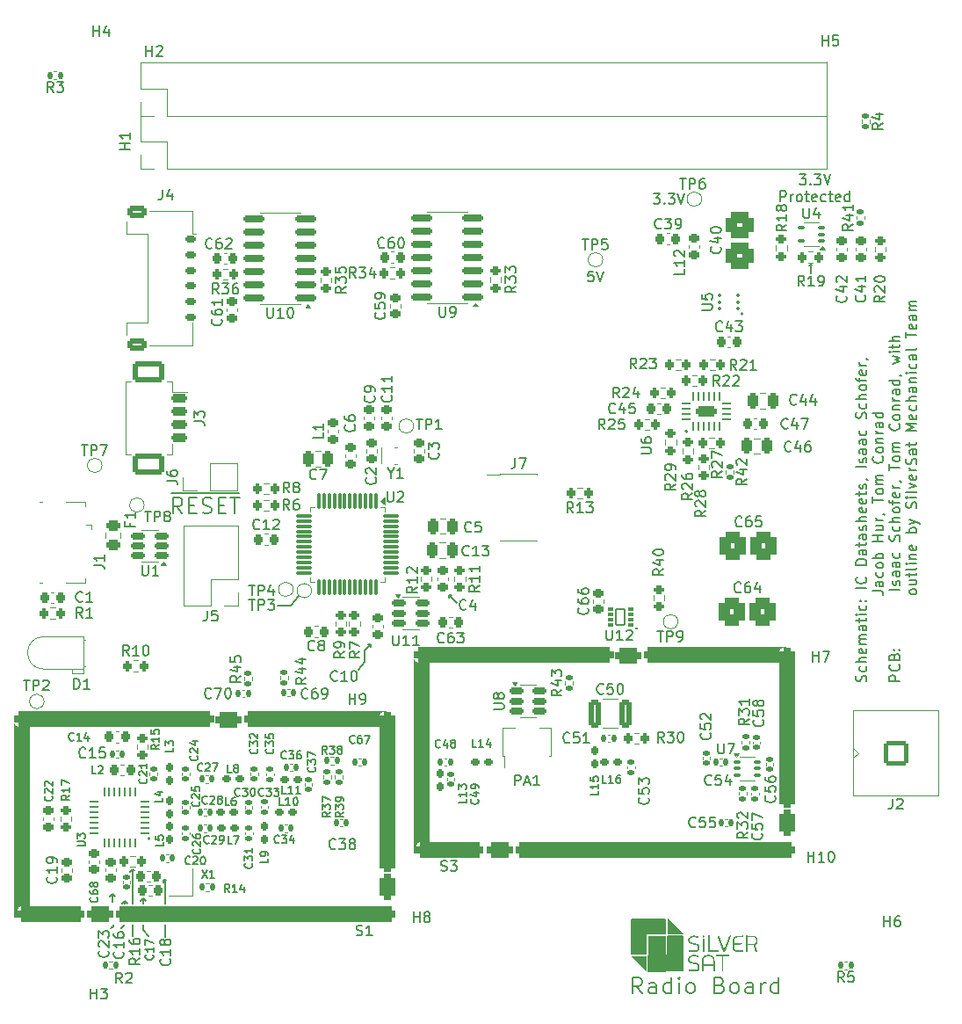
<source format=gbr>
%TF.GenerationSoftware,KiCad,Pcbnew,8.0.2*%
%TF.CreationDate,2024-06-04T21:53:01-04:00*%
%TF.ProjectId,SilverSat_Comms,53696c76-6572-4536-9174-5f436f6d6d73,1.0 Beta*%
%TF.SameCoordinates,Original*%
%TF.FileFunction,Legend,Top*%
%TF.FilePolarity,Positive*%
%FSLAX46Y46*%
G04 Gerber Fmt 4.6, Leading zero omitted, Abs format (unit mm)*
G04 Created by KiCad (PCBNEW 8.0.2) date 2024-06-04 21:53:01*
%MOMM*%
%LPD*%
G01*
G04 APERTURE LIST*
G04 Aperture macros list*
%AMRoundRect*
0 Rectangle with rounded corners*
0 $1 Rounding radius*
0 $2 $3 $4 $5 $6 $7 $8 $9 X,Y pos of 4 corners*
0 Add a 4 corners polygon primitive as box body*
4,1,4,$2,$3,$4,$5,$6,$7,$8,$9,$2,$3,0*
0 Add four circle primitives for the rounded corners*
1,1,$1+$1,$2,$3*
1,1,$1+$1,$4,$5*
1,1,$1+$1,$6,$7*
1,1,$1+$1,$8,$9*
0 Add four rect primitives between the rounded corners*
20,1,$1+$1,$2,$3,$4,$5,0*
20,1,$1+$1,$4,$5,$6,$7,0*
20,1,$1+$1,$6,$7,$8,$9,0*
20,1,$1+$1,$8,$9,$2,$3,0*%
%AMFreePoly0*
4,1,17,4.107426,1.032426,4.125000,0.990000,4.125000,-0.990000,4.107426,-1.032426,4.065000,-1.050000,1.345000,-1.050000,1.302574,-1.032426,0.692574,-0.422426,0.675000,-0.380000,-0.735000,-0.380000,-0.735000,0.380000,0.675000,0.380000,0.692574,0.422426,1.302574,1.032426,1.345000,1.050000,4.065000,1.050000,4.107426,1.032426,4.107426,1.032426,$1*%
G04 Aperture macros list end*
%ADD10C,0.127000*%
%ADD11C,0.190500*%
%ADD12C,0.150000*%
%ADD13C,0.180000*%
%ADD14C,0.120000*%
%ADD15C,0.000000*%
%ADD16RoundRect,0.140000X0.170000X-0.140000X0.170000X0.140000X-0.170000X0.140000X-0.170000X-0.140000X0*%
%ADD17RoundRect,0.200000X0.275000X-0.200000X0.275000X0.200000X-0.275000X0.200000X-0.275000X-0.200000X0*%
%ADD18RoundRect,0.160000X-0.160000X0.282500X-0.160000X-0.282500X0.160000X-0.282500X0.160000X0.282500X0*%
%ADD19R,1.800000X1.800000*%
%ADD20C,1.800000*%
%ADD21RoundRect,0.225000X0.250000X-0.225000X0.250000X0.225000X-0.250000X0.225000X-0.250000X-0.225000X0*%
%ADD22C,2.600000*%
%ADD23C,3.800000*%
%ADD24RoundRect,0.200000X-0.200000X-0.275000X0.200000X-0.275000X0.200000X0.275000X-0.200000X0.275000X0*%
%ADD25C,1.000000*%
%ADD26RoundRect,0.140000X-0.140000X-0.170000X0.140000X-0.170000X0.140000X0.170000X-0.140000X0.170000X0*%
%ADD27C,3.600000*%
%ADD28C,6.400000*%
%ADD29RoundRect,0.140000X-0.170000X0.140000X-0.170000X-0.140000X0.170000X-0.140000X0.170000X0.140000X0*%
%ADD30RoundRect,0.160000X-0.282500X-0.160000X0.282500X-0.160000X0.282500X0.160000X-0.282500X0.160000X0*%
%ADD31RoundRect,0.225000X-0.225000X-0.250000X0.225000X-0.250000X0.225000X0.250000X-0.225000X0.250000X0*%
%ADD32RoundRect,0.100000X-0.225000X-0.100000X0.225000X-0.100000X0.225000X0.100000X-0.225000X0.100000X0*%
%ADD33RoundRect,0.135000X-0.135000X-0.185000X0.135000X-0.185000X0.135000X0.185000X-0.135000X0.185000X0*%
%ADD34RoundRect,0.200000X-0.600000X0.200000X-0.600000X-0.200000X0.600000X-0.200000X0.600000X0.200000X0*%
%ADD35RoundRect,0.250001X-1.249999X0.799999X-1.249999X-0.799999X1.249999X-0.799999X1.249999X0.799999X0*%
%ADD36RoundRect,0.200000X0.200000X0.275000X-0.200000X0.275000X-0.200000X-0.275000X0.200000X-0.275000X0*%
%ADD37RoundRect,0.100000X0.225000X0.100000X-0.225000X0.100000X-0.225000X-0.100000X0.225000X-0.100000X0*%
%ADD38RoundRect,0.135000X0.135000X0.185000X-0.135000X0.185000X-0.135000X-0.185000X0.135000X-0.185000X0*%
%ADD39RoundRect,0.200000X-0.275000X0.200000X-0.275000X-0.200000X0.275000X-0.200000X0.275000X0.200000X0*%
%ADD40RoundRect,0.225000X-0.250000X0.225000X-0.250000X-0.225000X0.250000X-0.225000X0.250000X0.225000X0*%
%ADD41R,1.700000X1.700000*%
%ADD42O,1.700000X1.700000*%
%ADD43RoundRect,0.225000X0.225000X0.250000X-0.225000X0.250000X-0.225000X-0.250000X0.225000X-0.250000X0*%
%ADD44RoundRect,0.140000X0.140000X0.170000X-0.140000X0.170000X-0.140000X-0.170000X0.140000X-0.170000X0*%
%ADD45RoundRect,0.150000X-0.512500X-0.150000X0.512500X-0.150000X0.512500X0.150000X-0.512500X0.150000X0*%
%ADD46RoundRect,0.218750X0.218750X0.256250X-0.218750X0.256250X-0.218750X-0.256250X0.218750X-0.256250X0*%
%ADD47RoundRect,0.250000X-0.250000X-0.475000X0.250000X-0.475000X0.250000X0.475000X-0.250000X0.475000X0*%
%ADD48C,2.500000*%
%ADD49RoundRect,0.150000X-0.350000X0.150000X-0.350000X-0.150000X0.350000X-0.150000X0.350000X0.150000X0*%
%ADD50RoundRect,0.250000X-0.650000X0.375000X-0.650000X-0.375000X0.650000X-0.375000X0.650000X0.375000X0*%
%ADD51RoundRect,0.543478X-0.706522X-0.806522X0.706522X-0.806522X0.706522X0.806522X-0.706522X0.806522X0*%
%ADD52RoundRect,0.135000X-0.185000X0.135000X-0.185000X-0.135000X0.185000X-0.135000X0.185000X0.135000X0*%
%ADD53RoundRect,0.250000X-0.325000X-1.100000X0.325000X-1.100000X0.325000X1.100000X-0.325000X1.100000X0*%
%ADD54RoundRect,0.250000X0.750000X-0.250000X0.750000X0.250000X-0.750000X0.250000X-0.750000X-0.250000X0*%
%ADD55RoundRect,0.062500X0.062500X-0.362500X0.062500X0.362500X-0.062500X0.362500X-0.062500X-0.362500X0*%
%ADD56RoundRect,0.062500X0.362500X-0.062500X0.362500X0.062500X-0.362500X0.062500X-0.362500X-0.062500X0*%
%ADD57RoundRect,0.135000X0.185000X-0.135000X0.185000X0.135000X-0.185000X0.135000X-0.185000X-0.135000X0*%
%ADD58RoundRect,0.250000X0.250000X0.475000X-0.250000X0.475000X-0.250000X-0.475000X0.250000X-0.475000X0*%
%ADD59RoundRect,0.150000X0.825000X0.150000X-0.825000X0.150000X-0.825000X-0.150000X0.825000X-0.150000X0*%
%ADD60R,0.660000X1.570000*%
%ADD61FreePoly0,90.000000*%
%ADD62RoundRect,0.375000X0.375000X-9.725000X0.375000X9.725000X-0.375000X9.725000X-0.375000X-9.725000X0*%
%ADD63RoundRect,0.375000X-2.862500X-0.375000X2.862500X-0.375000X2.862500X0.375000X-2.862500X0.375000X0*%
%ADD64RoundRect,0.375000X-0.875000X-0.375000X0.875000X-0.375000X0.875000X0.375000X-0.875000X0.375000X0*%
%ADD65RoundRect,0.362500X-9.262500X-0.362500X9.262500X-0.362500X9.262500X0.362500X-9.262500X0.362500X0*%
%ADD66RoundRect,0.375000X-13.100000X-0.375000X13.100000X-0.375000X13.100000X0.375000X-13.100000X0.375000X0*%
%ADD67RoundRect,0.362500X-6.700000X-0.362500X6.700000X-0.362500X6.700000X0.362500X-6.700000X0.362500X0*%
%ADD68RoundRect,0.375000X0.375000X-7.350000X0.375000X7.350000X-0.375000X7.350000X-0.375000X-7.350000X0*%
%ADD69RoundRect,0.375000X0.375000X-0.875000X0.375000X0.875000X-0.375000X0.875000X-0.375000X-0.875000X0*%
%ADD70RoundRect,0.218750X-0.256250X0.218750X-0.256250X-0.218750X0.256250X-0.218750X0.256250X0.218750X0*%
%ADD71RoundRect,0.160000X0.282500X0.160000X-0.282500X0.160000X-0.282500X-0.160000X0.282500X-0.160000X0*%
%ADD72RoundRect,0.200100X-0.949900X-0.949900X0.949900X-0.949900X0.949900X0.949900X-0.949900X0.949900X0*%
%ADD73R,1.350000X0.400000*%
%ADD74O,1.900000X1.200000*%
%ADD75R,1.900000X1.200000*%
%ADD76C,1.450000*%
%ADD77R,1.900000X1.500000*%
%ADD78RoundRect,0.543478X0.806522X-0.706522X0.806522X0.706522X-0.806522X0.706522X-0.806522X-0.706522X0*%
%ADD79RoundRect,0.093750X0.093750X0.106250X-0.093750X0.106250X-0.093750X-0.106250X0.093750X-0.106250X0*%
%ADD80R,1.000000X1.600000*%
%ADD81RoundRect,0.243750X-0.456250X0.243750X-0.456250X-0.243750X0.456250X-0.243750X0.456250X0.243750X0*%
%ADD82R,0.800000X0.900000*%
%ADD83RoundRect,0.060000X0.215000X0.090000X-0.215000X0.090000X-0.215000X-0.090000X0.215000X-0.090000X0*%
%ADD84RoundRect,0.052778X0.422222X0.772222X-0.422222X0.772222X-0.422222X-0.772222X0.422222X-0.772222X0*%
%ADD85R,0.800000X1.500000*%
%ADD86RoundRect,0.150000X0.512500X0.150000X-0.512500X0.150000X-0.512500X-0.150000X0.512500X-0.150000X0*%
%ADD87R,2.400000X0.740000*%
%ADD88RoundRect,0.075000X-0.075000X0.662500X-0.075000X-0.662500X0.075000X-0.662500X0.075000X0.662500X0*%
%ADD89RoundRect,0.075000X-0.662500X0.075000X-0.662500X-0.075000X0.662500X-0.075000X0.662500X0.075000X0*%
%ADD90RoundRect,0.533400X0.008980X0.763322X-0.763322X-0.008980X-0.008980X-0.763322X0.763322X0.008980X0*%
%ADD91RoundRect,0.062500X0.337500X0.062500X-0.337500X0.062500X-0.337500X-0.062500X0.337500X-0.062500X0*%
%ADD92RoundRect,0.062500X0.062500X0.337500X-0.062500X0.337500X-0.062500X-0.337500X0.062500X-0.337500X0*%
G04 APERTURE END LIST*
D10*
X139700000Y-114935000D02*
X139065000Y-115697000D01*
X182676829Y-76644500D02*
X182803829Y-76771500D01*
X115343876Y-137248918D02*
X115343876Y-138075000D01*
X120269500Y-135934500D02*
X120523500Y-135934500D01*
X115460000Y-140275000D02*
X115460000Y-140402000D01*
X140271500Y-113220500D02*
X140271500Y-113474500D01*
X139700000Y-113855500D02*
X139700000Y-114935000D01*
X120410000Y-140253500D02*
X120410000Y-141396500D01*
X118872000Y-141351000D02*
X118364000Y-140716000D01*
X120269500Y-135934500D02*
X120269500Y-136188500D01*
X118110000Y-137922000D02*
X118364000Y-137668000D01*
X140271500Y-113220500D02*
X140017500Y-113220500D01*
X115460000Y-140402000D02*
X115235000Y-140600000D01*
X116552115Y-137926264D02*
X116552115Y-138180264D01*
X148590000Y-109220000D02*
X147828000Y-108458000D01*
X182676829Y-77470000D02*
X182676829Y-76644500D01*
X117094000Y-135128000D02*
X117348000Y-134874000D01*
D11*
X118967250Y-131958000D02*
G75*
G02*
X118776750Y-131958000I-95250J0D01*
G01*
X118776750Y-131958000D02*
G75*
G02*
X118967250Y-131958000I95250J0D01*
G01*
X170783250Y-92715000D02*
G75*
G02*
X170592750Y-92715000I-95250J0D01*
G01*
X170592750Y-92715000D02*
G75*
G02*
X170783250Y-92715000I95250J0D01*
G01*
D10*
X132588000Y-109474000D02*
X133350000Y-108585000D01*
X182549829Y-76771500D02*
X182676829Y-76644500D01*
X120460000Y-136125000D02*
X120460000Y-138176000D01*
X139700000Y-113855500D02*
X140271500Y-113220500D01*
D11*
X176117250Y-81412000D02*
G75*
G02*
X175926750Y-81412000I-95250J0D01*
G01*
X175926750Y-81412000D02*
G75*
G02*
X176117250Y-81412000I95250J0D01*
G01*
D10*
X118364000Y-140716000D02*
X118364000Y-140208000D01*
X120269500Y-135934500D02*
X120460000Y-136125000D01*
X116298115Y-138180264D02*
X116552115Y-137926264D01*
X116552115Y-137926264D02*
X116806115Y-138180264D01*
X116459000Y-140335000D02*
X116235000Y-140575000D01*
X115089876Y-137502918D02*
X115343876Y-137248918D01*
X147828000Y-108458000D02*
X147828000Y-108712000D01*
X118364000Y-137668000D02*
X118618000Y-137922000D01*
X115343876Y-137248918D02*
X115597876Y-137502918D01*
X117348000Y-134874000D02*
X117475000Y-135001000D01*
X118364000Y-137668000D02*
X118364000Y-138176000D01*
X116459000Y-140208000D02*
X116459000Y-140335000D01*
X131318000Y-109474000D02*
X132588000Y-109474000D01*
X117348000Y-141351000D02*
X117348000Y-140208000D01*
X147828000Y-108458000D02*
X148082000Y-108458000D01*
X117348000Y-134874000D02*
X117348000Y-138176000D01*
D12*
X167500541Y-69812819D02*
X168119588Y-69812819D01*
X168119588Y-69812819D02*
X167786255Y-70193771D01*
X167786255Y-70193771D02*
X167929112Y-70193771D01*
X167929112Y-70193771D02*
X168024350Y-70241390D01*
X168024350Y-70241390D02*
X168071969Y-70289009D01*
X168071969Y-70289009D02*
X168119588Y-70384247D01*
X168119588Y-70384247D02*
X168119588Y-70622342D01*
X168119588Y-70622342D02*
X168071969Y-70717580D01*
X168071969Y-70717580D02*
X168024350Y-70765200D01*
X168024350Y-70765200D02*
X167929112Y-70812819D01*
X167929112Y-70812819D02*
X167643398Y-70812819D01*
X167643398Y-70812819D02*
X167548160Y-70765200D01*
X167548160Y-70765200D02*
X167500541Y-70717580D01*
X168548160Y-70717580D02*
X168595779Y-70765200D01*
X168595779Y-70765200D02*
X168548160Y-70812819D01*
X168548160Y-70812819D02*
X168500541Y-70765200D01*
X168500541Y-70765200D02*
X168548160Y-70717580D01*
X168548160Y-70717580D02*
X168548160Y-70812819D01*
X168929112Y-69812819D02*
X169548159Y-69812819D01*
X169548159Y-69812819D02*
X169214826Y-70193771D01*
X169214826Y-70193771D02*
X169357683Y-70193771D01*
X169357683Y-70193771D02*
X169452921Y-70241390D01*
X169452921Y-70241390D02*
X169500540Y-70289009D01*
X169500540Y-70289009D02*
X169548159Y-70384247D01*
X169548159Y-70384247D02*
X169548159Y-70622342D01*
X169548159Y-70622342D02*
X169500540Y-70717580D01*
X169500540Y-70717580D02*
X169452921Y-70765200D01*
X169452921Y-70765200D02*
X169357683Y-70812819D01*
X169357683Y-70812819D02*
X169071969Y-70812819D01*
X169071969Y-70812819D02*
X168976731Y-70765200D01*
X168976731Y-70765200D02*
X168929112Y-70717580D01*
X169833874Y-69812819D02*
X170167207Y-70812819D01*
X170167207Y-70812819D02*
X170500540Y-69812819D01*
D10*
X122094266Y-100644887D02*
X121586266Y-99919173D01*
X121223409Y-100644887D02*
X121223409Y-99120887D01*
X121223409Y-99120887D02*
X121803980Y-99120887D01*
X121803980Y-99120887D02*
X121949123Y-99193458D01*
X121949123Y-99193458D02*
X122021694Y-99266030D01*
X122021694Y-99266030D02*
X122094266Y-99411173D01*
X122094266Y-99411173D02*
X122094266Y-99628887D01*
X122094266Y-99628887D02*
X122021694Y-99774030D01*
X122021694Y-99774030D02*
X121949123Y-99846601D01*
X121949123Y-99846601D02*
X121803980Y-99919173D01*
X121803980Y-99919173D02*
X121223409Y-99919173D01*
X122747409Y-99846601D02*
X123255409Y-99846601D01*
X123473123Y-100644887D02*
X122747409Y-100644887D01*
X122747409Y-100644887D02*
X122747409Y-99120887D01*
X122747409Y-99120887D02*
X123473123Y-99120887D01*
X124053694Y-100572316D02*
X124271409Y-100644887D01*
X124271409Y-100644887D02*
X124634266Y-100644887D01*
X124634266Y-100644887D02*
X124779409Y-100572316D01*
X124779409Y-100572316D02*
X124851980Y-100499744D01*
X124851980Y-100499744D02*
X124924551Y-100354601D01*
X124924551Y-100354601D02*
X124924551Y-100209458D01*
X124924551Y-100209458D02*
X124851980Y-100064316D01*
X124851980Y-100064316D02*
X124779409Y-99991744D01*
X124779409Y-99991744D02*
X124634266Y-99919173D01*
X124634266Y-99919173D02*
X124343980Y-99846601D01*
X124343980Y-99846601D02*
X124198837Y-99774030D01*
X124198837Y-99774030D02*
X124126266Y-99701458D01*
X124126266Y-99701458D02*
X124053694Y-99556316D01*
X124053694Y-99556316D02*
X124053694Y-99411173D01*
X124053694Y-99411173D02*
X124126266Y-99266030D01*
X124126266Y-99266030D02*
X124198837Y-99193458D01*
X124198837Y-99193458D02*
X124343980Y-99120887D01*
X124343980Y-99120887D02*
X124706837Y-99120887D01*
X124706837Y-99120887D02*
X124924551Y-99193458D01*
X125577695Y-99846601D02*
X126085695Y-99846601D01*
X126303409Y-100644887D02*
X125577695Y-100644887D01*
X125577695Y-100644887D02*
X125577695Y-99120887D01*
X125577695Y-99120887D02*
X126303409Y-99120887D01*
X126738837Y-99120887D02*
X127609695Y-99120887D01*
X127174266Y-100644887D02*
X127174266Y-99120887D01*
X121012952Y-98697796D02*
X127602438Y-98697796D01*
D13*
X166386659Y-146861568D02*
X165853325Y-146147282D01*
X165472373Y-146861568D02*
X165472373Y-145361568D01*
X165472373Y-145361568D02*
X166081897Y-145361568D01*
X166081897Y-145361568D02*
X166234278Y-145432997D01*
X166234278Y-145432997D02*
X166310468Y-145504425D01*
X166310468Y-145504425D02*
X166386659Y-145647282D01*
X166386659Y-145647282D02*
X166386659Y-145861568D01*
X166386659Y-145861568D02*
X166310468Y-146004425D01*
X166310468Y-146004425D02*
X166234278Y-146075854D01*
X166234278Y-146075854D02*
X166081897Y-146147282D01*
X166081897Y-146147282D02*
X165472373Y-146147282D01*
X167758087Y-146861568D02*
X167758087Y-146075854D01*
X167758087Y-146075854D02*
X167681897Y-145932997D01*
X167681897Y-145932997D02*
X167529516Y-145861568D01*
X167529516Y-145861568D02*
X167224754Y-145861568D01*
X167224754Y-145861568D02*
X167072373Y-145932997D01*
X167758087Y-146790140D02*
X167605706Y-146861568D01*
X167605706Y-146861568D02*
X167224754Y-146861568D01*
X167224754Y-146861568D02*
X167072373Y-146790140D01*
X167072373Y-146790140D02*
X166996182Y-146647282D01*
X166996182Y-146647282D02*
X166996182Y-146504425D01*
X166996182Y-146504425D02*
X167072373Y-146361568D01*
X167072373Y-146361568D02*
X167224754Y-146290140D01*
X167224754Y-146290140D02*
X167605706Y-146290140D01*
X167605706Y-146290140D02*
X167758087Y-146218711D01*
X169205706Y-146861568D02*
X169205706Y-145361568D01*
X169205706Y-146790140D02*
X169053325Y-146861568D01*
X169053325Y-146861568D02*
X168748563Y-146861568D01*
X168748563Y-146861568D02*
X168596182Y-146790140D01*
X168596182Y-146790140D02*
X168519992Y-146718711D01*
X168519992Y-146718711D02*
X168443801Y-146575854D01*
X168443801Y-146575854D02*
X168443801Y-146147282D01*
X168443801Y-146147282D02*
X168519992Y-146004425D01*
X168519992Y-146004425D02*
X168596182Y-145932997D01*
X168596182Y-145932997D02*
X168748563Y-145861568D01*
X168748563Y-145861568D02*
X169053325Y-145861568D01*
X169053325Y-145861568D02*
X169205706Y-145932997D01*
X169967611Y-146861568D02*
X169967611Y-145861568D01*
X169967611Y-145361568D02*
X169891420Y-145432997D01*
X169891420Y-145432997D02*
X169967611Y-145504425D01*
X169967611Y-145504425D02*
X170043801Y-145432997D01*
X170043801Y-145432997D02*
X169967611Y-145361568D01*
X169967611Y-145361568D02*
X169967611Y-145504425D01*
X170958087Y-146861568D02*
X170805706Y-146790140D01*
X170805706Y-146790140D02*
X170729516Y-146718711D01*
X170729516Y-146718711D02*
X170653325Y-146575854D01*
X170653325Y-146575854D02*
X170653325Y-146147282D01*
X170653325Y-146147282D02*
X170729516Y-146004425D01*
X170729516Y-146004425D02*
X170805706Y-145932997D01*
X170805706Y-145932997D02*
X170958087Y-145861568D01*
X170958087Y-145861568D02*
X171186659Y-145861568D01*
X171186659Y-145861568D02*
X171339040Y-145932997D01*
X171339040Y-145932997D02*
X171415230Y-146004425D01*
X171415230Y-146004425D02*
X171491421Y-146147282D01*
X171491421Y-146147282D02*
X171491421Y-146575854D01*
X171491421Y-146575854D02*
X171415230Y-146718711D01*
X171415230Y-146718711D02*
X171339040Y-146790140D01*
X171339040Y-146790140D02*
X171186659Y-146861568D01*
X171186659Y-146861568D02*
X170958087Y-146861568D01*
X173929516Y-146075854D02*
X174158088Y-146147282D01*
X174158088Y-146147282D02*
X174234278Y-146218711D01*
X174234278Y-146218711D02*
X174310469Y-146361568D01*
X174310469Y-146361568D02*
X174310469Y-146575854D01*
X174310469Y-146575854D02*
X174234278Y-146718711D01*
X174234278Y-146718711D02*
X174158088Y-146790140D01*
X174158088Y-146790140D02*
X174005707Y-146861568D01*
X174005707Y-146861568D02*
X173396183Y-146861568D01*
X173396183Y-146861568D02*
X173396183Y-145361568D01*
X173396183Y-145361568D02*
X173929516Y-145361568D01*
X173929516Y-145361568D02*
X174081897Y-145432997D01*
X174081897Y-145432997D02*
X174158088Y-145504425D01*
X174158088Y-145504425D02*
X174234278Y-145647282D01*
X174234278Y-145647282D02*
X174234278Y-145790140D01*
X174234278Y-145790140D02*
X174158088Y-145932997D01*
X174158088Y-145932997D02*
X174081897Y-146004425D01*
X174081897Y-146004425D02*
X173929516Y-146075854D01*
X173929516Y-146075854D02*
X173396183Y-146075854D01*
X175224754Y-146861568D02*
X175072373Y-146790140D01*
X175072373Y-146790140D02*
X174996183Y-146718711D01*
X174996183Y-146718711D02*
X174919992Y-146575854D01*
X174919992Y-146575854D02*
X174919992Y-146147282D01*
X174919992Y-146147282D02*
X174996183Y-146004425D01*
X174996183Y-146004425D02*
X175072373Y-145932997D01*
X175072373Y-145932997D02*
X175224754Y-145861568D01*
X175224754Y-145861568D02*
X175453326Y-145861568D01*
X175453326Y-145861568D02*
X175605707Y-145932997D01*
X175605707Y-145932997D02*
X175681897Y-146004425D01*
X175681897Y-146004425D02*
X175758088Y-146147282D01*
X175758088Y-146147282D02*
X175758088Y-146575854D01*
X175758088Y-146575854D02*
X175681897Y-146718711D01*
X175681897Y-146718711D02*
X175605707Y-146790140D01*
X175605707Y-146790140D02*
X175453326Y-146861568D01*
X175453326Y-146861568D02*
X175224754Y-146861568D01*
X177129516Y-146861568D02*
X177129516Y-146075854D01*
X177129516Y-146075854D02*
X177053326Y-145932997D01*
X177053326Y-145932997D02*
X176900945Y-145861568D01*
X176900945Y-145861568D02*
X176596183Y-145861568D01*
X176596183Y-145861568D02*
X176443802Y-145932997D01*
X177129516Y-146790140D02*
X176977135Y-146861568D01*
X176977135Y-146861568D02*
X176596183Y-146861568D01*
X176596183Y-146861568D02*
X176443802Y-146790140D01*
X176443802Y-146790140D02*
X176367611Y-146647282D01*
X176367611Y-146647282D02*
X176367611Y-146504425D01*
X176367611Y-146504425D02*
X176443802Y-146361568D01*
X176443802Y-146361568D02*
X176596183Y-146290140D01*
X176596183Y-146290140D02*
X176977135Y-146290140D01*
X176977135Y-146290140D02*
X177129516Y-146218711D01*
X177891421Y-146861568D02*
X177891421Y-145861568D01*
X177891421Y-146147282D02*
X177967611Y-146004425D01*
X177967611Y-146004425D02*
X178043802Y-145932997D01*
X178043802Y-145932997D02*
X178196183Y-145861568D01*
X178196183Y-145861568D02*
X178348564Y-145861568D01*
X179567611Y-146861568D02*
X179567611Y-145361568D01*
X179567611Y-146790140D02*
X179415230Y-146861568D01*
X179415230Y-146861568D02*
X179110468Y-146861568D01*
X179110468Y-146861568D02*
X178958087Y-146790140D01*
X178958087Y-146790140D02*
X178881897Y-146718711D01*
X178881897Y-146718711D02*
X178805706Y-146575854D01*
X178805706Y-146575854D02*
X178805706Y-146147282D01*
X178805706Y-146147282D02*
X178881897Y-146004425D01*
X178881897Y-146004425D02*
X178958087Y-145932997D01*
X178958087Y-145932997D02*
X179110468Y-145861568D01*
X179110468Y-145861568D02*
X179415230Y-145861568D01*
X179415230Y-145861568D02*
X179567611Y-145932997D01*
D12*
X161721969Y-77305819D02*
X161245779Y-77305819D01*
X161245779Y-77305819D02*
X161198160Y-77782009D01*
X161198160Y-77782009D02*
X161245779Y-77734390D01*
X161245779Y-77734390D02*
X161341017Y-77686771D01*
X161341017Y-77686771D02*
X161579112Y-77686771D01*
X161579112Y-77686771D02*
X161674350Y-77734390D01*
X161674350Y-77734390D02*
X161721969Y-77782009D01*
X161721969Y-77782009D02*
X161769588Y-77877247D01*
X161769588Y-77877247D02*
X161769588Y-78115342D01*
X161769588Y-78115342D02*
X161721969Y-78210580D01*
X161721969Y-78210580D02*
X161674350Y-78258200D01*
X161674350Y-78258200D02*
X161579112Y-78305819D01*
X161579112Y-78305819D02*
X161341017Y-78305819D01*
X161341017Y-78305819D02*
X161245779Y-78258200D01*
X161245779Y-78258200D02*
X161198160Y-78210580D01*
X162055303Y-77305819D02*
X162388636Y-78305819D01*
X162388636Y-78305819D02*
X162721969Y-77305819D01*
D10*
X187985480Y-116819971D02*
X188033099Y-116677114D01*
X188033099Y-116677114D02*
X188033099Y-116439019D01*
X188033099Y-116439019D02*
X187985480Y-116343781D01*
X187985480Y-116343781D02*
X187937860Y-116296162D01*
X187937860Y-116296162D02*
X187842622Y-116248543D01*
X187842622Y-116248543D02*
X187747384Y-116248543D01*
X187747384Y-116248543D02*
X187652146Y-116296162D01*
X187652146Y-116296162D02*
X187604527Y-116343781D01*
X187604527Y-116343781D02*
X187556908Y-116439019D01*
X187556908Y-116439019D02*
X187509289Y-116629495D01*
X187509289Y-116629495D02*
X187461670Y-116724733D01*
X187461670Y-116724733D02*
X187414051Y-116772352D01*
X187414051Y-116772352D02*
X187318813Y-116819971D01*
X187318813Y-116819971D02*
X187223575Y-116819971D01*
X187223575Y-116819971D02*
X187128337Y-116772352D01*
X187128337Y-116772352D02*
X187080718Y-116724733D01*
X187080718Y-116724733D02*
X187033099Y-116629495D01*
X187033099Y-116629495D02*
X187033099Y-116391400D01*
X187033099Y-116391400D02*
X187080718Y-116248543D01*
X187985480Y-115391400D02*
X188033099Y-115486638D01*
X188033099Y-115486638D02*
X188033099Y-115677114D01*
X188033099Y-115677114D02*
X187985480Y-115772352D01*
X187985480Y-115772352D02*
X187937860Y-115819971D01*
X187937860Y-115819971D02*
X187842622Y-115867590D01*
X187842622Y-115867590D02*
X187556908Y-115867590D01*
X187556908Y-115867590D02*
X187461670Y-115819971D01*
X187461670Y-115819971D02*
X187414051Y-115772352D01*
X187414051Y-115772352D02*
X187366432Y-115677114D01*
X187366432Y-115677114D02*
X187366432Y-115486638D01*
X187366432Y-115486638D02*
X187414051Y-115391400D01*
X188033099Y-114962828D02*
X187033099Y-114962828D01*
X188033099Y-114534257D02*
X187509289Y-114534257D01*
X187509289Y-114534257D02*
X187414051Y-114581876D01*
X187414051Y-114581876D02*
X187366432Y-114677114D01*
X187366432Y-114677114D02*
X187366432Y-114819971D01*
X187366432Y-114819971D02*
X187414051Y-114915209D01*
X187414051Y-114915209D02*
X187461670Y-114962828D01*
X187985480Y-113677114D02*
X188033099Y-113772352D01*
X188033099Y-113772352D02*
X188033099Y-113962828D01*
X188033099Y-113962828D02*
X187985480Y-114058066D01*
X187985480Y-114058066D02*
X187890241Y-114105685D01*
X187890241Y-114105685D02*
X187509289Y-114105685D01*
X187509289Y-114105685D02*
X187414051Y-114058066D01*
X187414051Y-114058066D02*
X187366432Y-113962828D01*
X187366432Y-113962828D02*
X187366432Y-113772352D01*
X187366432Y-113772352D02*
X187414051Y-113677114D01*
X187414051Y-113677114D02*
X187509289Y-113629495D01*
X187509289Y-113629495D02*
X187604527Y-113629495D01*
X187604527Y-113629495D02*
X187699765Y-114105685D01*
X188033099Y-113200923D02*
X187366432Y-113200923D01*
X187461670Y-113200923D02*
X187414051Y-113153304D01*
X187414051Y-113153304D02*
X187366432Y-113058066D01*
X187366432Y-113058066D02*
X187366432Y-112915209D01*
X187366432Y-112915209D02*
X187414051Y-112819971D01*
X187414051Y-112819971D02*
X187509289Y-112772352D01*
X187509289Y-112772352D02*
X188033099Y-112772352D01*
X187509289Y-112772352D02*
X187414051Y-112724733D01*
X187414051Y-112724733D02*
X187366432Y-112629495D01*
X187366432Y-112629495D02*
X187366432Y-112486638D01*
X187366432Y-112486638D02*
X187414051Y-112391399D01*
X187414051Y-112391399D02*
X187509289Y-112343780D01*
X187509289Y-112343780D02*
X188033099Y-112343780D01*
X188033099Y-111439019D02*
X187509289Y-111439019D01*
X187509289Y-111439019D02*
X187414051Y-111486638D01*
X187414051Y-111486638D02*
X187366432Y-111581876D01*
X187366432Y-111581876D02*
X187366432Y-111772352D01*
X187366432Y-111772352D02*
X187414051Y-111867590D01*
X187985480Y-111439019D02*
X188033099Y-111534257D01*
X188033099Y-111534257D02*
X188033099Y-111772352D01*
X188033099Y-111772352D02*
X187985480Y-111867590D01*
X187985480Y-111867590D02*
X187890241Y-111915209D01*
X187890241Y-111915209D02*
X187795003Y-111915209D01*
X187795003Y-111915209D02*
X187699765Y-111867590D01*
X187699765Y-111867590D02*
X187652146Y-111772352D01*
X187652146Y-111772352D02*
X187652146Y-111534257D01*
X187652146Y-111534257D02*
X187604527Y-111439019D01*
X187366432Y-111105685D02*
X187366432Y-110724733D01*
X187033099Y-110962828D02*
X187890241Y-110962828D01*
X187890241Y-110962828D02*
X187985480Y-110915209D01*
X187985480Y-110915209D02*
X188033099Y-110819971D01*
X188033099Y-110819971D02*
X188033099Y-110724733D01*
X188033099Y-110391399D02*
X187366432Y-110391399D01*
X187033099Y-110391399D02*
X187080718Y-110439018D01*
X187080718Y-110439018D02*
X187128337Y-110391399D01*
X187128337Y-110391399D02*
X187080718Y-110343780D01*
X187080718Y-110343780D02*
X187033099Y-110391399D01*
X187033099Y-110391399D02*
X187128337Y-110391399D01*
X187985480Y-109486638D02*
X188033099Y-109581876D01*
X188033099Y-109581876D02*
X188033099Y-109772352D01*
X188033099Y-109772352D02*
X187985480Y-109867590D01*
X187985480Y-109867590D02*
X187937860Y-109915209D01*
X187937860Y-109915209D02*
X187842622Y-109962828D01*
X187842622Y-109962828D02*
X187556908Y-109962828D01*
X187556908Y-109962828D02*
X187461670Y-109915209D01*
X187461670Y-109915209D02*
X187414051Y-109867590D01*
X187414051Y-109867590D02*
X187366432Y-109772352D01*
X187366432Y-109772352D02*
X187366432Y-109581876D01*
X187366432Y-109581876D02*
X187414051Y-109486638D01*
X187937860Y-109058066D02*
X187985480Y-109010447D01*
X187985480Y-109010447D02*
X188033099Y-109058066D01*
X188033099Y-109058066D02*
X187985480Y-109105685D01*
X187985480Y-109105685D02*
X187937860Y-109058066D01*
X187937860Y-109058066D02*
X188033099Y-109058066D01*
X187414051Y-109058066D02*
X187461670Y-109010447D01*
X187461670Y-109010447D02*
X187509289Y-109058066D01*
X187509289Y-109058066D02*
X187461670Y-109105685D01*
X187461670Y-109105685D02*
X187414051Y-109058066D01*
X187414051Y-109058066D02*
X187509289Y-109058066D01*
X188033099Y-107819971D02*
X187033099Y-107819971D01*
X187937860Y-106772353D02*
X187985480Y-106819972D01*
X187985480Y-106819972D02*
X188033099Y-106962829D01*
X188033099Y-106962829D02*
X188033099Y-107058067D01*
X188033099Y-107058067D02*
X187985480Y-107200924D01*
X187985480Y-107200924D02*
X187890241Y-107296162D01*
X187890241Y-107296162D02*
X187795003Y-107343781D01*
X187795003Y-107343781D02*
X187604527Y-107391400D01*
X187604527Y-107391400D02*
X187461670Y-107391400D01*
X187461670Y-107391400D02*
X187271194Y-107343781D01*
X187271194Y-107343781D02*
X187175956Y-107296162D01*
X187175956Y-107296162D02*
X187080718Y-107200924D01*
X187080718Y-107200924D02*
X187033099Y-107058067D01*
X187033099Y-107058067D02*
X187033099Y-106962829D01*
X187033099Y-106962829D02*
X187080718Y-106819972D01*
X187080718Y-106819972D02*
X187128337Y-106772353D01*
X188033099Y-105581876D02*
X187033099Y-105581876D01*
X187033099Y-105581876D02*
X187033099Y-105343781D01*
X187033099Y-105343781D02*
X187080718Y-105200924D01*
X187080718Y-105200924D02*
X187175956Y-105105686D01*
X187175956Y-105105686D02*
X187271194Y-105058067D01*
X187271194Y-105058067D02*
X187461670Y-105010448D01*
X187461670Y-105010448D02*
X187604527Y-105010448D01*
X187604527Y-105010448D02*
X187795003Y-105058067D01*
X187795003Y-105058067D02*
X187890241Y-105105686D01*
X187890241Y-105105686D02*
X187985480Y-105200924D01*
X187985480Y-105200924D02*
X188033099Y-105343781D01*
X188033099Y-105343781D02*
X188033099Y-105581876D01*
X188033099Y-104153305D02*
X187509289Y-104153305D01*
X187509289Y-104153305D02*
X187414051Y-104200924D01*
X187414051Y-104200924D02*
X187366432Y-104296162D01*
X187366432Y-104296162D02*
X187366432Y-104486638D01*
X187366432Y-104486638D02*
X187414051Y-104581876D01*
X187985480Y-104153305D02*
X188033099Y-104248543D01*
X188033099Y-104248543D02*
X188033099Y-104486638D01*
X188033099Y-104486638D02*
X187985480Y-104581876D01*
X187985480Y-104581876D02*
X187890241Y-104629495D01*
X187890241Y-104629495D02*
X187795003Y-104629495D01*
X187795003Y-104629495D02*
X187699765Y-104581876D01*
X187699765Y-104581876D02*
X187652146Y-104486638D01*
X187652146Y-104486638D02*
X187652146Y-104248543D01*
X187652146Y-104248543D02*
X187604527Y-104153305D01*
X187366432Y-103819971D02*
X187366432Y-103439019D01*
X187033099Y-103677114D02*
X187890241Y-103677114D01*
X187890241Y-103677114D02*
X187985480Y-103629495D01*
X187985480Y-103629495D02*
X188033099Y-103534257D01*
X188033099Y-103534257D02*
X188033099Y-103439019D01*
X188033099Y-102677114D02*
X187509289Y-102677114D01*
X187509289Y-102677114D02*
X187414051Y-102724733D01*
X187414051Y-102724733D02*
X187366432Y-102819971D01*
X187366432Y-102819971D02*
X187366432Y-103010447D01*
X187366432Y-103010447D02*
X187414051Y-103105685D01*
X187985480Y-102677114D02*
X188033099Y-102772352D01*
X188033099Y-102772352D02*
X188033099Y-103010447D01*
X188033099Y-103010447D02*
X187985480Y-103105685D01*
X187985480Y-103105685D02*
X187890241Y-103153304D01*
X187890241Y-103153304D02*
X187795003Y-103153304D01*
X187795003Y-103153304D02*
X187699765Y-103105685D01*
X187699765Y-103105685D02*
X187652146Y-103010447D01*
X187652146Y-103010447D02*
X187652146Y-102772352D01*
X187652146Y-102772352D02*
X187604527Y-102677114D01*
X187985480Y-102248542D02*
X188033099Y-102153304D01*
X188033099Y-102153304D02*
X188033099Y-101962828D01*
X188033099Y-101962828D02*
X187985480Y-101867590D01*
X187985480Y-101867590D02*
X187890241Y-101819971D01*
X187890241Y-101819971D02*
X187842622Y-101819971D01*
X187842622Y-101819971D02*
X187747384Y-101867590D01*
X187747384Y-101867590D02*
X187699765Y-101962828D01*
X187699765Y-101962828D02*
X187699765Y-102105685D01*
X187699765Y-102105685D02*
X187652146Y-102200923D01*
X187652146Y-102200923D02*
X187556908Y-102248542D01*
X187556908Y-102248542D02*
X187509289Y-102248542D01*
X187509289Y-102248542D02*
X187414051Y-102200923D01*
X187414051Y-102200923D02*
X187366432Y-102105685D01*
X187366432Y-102105685D02*
X187366432Y-101962828D01*
X187366432Y-101962828D02*
X187414051Y-101867590D01*
X188033099Y-101391399D02*
X187033099Y-101391399D01*
X188033099Y-100962828D02*
X187509289Y-100962828D01*
X187509289Y-100962828D02*
X187414051Y-101010447D01*
X187414051Y-101010447D02*
X187366432Y-101105685D01*
X187366432Y-101105685D02*
X187366432Y-101248542D01*
X187366432Y-101248542D02*
X187414051Y-101343780D01*
X187414051Y-101343780D02*
X187461670Y-101391399D01*
X187985480Y-100105685D02*
X188033099Y-100200923D01*
X188033099Y-100200923D02*
X188033099Y-100391399D01*
X188033099Y-100391399D02*
X187985480Y-100486637D01*
X187985480Y-100486637D02*
X187890241Y-100534256D01*
X187890241Y-100534256D02*
X187509289Y-100534256D01*
X187509289Y-100534256D02*
X187414051Y-100486637D01*
X187414051Y-100486637D02*
X187366432Y-100391399D01*
X187366432Y-100391399D02*
X187366432Y-100200923D01*
X187366432Y-100200923D02*
X187414051Y-100105685D01*
X187414051Y-100105685D02*
X187509289Y-100058066D01*
X187509289Y-100058066D02*
X187604527Y-100058066D01*
X187604527Y-100058066D02*
X187699765Y-100534256D01*
X187985480Y-99248542D02*
X188033099Y-99343780D01*
X188033099Y-99343780D02*
X188033099Y-99534256D01*
X188033099Y-99534256D02*
X187985480Y-99629494D01*
X187985480Y-99629494D02*
X187890241Y-99677113D01*
X187890241Y-99677113D02*
X187509289Y-99677113D01*
X187509289Y-99677113D02*
X187414051Y-99629494D01*
X187414051Y-99629494D02*
X187366432Y-99534256D01*
X187366432Y-99534256D02*
X187366432Y-99343780D01*
X187366432Y-99343780D02*
X187414051Y-99248542D01*
X187414051Y-99248542D02*
X187509289Y-99200923D01*
X187509289Y-99200923D02*
X187604527Y-99200923D01*
X187604527Y-99200923D02*
X187699765Y-99677113D01*
X187366432Y-98915208D02*
X187366432Y-98534256D01*
X187033099Y-98772351D02*
X187890241Y-98772351D01*
X187890241Y-98772351D02*
X187985480Y-98724732D01*
X187985480Y-98724732D02*
X188033099Y-98629494D01*
X188033099Y-98629494D02*
X188033099Y-98534256D01*
X187985480Y-98248541D02*
X188033099Y-98153303D01*
X188033099Y-98153303D02*
X188033099Y-97962827D01*
X188033099Y-97962827D02*
X187985480Y-97867589D01*
X187985480Y-97867589D02*
X187890241Y-97819970D01*
X187890241Y-97819970D02*
X187842622Y-97819970D01*
X187842622Y-97819970D02*
X187747384Y-97867589D01*
X187747384Y-97867589D02*
X187699765Y-97962827D01*
X187699765Y-97962827D02*
X187699765Y-98105684D01*
X187699765Y-98105684D02*
X187652146Y-98200922D01*
X187652146Y-98200922D02*
X187556908Y-98248541D01*
X187556908Y-98248541D02*
X187509289Y-98248541D01*
X187509289Y-98248541D02*
X187414051Y-98200922D01*
X187414051Y-98200922D02*
X187366432Y-98105684D01*
X187366432Y-98105684D02*
X187366432Y-97962827D01*
X187366432Y-97962827D02*
X187414051Y-97867589D01*
X187985480Y-97343779D02*
X188033099Y-97343779D01*
X188033099Y-97343779D02*
X188128337Y-97391398D01*
X188128337Y-97391398D02*
X188175956Y-97439017D01*
X188033099Y-96153303D02*
X187033099Y-96153303D01*
X187985480Y-95724732D02*
X188033099Y-95629494D01*
X188033099Y-95629494D02*
X188033099Y-95439018D01*
X188033099Y-95439018D02*
X187985480Y-95343780D01*
X187985480Y-95343780D02*
X187890241Y-95296161D01*
X187890241Y-95296161D02*
X187842622Y-95296161D01*
X187842622Y-95296161D02*
X187747384Y-95343780D01*
X187747384Y-95343780D02*
X187699765Y-95439018D01*
X187699765Y-95439018D02*
X187699765Y-95581875D01*
X187699765Y-95581875D02*
X187652146Y-95677113D01*
X187652146Y-95677113D02*
X187556908Y-95724732D01*
X187556908Y-95724732D02*
X187509289Y-95724732D01*
X187509289Y-95724732D02*
X187414051Y-95677113D01*
X187414051Y-95677113D02*
X187366432Y-95581875D01*
X187366432Y-95581875D02*
X187366432Y-95439018D01*
X187366432Y-95439018D02*
X187414051Y-95343780D01*
X188033099Y-94439018D02*
X187509289Y-94439018D01*
X187509289Y-94439018D02*
X187414051Y-94486637D01*
X187414051Y-94486637D02*
X187366432Y-94581875D01*
X187366432Y-94581875D02*
X187366432Y-94772351D01*
X187366432Y-94772351D02*
X187414051Y-94867589D01*
X187985480Y-94439018D02*
X188033099Y-94534256D01*
X188033099Y-94534256D02*
X188033099Y-94772351D01*
X188033099Y-94772351D02*
X187985480Y-94867589D01*
X187985480Y-94867589D02*
X187890241Y-94915208D01*
X187890241Y-94915208D02*
X187795003Y-94915208D01*
X187795003Y-94915208D02*
X187699765Y-94867589D01*
X187699765Y-94867589D02*
X187652146Y-94772351D01*
X187652146Y-94772351D02*
X187652146Y-94534256D01*
X187652146Y-94534256D02*
X187604527Y-94439018D01*
X188033099Y-93534256D02*
X187509289Y-93534256D01*
X187509289Y-93534256D02*
X187414051Y-93581875D01*
X187414051Y-93581875D02*
X187366432Y-93677113D01*
X187366432Y-93677113D02*
X187366432Y-93867589D01*
X187366432Y-93867589D02*
X187414051Y-93962827D01*
X187985480Y-93534256D02*
X188033099Y-93629494D01*
X188033099Y-93629494D02*
X188033099Y-93867589D01*
X188033099Y-93867589D02*
X187985480Y-93962827D01*
X187985480Y-93962827D02*
X187890241Y-94010446D01*
X187890241Y-94010446D02*
X187795003Y-94010446D01*
X187795003Y-94010446D02*
X187699765Y-93962827D01*
X187699765Y-93962827D02*
X187652146Y-93867589D01*
X187652146Y-93867589D02*
X187652146Y-93629494D01*
X187652146Y-93629494D02*
X187604527Y-93534256D01*
X187985480Y-92629494D02*
X188033099Y-92724732D01*
X188033099Y-92724732D02*
X188033099Y-92915208D01*
X188033099Y-92915208D02*
X187985480Y-93010446D01*
X187985480Y-93010446D02*
X187937860Y-93058065D01*
X187937860Y-93058065D02*
X187842622Y-93105684D01*
X187842622Y-93105684D02*
X187556908Y-93105684D01*
X187556908Y-93105684D02*
X187461670Y-93058065D01*
X187461670Y-93058065D02*
X187414051Y-93010446D01*
X187414051Y-93010446D02*
X187366432Y-92915208D01*
X187366432Y-92915208D02*
X187366432Y-92724732D01*
X187366432Y-92724732D02*
X187414051Y-92629494D01*
X187985480Y-91486636D02*
X188033099Y-91343779D01*
X188033099Y-91343779D02*
X188033099Y-91105684D01*
X188033099Y-91105684D02*
X187985480Y-91010446D01*
X187985480Y-91010446D02*
X187937860Y-90962827D01*
X187937860Y-90962827D02*
X187842622Y-90915208D01*
X187842622Y-90915208D02*
X187747384Y-90915208D01*
X187747384Y-90915208D02*
X187652146Y-90962827D01*
X187652146Y-90962827D02*
X187604527Y-91010446D01*
X187604527Y-91010446D02*
X187556908Y-91105684D01*
X187556908Y-91105684D02*
X187509289Y-91296160D01*
X187509289Y-91296160D02*
X187461670Y-91391398D01*
X187461670Y-91391398D02*
X187414051Y-91439017D01*
X187414051Y-91439017D02*
X187318813Y-91486636D01*
X187318813Y-91486636D02*
X187223575Y-91486636D01*
X187223575Y-91486636D02*
X187128337Y-91439017D01*
X187128337Y-91439017D02*
X187080718Y-91391398D01*
X187080718Y-91391398D02*
X187033099Y-91296160D01*
X187033099Y-91296160D02*
X187033099Y-91058065D01*
X187033099Y-91058065D02*
X187080718Y-90915208D01*
X187985480Y-90058065D02*
X188033099Y-90153303D01*
X188033099Y-90153303D02*
X188033099Y-90343779D01*
X188033099Y-90343779D02*
X187985480Y-90439017D01*
X187985480Y-90439017D02*
X187937860Y-90486636D01*
X187937860Y-90486636D02*
X187842622Y-90534255D01*
X187842622Y-90534255D02*
X187556908Y-90534255D01*
X187556908Y-90534255D02*
X187461670Y-90486636D01*
X187461670Y-90486636D02*
X187414051Y-90439017D01*
X187414051Y-90439017D02*
X187366432Y-90343779D01*
X187366432Y-90343779D02*
X187366432Y-90153303D01*
X187366432Y-90153303D02*
X187414051Y-90058065D01*
X188033099Y-89629493D02*
X187033099Y-89629493D01*
X188033099Y-89200922D02*
X187509289Y-89200922D01*
X187509289Y-89200922D02*
X187414051Y-89248541D01*
X187414051Y-89248541D02*
X187366432Y-89343779D01*
X187366432Y-89343779D02*
X187366432Y-89486636D01*
X187366432Y-89486636D02*
X187414051Y-89581874D01*
X187414051Y-89581874D02*
X187461670Y-89629493D01*
X188033099Y-88581874D02*
X187985480Y-88677112D01*
X187985480Y-88677112D02*
X187937860Y-88724731D01*
X187937860Y-88724731D02*
X187842622Y-88772350D01*
X187842622Y-88772350D02*
X187556908Y-88772350D01*
X187556908Y-88772350D02*
X187461670Y-88724731D01*
X187461670Y-88724731D02*
X187414051Y-88677112D01*
X187414051Y-88677112D02*
X187366432Y-88581874D01*
X187366432Y-88581874D02*
X187366432Y-88439017D01*
X187366432Y-88439017D02*
X187414051Y-88343779D01*
X187414051Y-88343779D02*
X187461670Y-88296160D01*
X187461670Y-88296160D02*
X187556908Y-88248541D01*
X187556908Y-88248541D02*
X187842622Y-88248541D01*
X187842622Y-88248541D02*
X187937860Y-88296160D01*
X187937860Y-88296160D02*
X187985480Y-88343779D01*
X187985480Y-88343779D02*
X188033099Y-88439017D01*
X188033099Y-88439017D02*
X188033099Y-88581874D01*
X187366432Y-87962826D02*
X187366432Y-87581874D01*
X188033099Y-87819969D02*
X187175956Y-87819969D01*
X187175956Y-87819969D02*
X187080718Y-87772350D01*
X187080718Y-87772350D02*
X187033099Y-87677112D01*
X187033099Y-87677112D02*
X187033099Y-87581874D01*
X187985480Y-86867588D02*
X188033099Y-86962826D01*
X188033099Y-86962826D02*
X188033099Y-87153302D01*
X188033099Y-87153302D02*
X187985480Y-87248540D01*
X187985480Y-87248540D02*
X187890241Y-87296159D01*
X187890241Y-87296159D02*
X187509289Y-87296159D01*
X187509289Y-87296159D02*
X187414051Y-87248540D01*
X187414051Y-87248540D02*
X187366432Y-87153302D01*
X187366432Y-87153302D02*
X187366432Y-86962826D01*
X187366432Y-86962826D02*
X187414051Y-86867588D01*
X187414051Y-86867588D02*
X187509289Y-86819969D01*
X187509289Y-86819969D02*
X187604527Y-86819969D01*
X187604527Y-86819969D02*
X187699765Y-87296159D01*
X188033099Y-86391397D02*
X187366432Y-86391397D01*
X187556908Y-86391397D02*
X187461670Y-86343778D01*
X187461670Y-86343778D02*
X187414051Y-86296159D01*
X187414051Y-86296159D02*
X187366432Y-86200921D01*
X187366432Y-86200921D02*
X187366432Y-86105683D01*
X187985480Y-85724730D02*
X188033099Y-85724730D01*
X188033099Y-85724730D02*
X188128337Y-85772349D01*
X188128337Y-85772349D02*
X188175956Y-85819968D01*
X188643043Y-108105683D02*
X189357328Y-108105683D01*
X189357328Y-108105683D02*
X189500185Y-108153302D01*
X189500185Y-108153302D02*
X189595424Y-108248540D01*
X189595424Y-108248540D02*
X189643043Y-108391397D01*
X189643043Y-108391397D02*
X189643043Y-108486635D01*
X189643043Y-107200921D02*
X189119233Y-107200921D01*
X189119233Y-107200921D02*
X189023995Y-107248540D01*
X189023995Y-107248540D02*
X188976376Y-107343778D01*
X188976376Y-107343778D02*
X188976376Y-107534254D01*
X188976376Y-107534254D02*
X189023995Y-107629492D01*
X189595424Y-107200921D02*
X189643043Y-107296159D01*
X189643043Y-107296159D02*
X189643043Y-107534254D01*
X189643043Y-107534254D02*
X189595424Y-107629492D01*
X189595424Y-107629492D02*
X189500185Y-107677111D01*
X189500185Y-107677111D02*
X189404947Y-107677111D01*
X189404947Y-107677111D02*
X189309709Y-107629492D01*
X189309709Y-107629492D02*
X189262090Y-107534254D01*
X189262090Y-107534254D02*
X189262090Y-107296159D01*
X189262090Y-107296159D02*
X189214471Y-107200921D01*
X189595424Y-106296159D02*
X189643043Y-106391397D01*
X189643043Y-106391397D02*
X189643043Y-106581873D01*
X189643043Y-106581873D02*
X189595424Y-106677111D01*
X189595424Y-106677111D02*
X189547804Y-106724730D01*
X189547804Y-106724730D02*
X189452566Y-106772349D01*
X189452566Y-106772349D02*
X189166852Y-106772349D01*
X189166852Y-106772349D02*
X189071614Y-106724730D01*
X189071614Y-106724730D02*
X189023995Y-106677111D01*
X189023995Y-106677111D02*
X188976376Y-106581873D01*
X188976376Y-106581873D02*
X188976376Y-106391397D01*
X188976376Y-106391397D02*
X189023995Y-106296159D01*
X189643043Y-105724730D02*
X189595424Y-105819968D01*
X189595424Y-105819968D02*
X189547804Y-105867587D01*
X189547804Y-105867587D02*
X189452566Y-105915206D01*
X189452566Y-105915206D02*
X189166852Y-105915206D01*
X189166852Y-105915206D02*
X189071614Y-105867587D01*
X189071614Y-105867587D02*
X189023995Y-105819968D01*
X189023995Y-105819968D02*
X188976376Y-105724730D01*
X188976376Y-105724730D02*
X188976376Y-105581873D01*
X188976376Y-105581873D02*
X189023995Y-105486635D01*
X189023995Y-105486635D02*
X189071614Y-105439016D01*
X189071614Y-105439016D02*
X189166852Y-105391397D01*
X189166852Y-105391397D02*
X189452566Y-105391397D01*
X189452566Y-105391397D02*
X189547804Y-105439016D01*
X189547804Y-105439016D02*
X189595424Y-105486635D01*
X189595424Y-105486635D02*
X189643043Y-105581873D01*
X189643043Y-105581873D02*
X189643043Y-105724730D01*
X189643043Y-104962825D02*
X188643043Y-104962825D01*
X189023995Y-104962825D02*
X188976376Y-104867587D01*
X188976376Y-104867587D02*
X188976376Y-104677111D01*
X188976376Y-104677111D02*
X189023995Y-104581873D01*
X189023995Y-104581873D02*
X189071614Y-104534254D01*
X189071614Y-104534254D02*
X189166852Y-104486635D01*
X189166852Y-104486635D02*
X189452566Y-104486635D01*
X189452566Y-104486635D02*
X189547804Y-104534254D01*
X189547804Y-104534254D02*
X189595424Y-104581873D01*
X189595424Y-104581873D02*
X189643043Y-104677111D01*
X189643043Y-104677111D02*
X189643043Y-104867587D01*
X189643043Y-104867587D02*
X189595424Y-104962825D01*
X189643043Y-103296158D02*
X188643043Y-103296158D01*
X189119233Y-103296158D02*
X189119233Y-102724730D01*
X189643043Y-102724730D02*
X188643043Y-102724730D01*
X188976376Y-101819968D02*
X189643043Y-101819968D01*
X188976376Y-102248539D02*
X189500185Y-102248539D01*
X189500185Y-102248539D02*
X189595424Y-102200920D01*
X189595424Y-102200920D02*
X189643043Y-102105682D01*
X189643043Y-102105682D02*
X189643043Y-101962825D01*
X189643043Y-101962825D02*
X189595424Y-101867587D01*
X189595424Y-101867587D02*
X189547804Y-101819968D01*
X189643043Y-101343777D02*
X188976376Y-101343777D01*
X189166852Y-101343777D02*
X189071614Y-101296158D01*
X189071614Y-101296158D02*
X189023995Y-101248539D01*
X189023995Y-101248539D02*
X188976376Y-101153301D01*
X188976376Y-101153301D02*
X188976376Y-101058063D01*
X189595424Y-100677110D02*
X189643043Y-100677110D01*
X189643043Y-100677110D02*
X189738281Y-100724729D01*
X189738281Y-100724729D02*
X189785900Y-100772348D01*
X188643043Y-99629491D02*
X188643043Y-99058063D01*
X189643043Y-99343777D02*
X188643043Y-99343777D01*
X189643043Y-98581872D02*
X189595424Y-98677110D01*
X189595424Y-98677110D02*
X189547804Y-98724729D01*
X189547804Y-98724729D02*
X189452566Y-98772348D01*
X189452566Y-98772348D02*
X189166852Y-98772348D01*
X189166852Y-98772348D02*
X189071614Y-98724729D01*
X189071614Y-98724729D02*
X189023995Y-98677110D01*
X189023995Y-98677110D02*
X188976376Y-98581872D01*
X188976376Y-98581872D02*
X188976376Y-98439015D01*
X188976376Y-98439015D02*
X189023995Y-98343777D01*
X189023995Y-98343777D02*
X189071614Y-98296158D01*
X189071614Y-98296158D02*
X189166852Y-98248539D01*
X189166852Y-98248539D02*
X189452566Y-98248539D01*
X189452566Y-98248539D02*
X189547804Y-98296158D01*
X189547804Y-98296158D02*
X189595424Y-98343777D01*
X189595424Y-98343777D02*
X189643043Y-98439015D01*
X189643043Y-98439015D02*
X189643043Y-98581872D01*
X189643043Y-97819967D02*
X188976376Y-97819967D01*
X189071614Y-97819967D02*
X189023995Y-97772348D01*
X189023995Y-97772348D02*
X188976376Y-97677110D01*
X188976376Y-97677110D02*
X188976376Y-97534253D01*
X188976376Y-97534253D02*
X189023995Y-97439015D01*
X189023995Y-97439015D02*
X189119233Y-97391396D01*
X189119233Y-97391396D02*
X189643043Y-97391396D01*
X189119233Y-97391396D02*
X189023995Y-97343777D01*
X189023995Y-97343777D02*
X188976376Y-97248539D01*
X188976376Y-97248539D02*
X188976376Y-97105682D01*
X188976376Y-97105682D02*
X189023995Y-97010443D01*
X189023995Y-97010443D02*
X189119233Y-96962824D01*
X189119233Y-96962824D02*
X189643043Y-96962824D01*
X189547804Y-95153301D02*
X189595424Y-95200920D01*
X189595424Y-95200920D02*
X189643043Y-95343777D01*
X189643043Y-95343777D02*
X189643043Y-95439015D01*
X189643043Y-95439015D02*
X189595424Y-95581872D01*
X189595424Y-95581872D02*
X189500185Y-95677110D01*
X189500185Y-95677110D02*
X189404947Y-95724729D01*
X189404947Y-95724729D02*
X189214471Y-95772348D01*
X189214471Y-95772348D02*
X189071614Y-95772348D01*
X189071614Y-95772348D02*
X188881138Y-95724729D01*
X188881138Y-95724729D02*
X188785900Y-95677110D01*
X188785900Y-95677110D02*
X188690662Y-95581872D01*
X188690662Y-95581872D02*
X188643043Y-95439015D01*
X188643043Y-95439015D02*
X188643043Y-95343777D01*
X188643043Y-95343777D02*
X188690662Y-95200920D01*
X188690662Y-95200920D02*
X188738281Y-95153301D01*
X189643043Y-94581872D02*
X189595424Y-94677110D01*
X189595424Y-94677110D02*
X189547804Y-94724729D01*
X189547804Y-94724729D02*
X189452566Y-94772348D01*
X189452566Y-94772348D02*
X189166852Y-94772348D01*
X189166852Y-94772348D02*
X189071614Y-94724729D01*
X189071614Y-94724729D02*
X189023995Y-94677110D01*
X189023995Y-94677110D02*
X188976376Y-94581872D01*
X188976376Y-94581872D02*
X188976376Y-94439015D01*
X188976376Y-94439015D02*
X189023995Y-94343777D01*
X189023995Y-94343777D02*
X189071614Y-94296158D01*
X189071614Y-94296158D02*
X189166852Y-94248539D01*
X189166852Y-94248539D02*
X189452566Y-94248539D01*
X189452566Y-94248539D02*
X189547804Y-94296158D01*
X189547804Y-94296158D02*
X189595424Y-94343777D01*
X189595424Y-94343777D02*
X189643043Y-94439015D01*
X189643043Y-94439015D02*
X189643043Y-94581872D01*
X188976376Y-93819967D02*
X189643043Y-93819967D01*
X189071614Y-93819967D02*
X189023995Y-93772348D01*
X189023995Y-93772348D02*
X188976376Y-93677110D01*
X188976376Y-93677110D02*
X188976376Y-93534253D01*
X188976376Y-93534253D02*
X189023995Y-93439015D01*
X189023995Y-93439015D02*
X189119233Y-93391396D01*
X189119233Y-93391396D02*
X189643043Y-93391396D01*
X189643043Y-92915205D02*
X188976376Y-92915205D01*
X189166852Y-92915205D02*
X189071614Y-92867586D01*
X189071614Y-92867586D02*
X189023995Y-92819967D01*
X189023995Y-92819967D02*
X188976376Y-92724729D01*
X188976376Y-92724729D02*
X188976376Y-92629491D01*
X189643043Y-91867586D02*
X189119233Y-91867586D01*
X189119233Y-91867586D02*
X189023995Y-91915205D01*
X189023995Y-91915205D02*
X188976376Y-92010443D01*
X188976376Y-92010443D02*
X188976376Y-92200919D01*
X188976376Y-92200919D02*
X189023995Y-92296157D01*
X189595424Y-91867586D02*
X189643043Y-91962824D01*
X189643043Y-91962824D02*
X189643043Y-92200919D01*
X189643043Y-92200919D02*
X189595424Y-92296157D01*
X189595424Y-92296157D02*
X189500185Y-92343776D01*
X189500185Y-92343776D02*
X189404947Y-92343776D01*
X189404947Y-92343776D02*
X189309709Y-92296157D01*
X189309709Y-92296157D02*
X189262090Y-92200919D01*
X189262090Y-92200919D02*
X189262090Y-91962824D01*
X189262090Y-91962824D02*
X189214471Y-91867586D01*
X189643043Y-90962824D02*
X188643043Y-90962824D01*
X189595424Y-90962824D02*
X189643043Y-91058062D01*
X189643043Y-91058062D02*
X189643043Y-91248538D01*
X189643043Y-91248538D02*
X189595424Y-91343776D01*
X189595424Y-91343776D02*
X189547804Y-91391395D01*
X189547804Y-91391395D02*
X189452566Y-91439014D01*
X189452566Y-91439014D02*
X189166852Y-91439014D01*
X189166852Y-91439014D02*
X189071614Y-91391395D01*
X189071614Y-91391395D02*
X189023995Y-91343776D01*
X189023995Y-91343776D02*
X188976376Y-91248538D01*
X188976376Y-91248538D02*
X188976376Y-91058062D01*
X188976376Y-91058062D02*
X189023995Y-90962824D01*
X191252987Y-116772352D02*
X190252987Y-116772352D01*
X190252987Y-116772352D02*
X190252987Y-116391400D01*
X190252987Y-116391400D02*
X190300606Y-116296162D01*
X190300606Y-116296162D02*
X190348225Y-116248543D01*
X190348225Y-116248543D02*
X190443463Y-116200924D01*
X190443463Y-116200924D02*
X190586320Y-116200924D01*
X190586320Y-116200924D02*
X190681558Y-116248543D01*
X190681558Y-116248543D02*
X190729177Y-116296162D01*
X190729177Y-116296162D02*
X190776796Y-116391400D01*
X190776796Y-116391400D02*
X190776796Y-116772352D01*
X191157748Y-115200924D02*
X191205368Y-115248543D01*
X191205368Y-115248543D02*
X191252987Y-115391400D01*
X191252987Y-115391400D02*
X191252987Y-115486638D01*
X191252987Y-115486638D02*
X191205368Y-115629495D01*
X191205368Y-115629495D02*
X191110129Y-115724733D01*
X191110129Y-115724733D02*
X191014891Y-115772352D01*
X191014891Y-115772352D02*
X190824415Y-115819971D01*
X190824415Y-115819971D02*
X190681558Y-115819971D01*
X190681558Y-115819971D02*
X190491082Y-115772352D01*
X190491082Y-115772352D02*
X190395844Y-115724733D01*
X190395844Y-115724733D02*
X190300606Y-115629495D01*
X190300606Y-115629495D02*
X190252987Y-115486638D01*
X190252987Y-115486638D02*
X190252987Y-115391400D01*
X190252987Y-115391400D02*
X190300606Y-115248543D01*
X190300606Y-115248543D02*
X190348225Y-115200924D01*
X190729177Y-114439019D02*
X190776796Y-114296162D01*
X190776796Y-114296162D02*
X190824415Y-114248543D01*
X190824415Y-114248543D02*
X190919653Y-114200924D01*
X190919653Y-114200924D02*
X191062510Y-114200924D01*
X191062510Y-114200924D02*
X191157748Y-114248543D01*
X191157748Y-114248543D02*
X191205368Y-114296162D01*
X191205368Y-114296162D02*
X191252987Y-114391400D01*
X191252987Y-114391400D02*
X191252987Y-114772352D01*
X191252987Y-114772352D02*
X190252987Y-114772352D01*
X190252987Y-114772352D02*
X190252987Y-114439019D01*
X190252987Y-114439019D02*
X190300606Y-114343781D01*
X190300606Y-114343781D02*
X190348225Y-114296162D01*
X190348225Y-114296162D02*
X190443463Y-114248543D01*
X190443463Y-114248543D02*
X190538701Y-114248543D01*
X190538701Y-114248543D02*
X190633939Y-114296162D01*
X190633939Y-114296162D02*
X190681558Y-114343781D01*
X190681558Y-114343781D02*
X190729177Y-114439019D01*
X190729177Y-114439019D02*
X190729177Y-114772352D01*
X191157748Y-113772352D02*
X191205368Y-113724733D01*
X191205368Y-113724733D02*
X191252987Y-113772352D01*
X191252987Y-113772352D02*
X191205368Y-113819971D01*
X191205368Y-113819971D02*
X191157748Y-113772352D01*
X191157748Y-113772352D02*
X191252987Y-113772352D01*
X190633939Y-113772352D02*
X190681558Y-113724733D01*
X190681558Y-113724733D02*
X190729177Y-113772352D01*
X190729177Y-113772352D02*
X190681558Y-113819971D01*
X190681558Y-113819971D02*
X190633939Y-113772352D01*
X190633939Y-113772352D02*
X190729177Y-113772352D01*
X191252987Y-107962827D02*
X190252987Y-107962827D01*
X191205368Y-107534256D02*
X191252987Y-107439018D01*
X191252987Y-107439018D02*
X191252987Y-107248542D01*
X191252987Y-107248542D02*
X191205368Y-107153304D01*
X191205368Y-107153304D02*
X191110129Y-107105685D01*
X191110129Y-107105685D02*
X191062510Y-107105685D01*
X191062510Y-107105685D02*
X190967272Y-107153304D01*
X190967272Y-107153304D02*
X190919653Y-107248542D01*
X190919653Y-107248542D02*
X190919653Y-107391399D01*
X190919653Y-107391399D02*
X190872034Y-107486637D01*
X190872034Y-107486637D02*
X190776796Y-107534256D01*
X190776796Y-107534256D02*
X190729177Y-107534256D01*
X190729177Y-107534256D02*
X190633939Y-107486637D01*
X190633939Y-107486637D02*
X190586320Y-107391399D01*
X190586320Y-107391399D02*
X190586320Y-107248542D01*
X190586320Y-107248542D02*
X190633939Y-107153304D01*
X191252987Y-106248542D02*
X190729177Y-106248542D01*
X190729177Y-106248542D02*
X190633939Y-106296161D01*
X190633939Y-106296161D02*
X190586320Y-106391399D01*
X190586320Y-106391399D02*
X190586320Y-106581875D01*
X190586320Y-106581875D02*
X190633939Y-106677113D01*
X191205368Y-106248542D02*
X191252987Y-106343780D01*
X191252987Y-106343780D02*
X191252987Y-106581875D01*
X191252987Y-106581875D02*
X191205368Y-106677113D01*
X191205368Y-106677113D02*
X191110129Y-106724732D01*
X191110129Y-106724732D02*
X191014891Y-106724732D01*
X191014891Y-106724732D02*
X190919653Y-106677113D01*
X190919653Y-106677113D02*
X190872034Y-106581875D01*
X190872034Y-106581875D02*
X190872034Y-106343780D01*
X190872034Y-106343780D02*
X190824415Y-106248542D01*
X191252987Y-105343780D02*
X190729177Y-105343780D01*
X190729177Y-105343780D02*
X190633939Y-105391399D01*
X190633939Y-105391399D02*
X190586320Y-105486637D01*
X190586320Y-105486637D02*
X190586320Y-105677113D01*
X190586320Y-105677113D02*
X190633939Y-105772351D01*
X191205368Y-105343780D02*
X191252987Y-105439018D01*
X191252987Y-105439018D02*
X191252987Y-105677113D01*
X191252987Y-105677113D02*
X191205368Y-105772351D01*
X191205368Y-105772351D02*
X191110129Y-105819970D01*
X191110129Y-105819970D02*
X191014891Y-105819970D01*
X191014891Y-105819970D02*
X190919653Y-105772351D01*
X190919653Y-105772351D02*
X190872034Y-105677113D01*
X190872034Y-105677113D02*
X190872034Y-105439018D01*
X190872034Y-105439018D02*
X190824415Y-105343780D01*
X191205368Y-104439018D02*
X191252987Y-104534256D01*
X191252987Y-104534256D02*
X191252987Y-104724732D01*
X191252987Y-104724732D02*
X191205368Y-104819970D01*
X191205368Y-104819970D02*
X191157748Y-104867589D01*
X191157748Y-104867589D02*
X191062510Y-104915208D01*
X191062510Y-104915208D02*
X190776796Y-104915208D01*
X190776796Y-104915208D02*
X190681558Y-104867589D01*
X190681558Y-104867589D02*
X190633939Y-104819970D01*
X190633939Y-104819970D02*
X190586320Y-104724732D01*
X190586320Y-104724732D02*
X190586320Y-104534256D01*
X190586320Y-104534256D02*
X190633939Y-104439018D01*
X191205368Y-103296160D02*
X191252987Y-103153303D01*
X191252987Y-103153303D02*
X191252987Y-102915208D01*
X191252987Y-102915208D02*
X191205368Y-102819970D01*
X191205368Y-102819970D02*
X191157748Y-102772351D01*
X191157748Y-102772351D02*
X191062510Y-102724732D01*
X191062510Y-102724732D02*
X190967272Y-102724732D01*
X190967272Y-102724732D02*
X190872034Y-102772351D01*
X190872034Y-102772351D02*
X190824415Y-102819970D01*
X190824415Y-102819970D02*
X190776796Y-102915208D01*
X190776796Y-102915208D02*
X190729177Y-103105684D01*
X190729177Y-103105684D02*
X190681558Y-103200922D01*
X190681558Y-103200922D02*
X190633939Y-103248541D01*
X190633939Y-103248541D02*
X190538701Y-103296160D01*
X190538701Y-103296160D02*
X190443463Y-103296160D01*
X190443463Y-103296160D02*
X190348225Y-103248541D01*
X190348225Y-103248541D02*
X190300606Y-103200922D01*
X190300606Y-103200922D02*
X190252987Y-103105684D01*
X190252987Y-103105684D02*
X190252987Y-102867589D01*
X190252987Y-102867589D02*
X190300606Y-102724732D01*
X191205368Y-101867589D02*
X191252987Y-101962827D01*
X191252987Y-101962827D02*
X191252987Y-102153303D01*
X191252987Y-102153303D02*
X191205368Y-102248541D01*
X191205368Y-102248541D02*
X191157748Y-102296160D01*
X191157748Y-102296160D02*
X191062510Y-102343779D01*
X191062510Y-102343779D02*
X190776796Y-102343779D01*
X190776796Y-102343779D02*
X190681558Y-102296160D01*
X190681558Y-102296160D02*
X190633939Y-102248541D01*
X190633939Y-102248541D02*
X190586320Y-102153303D01*
X190586320Y-102153303D02*
X190586320Y-101962827D01*
X190586320Y-101962827D02*
X190633939Y-101867589D01*
X191252987Y-101439017D02*
X190252987Y-101439017D01*
X191252987Y-101010446D02*
X190729177Y-101010446D01*
X190729177Y-101010446D02*
X190633939Y-101058065D01*
X190633939Y-101058065D02*
X190586320Y-101153303D01*
X190586320Y-101153303D02*
X190586320Y-101296160D01*
X190586320Y-101296160D02*
X190633939Y-101391398D01*
X190633939Y-101391398D02*
X190681558Y-101439017D01*
X191252987Y-100391398D02*
X191205368Y-100486636D01*
X191205368Y-100486636D02*
X191157748Y-100534255D01*
X191157748Y-100534255D02*
X191062510Y-100581874D01*
X191062510Y-100581874D02*
X190776796Y-100581874D01*
X190776796Y-100581874D02*
X190681558Y-100534255D01*
X190681558Y-100534255D02*
X190633939Y-100486636D01*
X190633939Y-100486636D02*
X190586320Y-100391398D01*
X190586320Y-100391398D02*
X190586320Y-100248541D01*
X190586320Y-100248541D02*
X190633939Y-100153303D01*
X190633939Y-100153303D02*
X190681558Y-100105684D01*
X190681558Y-100105684D02*
X190776796Y-100058065D01*
X190776796Y-100058065D02*
X191062510Y-100058065D01*
X191062510Y-100058065D02*
X191157748Y-100105684D01*
X191157748Y-100105684D02*
X191205368Y-100153303D01*
X191205368Y-100153303D02*
X191252987Y-100248541D01*
X191252987Y-100248541D02*
X191252987Y-100391398D01*
X190586320Y-99772350D02*
X190586320Y-99391398D01*
X191252987Y-99629493D02*
X190395844Y-99629493D01*
X190395844Y-99629493D02*
X190300606Y-99581874D01*
X190300606Y-99581874D02*
X190252987Y-99486636D01*
X190252987Y-99486636D02*
X190252987Y-99391398D01*
X191205368Y-98677112D02*
X191252987Y-98772350D01*
X191252987Y-98772350D02*
X191252987Y-98962826D01*
X191252987Y-98962826D02*
X191205368Y-99058064D01*
X191205368Y-99058064D02*
X191110129Y-99105683D01*
X191110129Y-99105683D02*
X190729177Y-99105683D01*
X190729177Y-99105683D02*
X190633939Y-99058064D01*
X190633939Y-99058064D02*
X190586320Y-98962826D01*
X190586320Y-98962826D02*
X190586320Y-98772350D01*
X190586320Y-98772350D02*
X190633939Y-98677112D01*
X190633939Y-98677112D02*
X190729177Y-98629493D01*
X190729177Y-98629493D02*
X190824415Y-98629493D01*
X190824415Y-98629493D02*
X190919653Y-99105683D01*
X191252987Y-98200921D02*
X190586320Y-98200921D01*
X190776796Y-98200921D02*
X190681558Y-98153302D01*
X190681558Y-98153302D02*
X190633939Y-98105683D01*
X190633939Y-98105683D02*
X190586320Y-98010445D01*
X190586320Y-98010445D02*
X190586320Y-97915207D01*
X191205368Y-97534254D02*
X191252987Y-97534254D01*
X191252987Y-97534254D02*
X191348225Y-97581873D01*
X191348225Y-97581873D02*
X191395844Y-97629492D01*
X190252987Y-96486635D02*
X190252987Y-95915207D01*
X191252987Y-96200921D02*
X190252987Y-96200921D01*
X191252987Y-95439016D02*
X191205368Y-95534254D01*
X191205368Y-95534254D02*
X191157748Y-95581873D01*
X191157748Y-95581873D02*
X191062510Y-95629492D01*
X191062510Y-95629492D02*
X190776796Y-95629492D01*
X190776796Y-95629492D02*
X190681558Y-95581873D01*
X190681558Y-95581873D02*
X190633939Y-95534254D01*
X190633939Y-95534254D02*
X190586320Y-95439016D01*
X190586320Y-95439016D02*
X190586320Y-95296159D01*
X190586320Y-95296159D02*
X190633939Y-95200921D01*
X190633939Y-95200921D02*
X190681558Y-95153302D01*
X190681558Y-95153302D02*
X190776796Y-95105683D01*
X190776796Y-95105683D02*
X191062510Y-95105683D01*
X191062510Y-95105683D02*
X191157748Y-95153302D01*
X191157748Y-95153302D02*
X191205368Y-95200921D01*
X191205368Y-95200921D02*
X191252987Y-95296159D01*
X191252987Y-95296159D02*
X191252987Y-95439016D01*
X191252987Y-94677111D02*
X190586320Y-94677111D01*
X190681558Y-94677111D02*
X190633939Y-94629492D01*
X190633939Y-94629492D02*
X190586320Y-94534254D01*
X190586320Y-94534254D02*
X190586320Y-94391397D01*
X190586320Y-94391397D02*
X190633939Y-94296159D01*
X190633939Y-94296159D02*
X190729177Y-94248540D01*
X190729177Y-94248540D02*
X191252987Y-94248540D01*
X190729177Y-94248540D02*
X190633939Y-94200921D01*
X190633939Y-94200921D02*
X190586320Y-94105683D01*
X190586320Y-94105683D02*
X190586320Y-93962826D01*
X190586320Y-93962826D02*
X190633939Y-93867587D01*
X190633939Y-93867587D02*
X190729177Y-93819968D01*
X190729177Y-93819968D02*
X191252987Y-93819968D01*
X191157748Y-92010445D02*
X191205368Y-92058064D01*
X191205368Y-92058064D02*
X191252987Y-92200921D01*
X191252987Y-92200921D02*
X191252987Y-92296159D01*
X191252987Y-92296159D02*
X191205368Y-92439016D01*
X191205368Y-92439016D02*
X191110129Y-92534254D01*
X191110129Y-92534254D02*
X191014891Y-92581873D01*
X191014891Y-92581873D02*
X190824415Y-92629492D01*
X190824415Y-92629492D02*
X190681558Y-92629492D01*
X190681558Y-92629492D02*
X190491082Y-92581873D01*
X190491082Y-92581873D02*
X190395844Y-92534254D01*
X190395844Y-92534254D02*
X190300606Y-92439016D01*
X190300606Y-92439016D02*
X190252987Y-92296159D01*
X190252987Y-92296159D02*
X190252987Y-92200921D01*
X190252987Y-92200921D02*
X190300606Y-92058064D01*
X190300606Y-92058064D02*
X190348225Y-92010445D01*
X191252987Y-91439016D02*
X191205368Y-91534254D01*
X191205368Y-91534254D02*
X191157748Y-91581873D01*
X191157748Y-91581873D02*
X191062510Y-91629492D01*
X191062510Y-91629492D02*
X190776796Y-91629492D01*
X190776796Y-91629492D02*
X190681558Y-91581873D01*
X190681558Y-91581873D02*
X190633939Y-91534254D01*
X190633939Y-91534254D02*
X190586320Y-91439016D01*
X190586320Y-91439016D02*
X190586320Y-91296159D01*
X190586320Y-91296159D02*
X190633939Y-91200921D01*
X190633939Y-91200921D02*
X190681558Y-91153302D01*
X190681558Y-91153302D02*
X190776796Y-91105683D01*
X190776796Y-91105683D02*
X191062510Y-91105683D01*
X191062510Y-91105683D02*
X191157748Y-91153302D01*
X191157748Y-91153302D02*
X191205368Y-91200921D01*
X191205368Y-91200921D02*
X191252987Y-91296159D01*
X191252987Y-91296159D02*
X191252987Y-91439016D01*
X190586320Y-90677111D02*
X191252987Y-90677111D01*
X190681558Y-90677111D02*
X190633939Y-90629492D01*
X190633939Y-90629492D02*
X190586320Y-90534254D01*
X190586320Y-90534254D02*
X190586320Y-90391397D01*
X190586320Y-90391397D02*
X190633939Y-90296159D01*
X190633939Y-90296159D02*
X190729177Y-90248540D01*
X190729177Y-90248540D02*
X191252987Y-90248540D01*
X191252987Y-89772349D02*
X190586320Y-89772349D01*
X190776796Y-89772349D02*
X190681558Y-89724730D01*
X190681558Y-89724730D02*
X190633939Y-89677111D01*
X190633939Y-89677111D02*
X190586320Y-89581873D01*
X190586320Y-89581873D02*
X190586320Y-89486635D01*
X191252987Y-88724730D02*
X190729177Y-88724730D01*
X190729177Y-88724730D02*
X190633939Y-88772349D01*
X190633939Y-88772349D02*
X190586320Y-88867587D01*
X190586320Y-88867587D02*
X190586320Y-89058063D01*
X190586320Y-89058063D02*
X190633939Y-89153301D01*
X191205368Y-88724730D02*
X191252987Y-88819968D01*
X191252987Y-88819968D02*
X191252987Y-89058063D01*
X191252987Y-89058063D02*
X191205368Y-89153301D01*
X191205368Y-89153301D02*
X191110129Y-89200920D01*
X191110129Y-89200920D02*
X191014891Y-89200920D01*
X191014891Y-89200920D02*
X190919653Y-89153301D01*
X190919653Y-89153301D02*
X190872034Y-89058063D01*
X190872034Y-89058063D02*
X190872034Y-88819968D01*
X190872034Y-88819968D02*
X190824415Y-88724730D01*
X191252987Y-87819968D02*
X190252987Y-87819968D01*
X191205368Y-87819968D02*
X191252987Y-87915206D01*
X191252987Y-87915206D02*
X191252987Y-88105682D01*
X191252987Y-88105682D02*
X191205368Y-88200920D01*
X191205368Y-88200920D02*
X191157748Y-88248539D01*
X191157748Y-88248539D02*
X191062510Y-88296158D01*
X191062510Y-88296158D02*
X190776796Y-88296158D01*
X190776796Y-88296158D02*
X190681558Y-88248539D01*
X190681558Y-88248539D02*
X190633939Y-88200920D01*
X190633939Y-88200920D02*
X190586320Y-88105682D01*
X190586320Y-88105682D02*
X190586320Y-87915206D01*
X190586320Y-87915206D02*
X190633939Y-87819968D01*
X191205368Y-87296158D02*
X191252987Y-87296158D01*
X191252987Y-87296158D02*
X191348225Y-87343777D01*
X191348225Y-87343777D02*
X191395844Y-87391396D01*
X190586320Y-86200920D02*
X191252987Y-86010444D01*
X191252987Y-86010444D02*
X190776796Y-85819968D01*
X190776796Y-85819968D02*
X191252987Y-85629492D01*
X191252987Y-85629492D02*
X190586320Y-85439016D01*
X191252987Y-85058063D02*
X190586320Y-85058063D01*
X190252987Y-85058063D02*
X190300606Y-85105682D01*
X190300606Y-85105682D02*
X190348225Y-85058063D01*
X190348225Y-85058063D02*
X190300606Y-85010444D01*
X190300606Y-85010444D02*
X190252987Y-85058063D01*
X190252987Y-85058063D02*
X190348225Y-85058063D01*
X190586320Y-84724730D02*
X190586320Y-84343778D01*
X190252987Y-84581873D02*
X191110129Y-84581873D01*
X191110129Y-84581873D02*
X191205368Y-84534254D01*
X191205368Y-84534254D02*
X191252987Y-84439016D01*
X191252987Y-84439016D02*
X191252987Y-84343778D01*
X191252987Y-84010444D02*
X190252987Y-84010444D01*
X191252987Y-83581873D02*
X190729177Y-83581873D01*
X190729177Y-83581873D02*
X190633939Y-83629492D01*
X190633939Y-83629492D02*
X190586320Y-83724730D01*
X190586320Y-83724730D02*
X190586320Y-83867587D01*
X190586320Y-83867587D02*
X190633939Y-83962825D01*
X190633939Y-83962825D02*
X190681558Y-84010444D01*
X192862931Y-108248540D02*
X192815312Y-108343778D01*
X192815312Y-108343778D02*
X192767692Y-108391397D01*
X192767692Y-108391397D02*
X192672454Y-108439016D01*
X192672454Y-108439016D02*
X192386740Y-108439016D01*
X192386740Y-108439016D02*
X192291502Y-108391397D01*
X192291502Y-108391397D02*
X192243883Y-108343778D01*
X192243883Y-108343778D02*
X192196264Y-108248540D01*
X192196264Y-108248540D02*
X192196264Y-108105683D01*
X192196264Y-108105683D02*
X192243883Y-108010445D01*
X192243883Y-108010445D02*
X192291502Y-107962826D01*
X192291502Y-107962826D02*
X192386740Y-107915207D01*
X192386740Y-107915207D02*
X192672454Y-107915207D01*
X192672454Y-107915207D02*
X192767692Y-107962826D01*
X192767692Y-107962826D02*
X192815312Y-108010445D01*
X192815312Y-108010445D02*
X192862931Y-108105683D01*
X192862931Y-108105683D02*
X192862931Y-108248540D01*
X192196264Y-107058064D02*
X192862931Y-107058064D01*
X192196264Y-107486635D02*
X192720073Y-107486635D01*
X192720073Y-107486635D02*
X192815312Y-107439016D01*
X192815312Y-107439016D02*
X192862931Y-107343778D01*
X192862931Y-107343778D02*
X192862931Y-107200921D01*
X192862931Y-107200921D02*
X192815312Y-107105683D01*
X192815312Y-107105683D02*
X192767692Y-107058064D01*
X192196264Y-106724730D02*
X192196264Y-106343778D01*
X191862931Y-106581873D02*
X192720073Y-106581873D01*
X192720073Y-106581873D02*
X192815312Y-106534254D01*
X192815312Y-106534254D02*
X192862931Y-106439016D01*
X192862931Y-106439016D02*
X192862931Y-106343778D01*
X192862931Y-105867587D02*
X192815312Y-105962825D01*
X192815312Y-105962825D02*
X192720073Y-106010444D01*
X192720073Y-106010444D02*
X191862931Y-106010444D01*
X192862931Y-105486634D02*
X192196264Y-105486634D01*
X191862931Y-105486634D02*
X191910550Y-105534253D01*
X191910550Y-105534253D02*
X191958169Y-105486634D01*
X191958169Y-105486634D02*
X191910550Y-105439015D01*
X191910550Y-105439015D02*
X191862931Y-105486634D01*
X191862931Y-105486634D02*
X191958169Y-105486634D01*
X192196264Y-105010444D02*
X192862931Y-105010444D01*
X192291502Y-105010444D02*
X192243883Y-104962825D01*
X192243883Y-104962825D02*
X192196264Y-104867587D01*
X192196264Y-104867587D02*
X192196264Y-104724730D01*
X192196264Y-104724730D02*
X192243883Y-104629492D01*
X192243883Y-104629492D02*
X192339121Y-104581873D01*
X192339121Y-104581873D02*
X192862931Y-104581873D01*
X192815312Y-103724730D02*
X192862931Y-103819968D01*
X192862931Y-103819968D02*
X192862931Y-104010444D01*
X192862931Y-104010444D02*
X192815312Y-104105682D01*
X192815312Y-104105682D02*
X192720073Y-104153301D01*
X192720073Y-104153301D02*
X192339121Y-104153301D01*
X192339121Y-104153301D02*
X192243883Y-104105682D01*
X192243883Y-104105682D02*
X192196264Y-104010444D01*
X192196264Y-104010444D02*
X192196264Y-103819968D01*
X192196264Y-103819968D02*
X192243883Y-103724730D01*
X192243883Y-103724730D02*
X192339121Y-103677111D01*
X192339121Y-103677111D02*
X192434359Y-103677111D01*
X192434359Y-103677111D02*
X192529597Y-104153301D01*
X192862931Y-102486634D02*
X191862931Y-102486634D01*
X192243883Y-102486634D02*
X192196264Y-102391396D01*
X192196264Y-102391396D02*
X192196264Y-102200920D01*
X192196264Y-102200920D02*
X192243883Y-102105682D01*
X192243883Y-102105682D02*
X192291502Y-102058063D01*
X192291502Y-102058063D02*
X192386740Y-102010444D01*
X192386740Y-102010444D02*
X192672454Y-102010444D01*
X192672454Y-102010444D02*
X192767692Y-102058063D01*
X192767692Y-102058063D02*
X192815312Y-102105682D01*
X192815312Y-102105682D02*
X192862931Y-102200920D01*
X192862931Y-102200920D02*
X192862931Y-102391396D01*
X192862931Y-102391396D02*
X192815312Y-102486634D01*
X192196264Y-101677110D02*
X192862931Y-101439015D01*
X192196264Y-101200920D02*
X192862931Y-101439015D01*
X192862931Y-101439015D02*
X193101026Y-101534253D01*
X193101026Y-101534253D02*
X193148645Y-101581872D01*
X193148645Y-101581872D02*
X193196264Y-101677110D01*
X192815312Y-100105681D02*
X192862931Y-99962824D01*
X192862931Y-99962824D02*
X192862931Y-99724729D01*
X192862931Y-99724729D02*
X192815312Y-99629491D01*
X192815312Y-99629491D02*
X192767692Y-99581872D01*
X192767692Y-99581872D02*
X192672454Y-99534253D01*
X192672454Y-99534253D02*
X192577216Y-99534253D01*
X192577216Y-99534253D02*
X192481978Y-99581872D01*
X192481978Y-99581872D02*
X192434359Y-99629491D01*
X192434359Y-99629491D02*
X192386740Y-99724729D01*
X192386740Y-99724729D02*
X192339121Y-99915205D01*
X192339121Y-99915205D02*
X192291502Y-100010443D01*
X192291502Y-100010443D02*
X192243883Y-100058062D01*
X192243883Y-100058062D02*
X192148645Y-100105681D01*
X192148645Y-100105681D02*
X192053407Y-100105681D01*
X192053407Y-100105681D02*
X191958169Y-100058062D01*
X191958169Y-100058062D02*
X191910550Y-100010443D01*
X191910550Y-100010443D02*
X191862931Y-99915205D01*
X191862931Y-99915205D02*
X191862931Y-99677110D01*
X191862931Y-99677110D02*
X191910550Y-99534253D01*
X192862931Y-99105681D02*
X192196264Y-99105681D01*
X191862931Y-99105681D02*
X191910550Y-99153300D01*
X191910550Y-99153300D02*
X191958169Y-99105681D01*
X191958169Y-99105681D02*
X191910550Y-99058062D01*
X191910550Y-99058062D02*
X191862931Y-99105681D01*
X191862931Y-99105681D02*
X191958169Y-99105681D01*
X192862931Y-98486634D02*
X192815312Y-98581872D01*
X192815312Y-98581872D02*
X192720073Y-98629491D01*
X192720073Y-98629491D02*
X191862931Y-98629491D01*
X192196264Y-98200919D02*
X192862931Y-97962824D01*
X192862931Y-97962824D02*
X192196264Y-97724729D01*
X192815312Y-96962824D02*
X192862931Y-97058062D01*
X192862931Y-97058062D02*
X192862931Y-97248538D01*
X192862931Y-97248538D02*
X192815312Y-97343776D01*
X192815312Y-97343776D02*
X192720073Y-97391395D01*
X192720073Y-97391395D02*
X192339121Y-97391395D01*
X192339121Y-97391395D02*
X192243883Y-97343776D01*
X192243883Y-97343776D02*
X192196264Y-97248538D01*
X192196264Y-97248538D02*
X192196264Y-97058062D01*
X192196264Y-97058062D02*
X192243883Y-96962824D01*
X192243883Y-96962824D02*
X192339121Y-96915205D01*
X192339121Y-96915205D02*
X192434359Y-96915205D01*
X192434359Y-96915205D02*
X192529597Y-97391395D01*
X192862931Y-96486633D02*
X192196264Y-96486633D01*
X192386740Y-96486633D02*
X192291502Y-96439014D01*
X192291502Y-96439014D02*
X192243883Y-96391395D01*
X192243883Y-96391395D02*
X192196264Y-96296157D01*
X192196264Y-96296157D02*
X192196264Y-96200919D01*
X192815312Y-95915204D02*
X192862931Y-95772347D01*
X192862931Y-95772347D02*
X192862931Y-95534252D01*
X192862931Y-95534252D02*
X192815312Y-95439014D01*
X192815312Y-95439014D02*
X192767692Y-95391395D01*
X192767692Y-95391395D02*
X192672454Y-95343776D01*
X192672454Y-95343776D02*
X192577216Y-95343776D01*
X192577216Y-95343776D02*
X192481978Y-95391395D01*
X192481978Y-95391395D02*
X192434359Y-95439014D01*
X192434359Y-95439014D02*
X192386740Y-95534252D01*
X192386740Y-95534252D02*
X192339121Y-95724728D01*
X192339121Y-95724728D02*
X192291502Y-95819966D01*
X192291502Y-95819966D02*
X192243883Y-95867585D01*
X192243883Y-95867585D02*
X192148645Y-95915204D01*
X192148645Y-95915204D02*
X192053407Y-95915204D01*
X192053407Y-95915204D02*
X191958169Y-95867585D01*
X191958169Y-95867585D02*
X191910550Y-95819966D01*
X191910550Y-95819966D02*
X191862931Y-95724728D01*
X191862931Y-95724728D02*
X191862931Y-95486633D01*
X191862931Y-95486633D02*
X191910550Y-95343776D01*
X192862931Y-94486633D02*
X192339121Y-94486633D01*
X192339121Y-94486633D02*
X192243883Y-94534252D01*
X192243883Y-94534252D02*
X192196264Y-94629490D01*
X192196264Y-94629490D02*
X192196264Y-94819966D01*
X192196264Y-94819966D02*
X192243883Y-94915204D01*
X192815312Y-94486633D02*
X192862931Y-94581871D01*
X192862931Y-94581871D02*
X192862931Y-94819966D01*
X192862931Y-94819966D02*
X192815312Y-94915204D01*
X192815312Y-94915204D02*
X192720073Y-94962823D01*
X192720073Y-94962823D02*
X192624835Y-94962823D01*
X192624835Y-94962823D02*
X192529597Y-94915204D01*
X192529597Y-94915204D02*
X192481978Y-94819966D01*
X192481978Y-94819966D02*
X192481978Y-94581871D01*
X192481978Y-94581871D02*
X192434359Y-94486633D01*
X192196264Y-94153299D02*
X192196264Y-93772347D01*
X191862931Y-94010442D02*
X192720073Y-94010442D01*
X192720073Y-94010442D02*
X192815312Y-93962823D01*
X192815312Y-93962823D02*
X192862931Y-93867585D01*
X192862931Y-93867585D02*
X192862931Y-93772347D01*
X192862931Y-92677108D02*
X191862931Y-92677108D01*
X191862931Y-92677108D02*
X192577216Y-92343775D01*
X192577216Y-92343775D02*
X191862931Y-92010442D01*
X191862931Y-92010442D02*
X192862931Y-92010442D01*
X192815312Y-91153299D02*
X192862931Y-91248537D01*
X192862931Y-91248537D02*
X192862931Y-91439013D01*
X192862931Y-91439013D02*
X192815312Y-91534251D01*
X192815312Y-91534251D02*
X192720073Y-91581870D01*
X192720073Y-91581870D02*
X192339121Y-91581870D01*
X192339121Y-91581870D02*
X192243883Y-91534251D01*
X192243883Y-91534251D02*
X192196264Y-91439013D01*
X192196264Y-91439013D02*
X192196264Y-91248537D01*
X192196264Y-91248537D02*
X192243883Y-91153299D01*
X192243883Y-91153299D02*
X192339121Y-91105680D01*
X192339121Y-91105680D02*
X192434359Y-91105680D01*
X192434359Y-91105680D02*
X192529597Y-91581870D01*
X192815312Y-90248537D02*
X192862931Y-90343775D01*
X192862931Y-90343775D02*
X192862931Y-90534251D01*
X192862931Y-90534251D02*
X192815312Y-90629489D01*
X192815312Y-90629489D02*
X192767692Y-90677108D01*
X192767692Y-90677108D02*
X192672454Y-90724727D01*
X192672454Y-90724727D02*
X192386740Y-90724727D01*
X192386740Y-90724727D02*
X192291502Y-90677108D01*
X192291502Y-90677108D02*
X192243883Y-90629489D01*
X192243883Y-90629489D02*
X192196264Y-90534251D01*
X192196264Y-90534251D02*
X192196264Y-90343775D01*
X192196264Y-90343775D02*
X192243883Y-90248537D01*
X192862931Y-89819965D02*
X191862931Y-89819965D01*
X192862931Y-89391394D02*
X192339121Y-89391394D01*
X192339121Y-89391394D02*
X192243883Y-89439013D01*
X192243883Y-89439013D02*
X192196264Y-89534251D01*
X192196264Y-89534251D02*
X192196264Y-89677108D01*
X192196264Y-89677108D02*
X192243883Y-89772346D01*
X192243883Y-89772346D02*
X192291502Y-89819965D01*
X192862931Y-88486632D02*
X192339121Y-88486632D01*
X192339121Y-88486632D02*
X192243883Y-88534251D01*
X192243883Y-88534251D02*
X192196264Y-88629489D01*
X192196264Y-88629489D02*
X192196264Y-88819965D01*
X192196264Y-88819965D02*
X192243883Y-88915203D01*
X192815312Y-88486632D02*
X192862931Y-88581870D01*
X192862931Y-88581870D02*
X192862931Y-88819965D01*
X192862931Y-88819965D02*
X192815312Y-88915203D01*
X192815312Y-88915203D02*
X192720073Y-88962822D01*
X192720073Y-88962822D02*
X192624835Y-88962822D01*
X192624835Y-88962822D02*
X192529597Y-88915203D01*
X192529597Y-88915203D02*
X192481978Y-88819965D01*
X192481978Y-88819965D02*
X192481978Y-88581870D01*
X192481978Y-88581870D02*
X192434359Y-88486632D01*
X192196264Y-88010441D02*
X192862931Y-88010441D01*
X192291502Y-88010441D02*
X192243883Y-87962822D01*
X192243883Y-87962822D02*
X192196264Y-87867584D01*
X192196264Y-87867584D02*
X192196264Y-87724727D01*
X192196264Y-87724727D02*
X192243883Y-87629489D01*
X192243883Y-87629489D02*
X192339121Y-87581870D01*
X192339121Y-87581870D02*
X192862931Y-87581870D01*
X192862931Y-87105679D02*
X192196264Y-87105679D01*
X191862931Y-87105679D02*
X191910550Y-87153298D01*
X191910550Y-87153298D02*
X191958169Y-87105679D01*
X191958169Y-87105679D02*
X191910550Y-87058060D01*
X191910550Y-87058060D02*
X191862931Y-87105679D01*
X191862931Y-87105679D02*
X191958169Y-87105679D01*
X192815312Y-86200918D02*
X192862931Y-86296156D01*
X192862931Y-86296156D02*
X192862931Y-86486632D01*
X192862931Y-86486632D02*
X192815312Y-86581870D01*
X192815312Y-86581870D02*
X192767692Y-86629489D01*
X192767692Y-86629489D02*
X192672454Y-86677108D01*
X192672454Y-86677108D02*
X192386740Y-86677108D01*
X192386740Y-86677108D02*
X192291502Y-86629489D01*
X192291502Y-86629489D02*
X192243883Y-86581870D01*
X192243883Y-86581870D02*
X192196264Y-86486632D01*
X192196264Y-86486632D02*
X192196264Y-86296156D01*
X192196264Y-86296156D02*
X192243883Y-86200918D01*
X192862931Y-85343775D02*
X192339121Y-85343775D01*
X192339121Y-85343775D02*
X192243883Y-85391394D01*
X192243883Y-85391394D02*
X192196264Y-85486632D01*
X192196264Y-85486632D02*
X192196264Y-85677108D01*
X192196264Y-85677108D02*
X192243883Y-85772346D01*
X192815312Y-85343775D02*
X192862931Y-85439013D01*
X192862931Y-85439013D02*
X192862931Y-85677108D01*
X192862931Y-85677108D02*
X192815312Y-85772346D01*
X192815312Y-85772346D02*
X192720073Y-85819965D01*
X192720073Y-85819965D02*
X192624835Y-85819965D01*
X192624835Y-85819965D02*
X192529597Y-85772346D01*
X192529597Y-85772346D02*
X192481978Y-85677108D01*
X192481978Y-85677108D02*
X192481978Y-85439013D01*
X192481978Y-85439013D02*
X192434359Y-85343775D01*
X192862931Y-84724727D02*
X192815312Y-84819965D01*
X192815312Y-84819965D02*
X192720073Y-84867584D01*
X192720073Y-84867584D02*
X191862931Y-84867584D01*
X191862931Y-83724726D02*
X191862931Y-83153298D01*
X192862931Y-83439012D02*
X191862931Y-83439012D01*
X192815312Y-82439012D02*
X192862931Y-82534250D01*
X192862931Y-82534250D02*
X192862931Y-82724726D01*
X192862931Y-82724726D02*
X192815312Y-82819964D01*
X192815312Y-82819964D02*
X192720073Y-82867583D01*
X192720073Y-82867583D02*
X192339121Y-82867583D01*
X192339121Y-82867583D02*
X192243883Y-82819964D01*
X192243883Y-82819964D02*
X192196264Y-82724726D01*
X192196264Y-82724726D02*
X192196264Y-82534250D01*
X192196264Y-82534250D02*
X192243883Y-82439012D01*
X192243883Y-82439012D02*
X192339121Y-82391393D01*
X192339121Y-82391393D02*
X192434359Y-82391393D01*
X192434359Y-82391393D02*
X192529597Y-82867583D01*
X192862931Y-81534250D02*
X192339121Y-81534250D01*
X192339121Y-81534250D02*
X192243883Y-81581869D01*
X192243883Y-81581869D02*
X192196264Y-81677107D01*
X192196264Y-81677107D02*
X192196264Y-81867583D01*
X192196264Y-81867583D02*
X192243883Y-81962821D01*
X192815312Y-81534250D02*
X192862931Y-81629488D01*
X192862931Y-81629488D02*
X192862931Y-81867583D01*
X192862931Y-81867583D02*
X192815312Y-81962821D01*
X192815312Y-81962821D02*
X192720073Y-82010440D01*
X192720073Y-82010440D02*
X192624835Y-82010440D01*
X192624835Y-82010440D02*
X192529597Y-81962821D01*
X192529597Y-81962821D02*
X192481978Y-81867583D01*
X192481978Y-81867583D02*
X192481978Y-81629488D01*
X192481978Y-81629488D02*
X192434359Y-81534250D01*
X192862931Y-81058059D02*
X192196264Y-81058059D01*
X192291502Y-81058059D02*
X192243883Y-81010440D01*
X192243883Y-81010440D02*
X192196264Y-80915202D01*
X192196264Y-80915202D02*
X192196264Y-80772345D01*
X192196264Y-80772345D02*
X192243883Y-80677107D01*
X192243883Y-80677107D02*
X192339121Y-80629488D01*
X192339121Y-80629488D02*
X192862931Y-80629488D01*
X192339121Y-80629488D02*
X192243883Y-80581869D01*
X192243883Y-80581869D02*
X192196264Y-80486631D01*
X192196264Y-80486631D02*
X192196264Y-80343774D01*
X192196264Y-80343774D02*
X192243883Y-80248535D01*
X192243883Y-80248535D02*
X192339121Y-80200916D01*
X192339121Y-80200916D02*
X192862931Y-80200916D01*
D12*
X181583810Y-67974847D02*
X182202857Y-67974847D01*
X182202857Y-67974847D02*
X181869524Y-68355799D01*
X181869524Y-68355799D02*
X182012381Y-68355799D01*
X182012381Y-68355799D02*
X182107619Y-68403418D01*
X182107619Y-68403418D02*
X182155238Y-68451037D01*
X182155238Y-68451037D02*
X182202857Y-68546275D01*
X182202857Y-68546275D02*
X182202857Y-68784370D01*
X182202857Y-68784370D02*
X182155238Y-68879608D01*
X182155238Y-68879608D02*
X182107619Y-68927228D01*
X182107619Y-68927228D02*
X182012381Y-68974847D01*
X182012381Y-68974847D02*
X181726667Y-68974847D01*
X181726667Y-68974847D02*
X181631429Y-68927228D01*
X181631429Y-68927228D02*
X181583810Y-68879608D01*
X182631429Y-68879608D02*
X182679048Y-68927228D01*
X182679048Y-68927228D02*
X182631429Y-68974847D01*
X182631429Y-68974847D02*
X182583810Y-68927228D01*
X182583810Y-68927228D02*
X182631429Y-68879608D01*
X182631429Y-68879608D02*
X182631429Y-68974847D01*
X183012381Y-67974847D02*
X183631428Y-67974847D01*
X183631428Y-67974847D02*
X183298095Y-68355799D01*
X183298095Y-68355799D02*
X183440952Y-68355799D01*
X183440952Y-68355799D02*
X183536190Y-68403418D01*
X183536190Y-68403418D02*
X183583809Y-68451037D01*
X183583809Y-68451037D02*
X183631428Y-68546275D01*
X183631428Y-68546275D02*
X183631428Y-68784370D01*
X183631428Y-68784370D02*
X183583809Y-68879608D01*
X183583809Y-68879608D02*
X183536190Y-68927228D01*
X183536190Y-68927228D02*
X183440952Y-68974847D01*
X183440952Y-68974847D02*
X183155238Y-68974847D01*
X183155238Y-68974847D02*
X183060000Y-68927228D01*
X183060000Y-68927228D02*
X183012381Y-68879608D01*
X183917143Y-67974847D02*
X184250476Y-68974847D01*
X184250476Y-68974847D02*
X184583809Y-67974847D01*
X179726666Y-70584791D02*
X179726666Y-69584791D01*
X179726666Y-69584791D02*
X180107618Y-69584791D01*
X180107618Y-69584791D02*
X180202856Y-69632410D01*
X180202856Y-69632410D02*
X180250475Y-69680029D01*
X180250475Y-69680029D02*
X180298094Y-69775267D01*
X180298094Y-69775267D02*
X180298094Y-69918124D01*
X180298094Y-69918124D02*
X180250475Y-70013362D01*
X180250475Y-70013362D02*
X180202856Y-70060981D01*
X180202856Y-70060981D02*
X180107618Y-70108600D01*
X180107618Y-70108600D02*
X179726666Y-70108600D01*
X180726666Y-70584791D02*
X180726666Y-69918124D01*
X180726666Y-70108600D02*
X180774285Y-70013362D01*
X180774285Y-70013362D02*
X180821904Y-69965743D01*
X180821904Y-69965743D02*
X180917142Y-69918124D01*
X180917142Y-69918124D02*
X181012380Y-69918124D01*
X181488571Y-70584791D02*
X181393333Y-70537172D01*
X181393333Y-70537172D02*
X181345714Y-70489552D01*
X181345714Y-70489552D02*
X181298095Y-70394314D01*
X181298095Y-70394314D02*
X181298095Y-70108600D01*
X181298095Y-70108600D02*
X181345714Y-70013362D01*
X181345714Y-70013362D02*
X181393333Y-69965743D01*
X181393333Y-69965743D02*
X181488571Y-69918124D01*
X181488571Y-69918124D02*
X181631428Y-69918124D01*
X181631428Y-69918124D02*
X181726666Y-69965743D01*
X181726666Y-69965743D02*
X181774285Y-70013362D01*
X181774285Y-70013362D02*
X181821904Y-70108600D01*
X181821904Y-70108600D02*
X181821904Y-70394314D01*
X181821904Y-70394314D02*
X181774285Y-70489552D01*
X181774285Y-70489552D02*
X181726666Y-70537172D01*
X181726666Y-70537172D02*
X181631428Y-70584791D01*
X181631428Y-70584791D02*
X181488571Y-70584791D01*
X182107619Y-69918124D02*
X182488571Y-69918124D01*
X182250476Y-69584791D02*
X182250476Y-70441933D01*
X182250476Y-70441933D02*
X182298095Y-70537172D01*
X182298095Y-70537172D02*
X182393333Y-70584791D01*
X182393333Y-70584791D02*
X182488571Y-70584791D01*
X183202857Y-70537172D02*
X183107619Y-70584791D01*
X183107619Y-70584791D02*
X182917143Y-70584791D01*
X182917143Y-70584791D02*
X182821905Y-70537172D01*
X182821905Y-70537172D02*
X182774286Y-70441933D01*
X182774286Y-70441933D02*
X182774286Y-70060981D01*
X182774286Y-70060981D02*
X182821905Y-69965743D01*
X182821905Y-69965743D02*
X182917143Y-69918124D01*
X182917143Y-69918124D02*
X183107619Y-69918124D01*
X183107619Y-69918124D02*
X183202857Y-69965743D01*
X183202857Y-69965743D02*
X183250476Y-70060981D01*
X183250476Y-70060981D02*
X183250476Y-70156219D01*
X183250476Y-70156219D02*
X182774286Y-70251457D01*
X184107619Y-70537172D02*
X184012381Y-70584791D01*
X184012381Y-70584791D02*
X183821905Y-70584791D01*
X183821905Y-70584791D02*
X183726667Y-70537172D01*
X183726667Y-70537172D02*
X183679048Y-70489552D01*
X183679048Y-70489552D02*
X183631429Y-70394314D01*
X183631429Y-70394314D02*
X183631429Y-70108600D01*
X183631429Y-70108600D02*
X183679048Y-70013362D01*
X183679048Y-70013362D02*
X183726667Y-69965743D01*
X183726667Y-69965743D02*
X183821905Y-69918124D01*
X183821905Y-69918124D02*
X184012381Y-69918124D01*
X184012381Y-69918124D02*
X184107619Y-69965743D01*
X184393334Y-69918124D02*
X184774286Y-69918124D01*
X184536191Y-69584791D02*
X184536191Y-70441933D01*
X184536191Y-70441933D02*
X184583810Y-70537172D01*
X184583810Y-70537172D02*
X184679048Y-70584791D01*
X184679048Y-70584791D02*
X184774286Y-70584791D01*
X185488572Y-70537172D02*
X185393334Y-70584791D01*
X185393334Y-70584791D02*
X185202858Y-70584791D01*
X185202858Y-70584791D02*
X185107620Y-70537172D01*
X185107620Y-70537172D02*
X185060001Y-70441933D01*
X185060001Y-70441933D02*
X185060001Y-70060981D01*
X185060001Y-70060981D02*
X185107620Y-69965743D01*
X185107620Y-69965743D02*
X185202858Y-69918124D01*
X185202858Y-69918124D02*
X185393334Y-69918124D01*
X185393334Y-69918124D02*
X185488572Y-69965743D01*
X185488572Y-69965743D02*
X185536191Y-70060981D01*
X185536191Y-70060981D02*
X185536191Y-70156219D01*
X185536191Y-70156219D02*
X185060001Y-70251457D01*
X186393334Y-70584791D02*
X186393334Y-69584791D01*
X186393334Y-70537172D02*
X186298096Y-70584791D01*
X186298096Y-70584791D02*
X186107620Y-70584791D01*
X186107620Y-70584791D02*
X186012382Y-70537172D01*
X186012382Y-70537172D02*
X185964763Y-70489552D01*
X185964763Y-70489552D02*
X185917144Y-70394314D01*
X185917144Y-70394314D02*
X185917144Y-70108600D01*
X185917144Y-70108600D02*
X185964763Y-70013362D01*
X185964763Y-70013362D02*
X186012382Y-69965743D01*
X186012382Y-69965743D02*
X186107620Y-69918124D01*
X186107620Y-69918124D02*
X186298096Y-69918124D01*
X186298096Y-69918124D02*
X186393334Y-69965743D01*
D10*
X130830442Y-123300785D02*
X130866871Y-123337213D01*
X130866871Y-123337213D02*
X130903299Y-123446499D01*
X130903299Y-123446499D02*
X130903299Y-123519356D01*
X130903299Y-123519356D02*
X130866871Y-123628642D01*
X130866871Y-123628642D02*
X130794013Y-123701499D01*
X130794013Y-123701499D02*
X130721156Y-123737928D01*
X130721156Y-123737928D02*
X130575442Y-123774356D01*
X130575442Y-123774356D02*
X130466156Y-123774356D01*
X130466156Y-123774356D02*
X130320442Y-123737928D01*
X130320442Y-123737928D02*
X130247585Y-123701499D01*
X130247585Y-123701499D02*
X130174728Y-123628642D01*
X130174728Y-123628642D02*
X130138299Y-123519356D01*
X130138299Y-123519356D02*
X130138299Y-123446499D01*
X130138299Y-123446499D02*
X130174728Y-123337213D01*
X130174728Y-123337213D02*
X130211156Y-123300785D01*
X130138299Y-123045785D02*
X130138299Y-122572213D01*
X130138299Y-122572213D02*
X130429728Y-122827213D01*
X130429728Y-122827213D02*
X130429728Y-122717928D01*
X130429728Y-122717928D02*
X130466156Y-122645071D01*
X130466156Y-122645071D02*
X130502585Y-122608642D01*
X130502585Y-122608642D02*
X130575442Y-122572213D01*
X130575442Y-122572213D02*
X130757585Y-122572213D01*
X130757585Y-122572213D02*
X130830442Y-122608642D01*
X130830442Y-122608642D02*
X130866871Y-122645071D01*
X130866871Y-122645071D02*
X130903299Y-122717928D01*
X130903299Y-122717928D02*
X130903299Y-122936499D01*
X130903299Y-122936499D02*
X130866871Y-123009356D01*
X130866871Y-123009356D02*
X130830442Y-123045785D01*
X130138299Y-121880071D02*
X130138299Y-122244357D01*
X130138299Y-122244357D02*
X130502585Y-122280785D01*
X130502585Y-122280785D02*
X130466156Y-122244357D01*
X130466156Y-122244357D02*
X130429728Y-122171500D01*
X130429728Y-122171500D02*
X130429728Y-121989357D01*
X130429728Y-121989357D02*
X130466156Y-121916500D01*
X130466156Y-121916500D02*
X130502585Y-121880071D01*
X130502585Y-121880071D02*
X130575442Y-121843642D01*
X130575442Y-121843642D02*
X130757585Y-121843642D01*
X130757585Y-121843642D02*
X130830442Y-121880071D01*
X130830442Y-121880071D02*
X130866871Y-121916500D01*
X130866871Y-121916500D02*
X130903299Y-121989357D01*
X130903299Y-121989357D02*
X130903299Y-122171500D01*
X130903299Y-122171500D02*
X130866871Y-122244357D01*
X130866871Y-122244357D02*
X130830442Y-122280785D01*
D12*
X171269819Y-98686857D02*
X170793628Y-99020190D01*
X171269819Y-99258285D02*
X170269819Y-99258285D01*
X170269819Y-99258285D02*
X170269819Y-98877333D01*
X170269819Y-98877333D02*
X170317438Y-98782095D01*
X170317438Y-98782095D02*
X170365057Y-98734476D01*
X170365057Y-98734476D02*
X170460295Y-98686857D01*
X170460295Y-98686857D02*
X170603152Y-98686857D01*
X170603152Y-98686857D02*
X170698390Y-98734476D01*
X170698390Y-98734476D02*
X170746009Y-98782095D01*
X170746009Y-98782095D02*
X170793628Y-98877333D01*
X170793628Y-98877333D02*
X170793628Y-99258285D01*
X170365057Y-98305904D02*
X170317438Y-98258285D01*
X170317438Y-98258285D02*
X170269819Y-98163047D01*
X170269819Y-98163047D02*
X170269819Y-97924952D01*
X170269819Y-97924952D02*
X170317438Y-97829714D01*
X170317438Y-97829714D02*
X170365057Y-97782095D01*
X170365057Y-97782095D02*
X170460295Y-97734476D01*
X170460295Y-97734476D02*
X170555533Y-97734476D01*
X170555533Y-97734476D02*
X170698390Y-97782095D01*
X170698390Y-97782095D02*
X171269819Y-98353523D01*
X171269819Y-98353523D02*
X171269819Y-97734476D01*
X170269819Y-96877333D02*
X170269819Y-97067809D01*
X170269819Y-97067809D02*
X170317438Y-97163047D01*
X170317438Y-97163047D02*
X170365057Y-97210666D01*
X170365057Y-97210666D02*
X170507914Y-97305904D01*
X170507914Y-97305904D02*
X170698390Y-97353523D01*
X170698390Y-97353523D02*
X171079342Y-97353523D01*
X171079342Y-97353523D02*
X171174580Y-97305904D01*
X171174580Y-97305904D02*
X171222200Y-97258285D01*
X171222200Y-97258285D02*
X171269819Y-97163047D01*
X171269819Y-97163047D02*
X171269819Y-96972571D01*
X171269819Y-96972571D02*
X171222200Y-96877333D01*
X171222200Y-96877333D02*
X171174580Y-96829714D01*
X171174580Y-96829714D02*
X171079342Y-96782095D01*
X171079342Y-96782095D02*
X170841247Y-96782095D01*
X170841247Y-96782095D02*
X170746009Y-96829714D01*
X170746009Y-96829714D02*
X170698390Y-96877333D01*
X170698390Y-96877333D02*
X170650771Y-96972571D01*
X170650771Y-96972571D02*
X170650771Y-97163047D01*
X170650771Y-97163047D02*
X170698390Y-97258285D01*
X170698390Y-97258285D02*
X170746009Y-97305904D01*
X170746009Y-97305904D02*
X170841247Y-97353523D01*
D10*
X149462299Y-128116785D02*
X149462299Y-128481071D01*
X149462299Y-128481071D02*
X148697299Y-128481071D01*
X149462299Y-127461070D02*
X149462299Y-127898213D01*
X149462299Y-127679642D02*
X148697299Y-127679642D01*
X148697299Y-127679642D02*
X148806585Y-127752499D01*
X148806585Y-127752499D02*
X148879442Y-127825356D01*
X148879442Y-127825356D02*
X148915871Y-127898213D01*
X148697299Y-127206071D02*
X148697299Y-126732499D01*
X148697299Y-126732499D02*
X148988728Y-126987499D01*
X148988728Y-126987499D02*
X148988728Y-126878214D01*
X148988728Y-126878214D02*
X149025156Y-126805357D01*
X149025156Y-126805357D02*
X149061585Y-126768928D01*
X149061585Y-126768928D02*
X149134442Y-126732499D01*
X149134442Y-126732499D02*
X149316585Y-126732499D01*
X149316585Y-126732499D02*
X149389442Y-126768928D01*
X149389442Y-126768928D02*
X149425871Y-126805357D01*
X149425871Y-126805357D02*
X149462299Y-126878214D01*
X149462299Y-126878214D02*
X149462299Y-127096785D01*
X149462299Y-127096785D02*
X149425871Y-127169642D01*
X149425871Y-127169642D02*
X149389442Y-127206071D01*
D12*
X111656905Y-117548819D02*
X111656905Y-116548819D01*
X111656905Y-116548819D02*
X111895000Y-116548819D01*
X111895000Y-116548819D02*
X112037857Y-116596438D01*
X112037857Y-116596438D02*
X112133095Y-116691676D01*
X112133095Y-116691676D02*
X112180714Y-116786914D01*
X112180714Y-116786914D02*
X112228333Y-116977390D01*
X112228333Y-116977390D02*
X112228333Y-117120247D01*
X112228333Y-117120247D02*
X112180714Y-117310723D01*
X112180714Y-117310723D02*
X112133095Y-117405961D01*
X112133095Y-117405961D02*
X112037857Y-117501200D01*
X112037857Y-117501200D02*
X111895000Y-117548819D01*
X111895000Y-117548819D02*
X111656905Y-117548819D01*
X113180714Y-117548819D02*
X112609286Y-117548819D01*
X112895000Y-117548819D02*
X112895000Y-116548819D01*
X112895000Y-116548819D02*
X112799762Y-116691676D01*
X112799762Y-116691676D02*
X112704524Y-116786914D01*
X112704524Y-116786914D02*
X112609286Y-116834533D01*
X140567580Y-89320666D02*
X140615200Y-89368285D01*
X140615200Y-89368285D02*
X140662819Y-89511142D01*
X140662819Y-89511142D02*
X140662819Y-89606380D01*
X140662819Y-89606380D02*
X140615200Y-89749237D01*
X140615200Y-89749237D02*
X140519961Y-89844475D01*
X140519961Y-89844475D02*
X140424723Y-89892094D01*
X140424723Y-89892094D02*
X140234247Y-89939713D01*
X140234247Y-89939713D02*
X140091390Y-89939713D01*
X140091390Y-89939713D02*
X139900914Y-89892094D01*
X139900914Y-89892094D02*
X139805676Y-89844475D01*
X139805676Y-89844475D02*
X139710438Y-89749237D01*
X139710438Y-89749237D02*
X139662819Y-89606380D01*
X139662819Y-89606380D02*
X139662819Y-89511142D01*
X139662819Y-89511142D02*
X139710438Y-89368285D01*
X139710438Y-89368285D02*
X139758057Y-89320666D01*
X140662819Y-88844475D02*
X140662819Y-88653999D01*
X140662819Y-88653999D02*
X140615200Y-88558761D01*
X140615200Y-88558761D02*
X140567580Y-88511142D01*
X140567580Y-88511142D02*
X140424723Y-88415904D01*
X140424723Y-88415904D02*
X140234247Y-88368285D01*
X140234247Y-88368285D02*
X139853295Y-88368285D01*
X139853295Y-88368285D02*
X139758057Y-88415904D01*
X139758057Y-88415904D02*
X139710438Y-88463523D01*
X139710438Y-88463523D02*
X139662819Y-88558761D01*
X139662819Y-88558761D02*
X139662819Y-88749237D01*
X139662819Y-88749237D02*
X139710438Y-88844475D01*
X139710438Y-88844475D02*
X139758057Y-88892094D01*
X139758057Y-88892094D02*
X139853295Y-88939713D01*
X139853295Y-88939713D02*
X140091390Y-88939713D01*
X140091390Y-88939713D02*
X140186628Y-88892094D01*
X140186628Y-88892094D02*
X140234247Y-88844475D01*
X140234247Y-88844475D02*
X140281866Y-88749237D01*
X140281866Y-88749237D02*
X140281866Y-88558761D01*
X140281866Y-88558761D02*
X140234247Y-88463523D01*
X140234247Y-88463523D02*
X140186628Y-88415904D01*
X140186628Y-88415904D02*
X140091390Y-88368285D01*
X182403905Y-134206819D02*
X182403905Y-133206819D01*
X182403905Y-133683009D02*
X182975333Y-133683009D01*
X182975333Y-134206819D02*
X182975333Y-133206819D01*
X183975333Y-134206819D02*
X183403905Y-134206819D01*
X183689619Y-134206819D02*
X183689619Y-133206819D01*
X183689619Y-133206819D02*
X183594381Y-133349676D01*
X183594381Y-133349676D02*
X183499143Y-133444914D01*
X183499143Y-133444914D02*
X183403905Y-133492533D01*
X184594381Y-133206819D02*
X184689619Y-133206819D01*
X184689619Y-133206819D02*
X184784857Y-133254438D01*
X184784857Y-133254438D02*
X184832476Y-133302057D01*
X184832476Y-133302057D02*
X184880095Y-133397295D01*
X184880095Y-133397295D02*
X184927714Y-133587771D01*
X184927714Y-133587771D02*
X184927714Y-133825866D01*
X184927714Y-133825866D02*
X184880095Y-134016342D01*
X184880095Y-134016342D02*
X184832476Y-134111580D01*
X184832476Y-134111580D02*
X184784857Y-134159200D01*
X184784857Y-134159200D02*
X184689619Y-134206819D01*
X184689619Y-134206819D02*
X184594381Y-134206819D01*
X184594381Y-134206819D02*
X184499143Y-134159200D01*
X184499143Y-134159200D02*
X184451524Y-134111580D01*
X184451524Y-134111580D02*
X184403905Y-134016342D01*
X184403905Y-134016342D02*
X184356286Y-133825866D01*
X184356286Y-133825866D02*
X184356286Y-133587771D01*
X184356286Y-133587771D02*
X184403905Y-133397295D01*
X184403905Y-133397295D02*
X184451524Y-133302057D01*
X184451524Y-133302057D02*
X184499143Y-133254438D01*
X184499143Y-133254438D02*
X184594381Y-133206819D01*
X116959142Y-114340819D02*
X116625809Y-113864628D01*
X116387714Y-114340819D02*
X116387714Y-113340819D01*
X116387714Y-113340819D02*
X116768666Y-113340819D01*
X116768666Y-113340819D02*
X116863904Y-113388438D01*
X116863904Y-113388438D02*
X116911523Y-113436057D01*
X116911523Y-113436057D02*
X116959142Y-113531295D01*
X116959142Y-113531295D02*
X116959142Y-113674152D01*
X116959142Y-113674152D02*
X116911523Y-113769390D01*
X116911523Y-113769390D02*
X116863904Y-113817009D01*
X116863904Y-113817009D02*
X116768666Y-113864628D01*
X116768666Y-113864628D02*
X116387714Y-113864628D01*
X117911523Y-114340819D02*
X117340095Y-114340819D01*
X117625809Y-114340819D02*
X117625809Y-113340819D01*
X117625809Y-113340819D02*
X117530571Y-113483676D01*
X117530571Y-113483676D02*
X117435333Y-113578914D01*
X117435333Y-113578914D02*
X117340095Y-113626533D01*
X118530571Y-113340819D02*
X118625809Y-113340819D01*
X118625809Y-113340819D02*
X118721047Y-113388438D01*
X118721047Y-113388438D02*
X118768666Y-113436057D01*
X118768666Y-113436057D02*
X118816285Y-113531295D01*
X118816285Y-113531295D02*
X118863904Y-113721771D01*
X118863904Y-113721771D02*
X118863904Y-113959866D01*
X118863904Y-113959866D02*
X118816285Y-114150342D01*
X118816285Y-114150342D02*
X118768666Y-114245580D01*
X118768666Y-114245580D02*
X118721047Y-114293200D01*
X118721047Y-114293200D02*
X118625809Y-114340819D01*
X118625809Y-114340819D02*
X118530571Y-114340819D01*
X118530571Y-114340819D02*
X118435333Y-114293200D01*
X118435333Y-114293200D02*
X118387714Y-114245580D01*
X118387714Y-114245580D02*
X118340095Y-114150342D01*
X118340095Y-114150342D02*
X118292476Y-113959866D01*
X118292476Y-113959866D02*
X118292476Y-113721771D01*
X118292476Y-113721771D02*
X118340095Y-113531295D01*
X118340095Y-113531295D02*
X118387714Y-113436057D01*
X118387714Y-113436057D02*
X118435333Y-113388438D01*
X118435333Y-113388438D02*
X118530571Y-113340819D01*
X118499095Y-100424819D02*
X119070523Y-100424819D01*
X118784809Y-101424819D02*
X118784809Y-100424819D01*
X119403857Y-101424819D02*
X119403857Y-100424819D01*
X119403857Y-100424819D02*
X119784809Y-100424819D01*
X119784809Y-100424819D02*
X119880047Y-100472438D01*
X119880047Y-100472438D02*
X119927666Y-100520057D01*
X119927666Y-100520057D02*
X119975285Y-100615295D01*
X119975285Y-100615295D02*
X119975285Y-100758152D01*
X119975285Y-100758152D02*
X119927666Y-100853390D01*
X119927666Y-100853390D02*
X119880047Y-100901009D01*
X119880047Y-100901009D02*
X119784809Y-100948628D01*
X119784809Y-100948628D02*
X119403857Y-100948628D01*
X120546714Y-100853390D02*
X120451476Y-100805771D01*
X120451476Y-100805771D02*
X120403857Y-100758152D01*
X120403857Y-100758152D02*
X120356238Y-100662914D01*
X120356238Y-100662914D02*
X120356238Y-100615295D01*
X120356238Y-100615295D02*
X120403857Y-100520057D01*
X120403857Y-100520057D02*
X120451476Y-100472438D01*
X120451476Y-100472438D02*
X120546714Y-100424819D01*
X120546714Y-100424819D02*
X120737190Y-100424819D01*
X120737190Y-100424819D02*
X120832428Y-100472438D01*
X120832428Y-100472438D02*
X120880047Y-100520057D01*
X120880047Y-100520057D02*
X120927666Y-100615295D01*
X120927666Y-100615295D02*
X120927666Y-100662914D01*
X120927666Y-100662914D02*
X120880047Y-100758152D01*
X120880047Y-100758152D02*
X120832428Y-100805771D01*
X120832428Y-100805771D02*
X120737190Y-100853390D01*
X120737190Y-100853390D02*
X120546714Y-100853390D01*
X120546714Y-100853390D02*
X120451476Y-100901009D01*
X120451476Y-100901009D02*
X120403857Y-100948628D01*
X120403857Y-100948628D02*
X120356238Y-101043866D01*
X120356238Y-101043866D02*
X120356238Y-101234342D01*
X120356238Y-101234342D02*
X120403857Y-101329580D01*
X120403857Y-101329580D02*
X120451476Y-101377200D01*
X120451476Y-101377200D02*
X120546714Y-101424819D01*
X120546714Y-101424819D02*
X120737190Y-101424819D01*
X120737190Y-101424819D02*
X120832428Y-101377200D01*
X120832428Y-101377200D02*
X120880047Y-101329580D01*
X120880047Y-101329580D02*
X120927666Y-101234342D01*
X120927666Y-101234342D02*
X120927666Y-101043866D01*
X120927666Y-101043866D02*
X120880047Y-100948628D01*
X120880047Y-100948628D02*
X120832428Y-100901009D01*
X120832428Y-100901009D02*
X120737190Y-100853390D01*
X139200448Y-113958666D02*
X138724257Y-114291999D01*
X139200448Y-114530094D02*
X138200448Y-114530094D01*
X138200448Y-114530094D02*
X138200448Y-114149142D01*
X138200448Y-114149142D02*
X138248067Y-114053904D01*
X138248067Y-114053904D02*
X138295686Y-114006285D01*
X138295686Y-114006285D02*
X138390924Y-113958666D01*
X138390924Y-113958666D02*
X138533781Y-113958666D01*
X138533781Y-113958666D02*
X138629019Y-114006285D01*
X138629019Y-114006285D02*
X138676638Y-114053904D01*
X138676638Y-114053904D02*
X138724257Y-114149142D01*
X138724257Y-114149142D02*
X138724257Y-114530094D01*
X138200448Y-113625332D02*
X138200448Y-112958666D01*
X138200448Y-112958666D02*
X139200448Y-113387237D01*
D10*
X138700214Y-122702442D02*
X138663786Y-122738871D01*
X138663786Y-122738871D02*
X138554500Y-122775299D01*
X138554500Y-122775299D02*
X138481643Y-122775299D01*
X138481643Y-122775299D02*
X138372357Y-122738871D01*
X138372357Y-122738871D02*
X138299500Y-122666013D01*
X138299500Y-122666013D02*
X138263071Y-122593156D01*
X138263071Y-122593156D02*
X138226643Y-122447442D01*
X138226643Y-122447442D02*
X138226643Y-122338156D01*
X138226643Y-122338156D02*
X138263071Y-122192442D01*
X138263071Y-122192442D02*
X138299500Y-122119585D01*
X138299500Y-122119585D02*
X138372357Y-122046728D01*
X138372357Y-122046728D02*
X138481643Y-122010299D01*
X138481643Y-122010299D02*
X138554500Y-122010299D01*
X138554500Y-122010299D02*
X138663786Y-122046728D01*
X138663786Y-122046728D02*
X138700214Y-122083156D01*
X139355929Y-122010299D02*
X139210214Y-122010299D01*
X139210214Y-122010299D02*
X139137357Y-122046728D01*
X139137357Y-122046728D02*
X139100929Y-122083156D01*
X139100929Y-122083156D02*
X139028071Y-122192442D01*
X139028071Y-122192442D02*
X138991643Y-122338156D01*
X138991643Y-122338156D02*
X138991643Y-122629585D01*
X138991643Y-122629585D02*
X139028071Y-122702442D01*
X139028071Y-122702442D02*
X139064500Y-122738871D01*
X139064500Y-122738871D02*
X139137357Y-122775299D01*
X139137357Y-122775299D02*
X139283071Y-122775299D01*
X139283071Y-122775299D02*
X139355929Y-122738871D01*
X139355929Y-122738871D02*
X139392357Y-122702442D01*
X139392357Y-122702442D02*
X139428786Y-122629585D01*
X139428786Y-122629585D02*
X139428786Y-122447442D01*
X139428786Y-122447442D02*
X139392357Y-122374585D01*
X139392357Y-122374585D02*
X139355929Y-122338156D01*
X139355929Y-122338156D02*
X139283071Y-122301728D01*
X139283071Y-122301728D02*
X139137357Y-122301728D01*
X139137357Y-122301728D02*
X139064500Y-122338156D01*
X139064500Y-122338156D02*
X139028071Y-122374585D01*
X139028071Y-122374585D02*
X138991643Y-122447442D01*
X139683785Y-122010299D02*
X140193785Y-122010299D01*
X140193785Y-122010299D02*
X139865928Y-122775299D01*
D12*
X113284095Y-147393819D02*
X113284095Y-146393819D01*
X113284095Y-146870009D02*
X113855523Y-146870009D01*
X113855523Y-147393819D02*
X113855523Y-146393819D01*
X114236476Y-146393819D02*
X114855523Y-146393819D01*
X114855523Y-146393819D02*
X114522190Y-146774771D01*
X114522190Y-146774771D02*
X114665047Y-146774771D01*
X114665047Y-146774771D02*
X114760285Y-146822390D01*
X114760285Y-146822390D02*
X114807904Y-146870009D01*
X114807904Y-146870009D02*
X114855523Y-146965247D01*
X114855523Y-146965247D02*
X114855523Y-147203342D01*
X114855523Y-147203342D02*
X114807904Y-147298580D01*
X114807904Y-147298580D02*
X114760285Y-147346200D01*
X114760285Y-147346200D02*
X114665047Y-147393819D01*
X114665047Y-147393819D02*
X114379333Y-147393819D01*
X114379333Y-147393819D02*
X114284095Y-147346200D01*
X114284095Y-147346200D02*
X114236476Y-147298580D01*
X116369580Y-142867857D02*
X116417200Y-142915476D01*
X116417200Y-142915476D02*
X116464819Y-143058333D01*
X116464819Y-143058333D02*
X116464819Y-143153571D01*
X116464819Y-143153571D02*
X116417200Y-143296428D01*
X116417200Y-143296428D02*
X116321961Y-143391666D01*
X116321961Y-143391666D02*
X116226723Y-143439285D01*
X116226723Y-143439285D02*
X116036247Y-143486904D01*
X116036247Y-143486904D02*
X115893390Y-143486904D01*
X115893390Y-143486904D02*
X115702914Y-143439285D01*
X115702914Y-143439285D02*
X115607676Y-143391666D01*
X115607676Y-143391666D02*
X115512438Y-143296428D01*
X115512438Y-143296428D02*
X115464819Y-143153571D01*
X115464819Y-143153571D02*
X115464819Y-143058333D01*
X115464819Y-143058333D02*
X115512438Y-142915476D01*
X115512438Y-142915476D02*
X115560057Y-142867857D01*
X116464819Y-141915476D02*
X116464819Y-142486904D01*
X116464819Y-142201190D02*
X115464819Y-142201190D01*
X115464819Y-142201190D02*
X115607676Y-142296428D01*
X115607676Y-142296428D02*
X115702914Y-142391666D01*
X115702914Y-142391666D02*
X115750533Y-142486904D01*
X115464819Y-141058333D02*
X115464819Y-141248809D01*
X115464819Y-141248809D02*
X115512438Y-141344047D01*
X115512438Y-141344047D02*
X115560057Y-141391666D01*
X115560057Y-141391666D02*
X115702914Y-141486904D01*
X115702914Y-141486904D02*
X115893390Y-141534523D01*
X115893390Y-141534523D02*
X116274342Y-141534523D01*
X116274342Y-141534523D02*
X116369580Y-141486904D01*
X116369580Y-141486904D02*
X116417200Y-141439285D01*
X116417200Y-141439285D02*
X116464819Y-141344047D01*
X116464819Y-141344047D02*
X116464819Y-141153571D01*
X116464819Y-141153571D02*
X116417200Y-141058333D01*
X116417200Y-141058333D02*
X116369580Y-141010714D01*
X116369580Y-141010714D02*
X116274342Y-140963095D01*
X116274342Y-140963095D02*
X116036247Y-140963095D01*
X116036247Y-140963095D02*
X115941009Y-141010714D01*
X115941009Y-141010714D02*
X115893390Y-141058333D01*
X115893390Y-141058333D02*
X115845771Y-141153571D01*
X115845771Y-141153571D02*
X115845771Y-141344047D01*
X115845771Y-141344047D02*
X115893390Y-141439285D01*
X115893390Y-141439285D02*
X115941009Y-141486904D01*
X115941009Y-141486904D02*
X116036247Y-141534523D01*
D10*
X123784442Y-132952785D02*
X123820871Y-132989213D01*
X123820871Y-132989213D02*
X123857299Y-133098499D01*
X123857299Y-133098499D02*
X123857299Y-133171356D01*
X123857299Y-133171356D02*
X123820871Y-133280642D01*
X123820871Y-133280642D02*
X123748013Y-133353499D01*
X123748013Y-133353499D02*
X123675156Y-133389928D01*
X123675156Y-133389928D02*
X123529442Y-133426356D01*
X123529442Y-133426356D02*
X123420156Y-133426356D01*
X123420156Y-133426356D02*
X123274442Y-133389928D01*
X123274442Y-133389928D02*
X123201585Y-133353499D01*
X123201585Y-133353499D02*
X123128728Y-133280642D01*
X123128728Y-133280642D02*
X123092299Y-133171356D01*
X123092299Y-133171356D02*
X123092299Y-133098499D01*
X123092299Y-133098499D02*
X123128728Y-132989213D01*
X123128728Y-132989213D02*
X123165156Y-132952785D01*
X123165156Y-132661356D02*
X123128728Y-132624928D01*
X123128728Y-132624928D02*
X123092299Y-132552071D01*
X123092299Y-132552071D02*
X123092299Y-132369928D01*
X123092299Y-132369928D02*
X123128728Y-132297071D01*
X123128728Y-132297071D02*
X123165156Y-132260642D01*
X123165156Y-132260642D02*
X123238013Y-132224213D01*
X123238013Y-132224213D02*
X123310871Y-132224213D01*
X123310871Y-132224213D02*
X123420156Y-132260642D01*
X123420156Y-132260642D02*
X123857299Y-132697785D01*
X123857299Y-132697785D02*
X123857299Y-132224213D01*
X123092299Y-131568500D02*
X123092299Y-131714214D01*
X123092299Y-131714214D02*
X123128728Y-131787071D01*
X123128728Y-131787071D02*
X123165156Y-131823500D01*
X123165156Y-131823500D02*
X123274442Y-131896357D01*
X123274442Y-131896357D02*
X123420156Y-131932785D01*
X123420156Y-131932785D02*
X123711585Y-131932785D01*
X123711585Y-131932785D02*
X123784442Y-131896357D01*
X123784442Y-131896357D02*
X123820871Y-131859928D01*
X123820871Y-131859928D02*
X123857299Y-131787071D01*
X123857299Y-131787071D02*
X123857299Y-131641357D01*
X123857299Y-131641357D02*
X123820871Y-131568500D01*
X123820871Y-131568500D02*
X123784442Y-131532071D01*
X123784442Y-131532071D02*
X123711585Y-131495642D01*
X123711585Y-131495642D02*
X123529442Y-131495642D01*
X123529442Y-131495642D02*
X123456585Y-131532071D01*
X123456585Y-131532071D02*
X123420156Y-131568500D01*
X123420156Y-131568500D02*
X123383728Y-131641357D01*
X123383728Y-131641357D02*
X123383728Y-131787071D01*
X123383728Y-131787071D02*
X123420156Y-131859928D01*
X123420156Y-131859928D02*
X123456585Y-131896357D01*
X123456585Y-131896357D02*
X123529442Y-131932785D01*
X150448214Y-123122299D02*
X150083928Y-123122299D01*
X150083928Y-123122299D02*
X150083928Y-122357299D01*
X151103929Y-123122299D02*
X150666786Y-123122299D01*
X150885357Y-123122299D02*
X150885357Y-122357299D01*
X150885357Y-122357299D02*
X150812500Y-122466585D01*
X150812500Y-122466585D02*
X150739643Y-122539442D01*
X150739643Y-122539442D02*
X150666786Y-122575871D01*
X151759643Y-122612299D02*
X151759643Y-123122299D01*
X151577500Y-122320871D02*
X151395357Y-122867299D01*
X151395357Y-122867299D02*
X151868928Y-122867299D01*
D12*
X174139142Y-83028980D02*
X174091523Y-83076600D01*
X174091523Y-83076600D02*
X173948666Y-83124219D01*
X173948666Y-83124219D02*
X173853428Y-83124219D01*
X173853428Y-83124219D02*
X173710571Y-83076600D01*
X173710571Y-83076600D02*
X173615333Y-82981361D01*
X173615333Y-82981361D02*
X173567714Y-82886123D01*
X173567714Y-82886123D02*
X173520095Y-82695647D01*
X173520095Y-82695647D02*
X173520095Y-82552790D01*
X173520095Y-82552790D02*
X173567714Y-82362314D01*
X173567714Y-82362314D02*
X173615333Y-82267076D01*
X173615333Y-82267076D02*
X173710571Y-82171838D01*
X173710571Y-82171838D02*
X173853428Y-82124219D01*
X173853428Y-82124219D02*
X173948666Y-82124219D01*
X173948666Y-82124219D02*
X174091523Y-82171838D01*
X174091523Y-82171838D02*
X174139142Y-82219457D01*
X174996285Y-82457552D02*
X174996285Y-83124219D01*
X174758190Y-82076600D02*
X174520095Y-82790885D01*
X174520095Y-82790885D02*
X175139142Y-82790885D01*
X175424857Y-82124219D02*
X176043904Y-82124219D01*
X176043904Y-82124219D02*
X175710571Y-82505171D01*
X175710571Y-82505171D02*
X175853428Y-82505171D01*
X175853428Y-82505171D02*
X175948666Y-82552790D01*
X175948666Y-82552790D02*
X175996285Y-82600409D01*
X175996285Y-82600409D02*
X176043904Y-82695647D01*
X176043904Y-82695647D02*
X176043904Y-82933742D01*
X176043904Y-82933742D02*
X175996285Y-83028980D01*
X175996285Y-83028980D02*
X175948666Y-83076600D01*
X175948666Y-83076600D02*
X175853428Y-83124219D01*
X175853428Y-83124219D02*
X175567714Y-83124219D01*
X175567714Y-83124219D02*
X175472476Y-83076600D01*
X175472476Y-83076600D02*
X175424857Y-83028980D01*
D10*
X113884442Y-137616785D02*
X113920871Y-137653213D01*
X113920871Y-137653213D02*
X113957299Y-137762499D01*
X113957299Y-137762499D02*
X113957299Y-137835356D01*
X113957299Y-137835356D02*
X113920871Y-137944642D01*
X113920871Y-137944642D02*
X113848013Y-138017499D01*
X113848013Y-138017499D02*
X113775156Y-138053928D01*
X113775156Y-138053928D02*
X113629442Y-138090356D01*
X113629442Y-138090356D02*
X113520156Y-138090356D01*
X113520156Y-138090356D02*
X113374442Y-138053928D01*
X113374442Y-138053928D02*
X113301585Y-138017499D01*
X113301585Y-138017499D02*
X113228728Y-137944642D01*
X113228728Y-137944642D02*
X113192299Y-137835356D01*
X113192299Y-137835356D02*
X113192299Y-137762499D01*
X113192299Y-137762499D02*
X113228728Y-137653213D01*
X113228728Y-137653213D02*
X113265156Y-137616785D01*
X113192299Y-136961071D02*
X113192299Y-137106785D01*
X113192299Y-137106785D02*
X113228728Y-137179642D01*
X113228728Y-137179642D02*
X113265156Y-137216071D01*
X113265156Y-137216071D02*
X113374442Y-137288928D01*
X113374442Y-137288928D02*
X113520156Y-137325356D01*
X113520156Y-137325356D02*
X113811585Y-137325356D01*
X113811585Y-137325356D02*
X113884442Y-137288928D01*
X113884442Y-137288928D02*
X113920871Y-137252499D01*
X113920871Y-137252499D02*
X113957299Y-137179642D01*
X113957299Y-137179642D02*
X113957299Y-137033928D01*
X113957299Y-137033928D02*
X113920871Y-136961071D01*
X113920871Y-136961071D02*
X113884442Y-136924642D01*
X113884442Y-136924642D02*
X113811585Y-136888213D01*
X113811585Y-136888213D02*
X113629442Y-136888213D01*
X113629442Y-136888213D02*
X113556585Y-136924642D01*
X113556585Y-136924642D02*
X113520156Y-136961071D01*
X113520156Y-136961071D02*
X113483728Y-137033928D01*
X113483728Y-137033928D02*
X113483728Y-137179642D01*
X113483728Y-137179642D02*
X113520156Y-137252499D01*
X113520156Y-137252499D02*
X113556585Y-137288928D01*
X113556585Y-137288928D02*
X113629442Y-137325356D01*
X113520156Y-136451071D02*
X113483728Y-136523928D01*
X113483728Y-136523928D02*
X113447299Y-136560357D01*
X113447299Y-136560357D02*
X113374442Y-136596785D01*
X113374442Y-136596785D02*
X113338013Y-136596785D01*
X113338013Y-136596785D02*
X113265156Y-136560357D01*
X113265156Y-136560357D02*
X113228728Y-136523928D01*
X113228728Y-136523928D02*
X113192299Y-136451071D01*
X113192299Y-136451071D02*
X113192299Y-136305357D01*
X113192299Y-136305357D02*
X113228728Y-136232500D01*
X113228728Y-136232500D02*
X113265156Y-136196071D01*
X113265156Y-136196071D02*
X113338013Y-136159642D01*
X113338013Y-136159642D02*
X113374442Y-136159642D01*
X113374442Y-136159642D02*
X113447299Y-136196071D01*
X113447299Y-136196071D02*
X113483728Y-136232500D01*
X113483728Y-136232500D02*
X113520156Y-136305357D01*
X113520156Y-136305357D02*
X113520156Y-136451071D01*
X113520156Y-136451071D02*
X113556585Y-136523928D01*
X113556585Y-136523928D02*
X113593013Y-136560357D01*
X113593013Y-136560357D02*
X113665871Y-136596785D01*
X113665871Y-136596785D02*
X113811585Y-136596785D01*
X113811585Y-136596785D02*
X113884442Y-136560357D01*
X113884442Y-136560357D02*
X113920871Y-136523928D01*
X113920871Y-136523928D02*
X113957299Y-136451071D01*
X113957299Y-136451071D02*
X113957299Y-136305357D01*
X113957299Y-136305357D02*
X113920871Y-136232500D01*
X113920871Y-136232500D02*
X113884442Y-136196071D01*
X113884442Y-136196071D02*
X113811585Y-136159642D01*
X113811585Y-136159642D02*
X113665871Y-136159642D01*
X113665871Y-136159642D02*
X113593013Y-136196071D01*
X113593013Y-136196071D02*
X113556585Y-136232500D01*
X113556585Y-136232500D02*
X113520156Y-136305357D01*
D12*
X166983580Y-128023857D02*
X167031200Y-128071476D01*
X167031200Y-128071476D02*
X167078819Y-128214333D01*
X167078819Y-128214333D02*
X167078819Y-128309571D01*
X167078819Y-128309571D02*
X167031200Y-128452428D01*
X167031200Y-128452428D02*
X166935961Y-128547666D01*
X166935961Y-128547666D02*
X166840723Y-128595285D01*
X166840723Y-128595285D02*
X166650247Y-128642904D01*
X166650247Y-128642904D02*
X166507390Y-128642904D01*
X166507390Y-128642904D02*
X166316914Y-128595285D01*
X166316914Y-128595285D02*
X166221676Y-128547666D01*
X166221676Y-128547666D02*
X166126438Y-128452428D01*
X166126438Y-128452428D02*
X166078819Y-128309571D01*
X166078819Y-128309571D02*
X166078819Y-128214333D01*
X166078819Y-128214333D02*
X166126438Y-128071476D01*
X166126438Y-128071476D02*
X166174057Y-128023857D01*
X166078819Y-127119095D02*
X166078819Y-127595285D01*
X166078819Y-127595285D02*
X166555009Y-127642904D01*
X166555009Y-127642904D02*
X166507390Y-127595285D01*
X166507390Y-127595285D02*
X166459771Y-127500047D01*
X166459771Y-127500047D02*
X166459771Y-127261952D01*
X166459771Y-127261952D02*
X166507390Y-127166714D01*
X166507390Y-127166714D02*
X166555009Y-127119095D01*
X166555009Y-127119095D02*
X166650247Y-127071476D01*
X166650247Y-127071476D02*
X166888342Y-127071476D01*
X166888342Y-127071476D02*
X166983580Y-127119095D01*
X166983580Y-127119095D02*
X167031200Y-127166714D01*
X167031200Y-127166714D02*
X167078819Y-127261952D01*
X167078819Y-127261952D02*
X167078819Y-127500047D01*
X167078819Y-127500047D02*
X167031200Y-127595285D01*
X167031200Y-127595285D02*
X166983580Y-127642904D01*
X166078819Y-126738142D02*
X166078819Y-126119095D01*
X166078819Y-126119095D02*
X166459771Y-126452428D01*
X166459771Y-126452428D02*
X166459771Y-126309571D01*
X166459771Y-126309571D02*
X166507390Y-126214333D01*
X166507390Y-126214333D02*
X166555009Y-126166714D01*
X166555009Y-126166714D02*
X166650247Y-126119095D01*
X166650247Y-126119095D02*
X166888342Y-126119095D01*
X166888342Y-126119095D02*
X166983580Y-126166714D01*
X166983580Y-126166714D02*
X167031200Y-126214333D01*
X167031200Y-126214333D02*
X167078819Y-126309571D01*
X167078819Y-126309571D02*
X167078819Y-126595285D01*
X167078819Y-126595285D02*
X167031200Y-126690523D01*
X167031200Y-126690523D02*
X166983580Y-126738142D01*
D10*
X129937214Y-127782442D02*
X129900786Y-127818871D01*
X129900786Y-127818871D02*
X129791500Y-127855299D01*
X129791500Y-127855299D02*
X129718643Y-127855299D01*
X129718643Y-127855299D02*
X129609357Y-127818871D01*
X129609357Y-127818871D02*
X129536500Y-127746013D01*
X129536500Y-127746013D02*
X129500071Y-127673156D01*
X129500071Y-127673156D02*
X129463643Y-127527442D01*
X129463643Y-127527442D02*
X129463643Y-127418156D01*
X129463643Y-127418156D02*
X129500071Y-127272442D01*
X129500071Y-127272442D02*
X129536500Y-127199585D01*
X129536500Y-127199585D02*
X129609357Y-127126728D01*
X129609357Y-127126728D02*
X129718643Y-127090299D01*
X129718643Y-127090299D02*
X129791500Y-127090299D01*
X129791500Y-127090299D02*
X129900786Y-127126728D01*
X129900786Y-127126728D02*
X129937214Y-127163156D01*
X130192214Y-127090299D02*
X130665786Y-127090299D01*
X130665786Y-127090299D02*
X130410786Y-127381728D01*
X130410786Y-127381728D02*
X130520071Y-127381728D01*
X130520071Y-127381728D02*
X130592929Y-127418156D01*
X130592929Y-127418156D02*
X130629357Y-127454585D01*
X130629357Y-127454585D02*
X130665786Y-127527442D01*
X130665786Y-127527442D02*
X130665786Y-127709585D01*
X130665786Y-127709585D02*
X130629357Y-127782442D01*
X130629357Y-127782442D02*
X130592929Y-127818871D01*
X130592929Y-127818871D02*
X130520071Y-127855299D01*
X130520071Y-127855299D02*
X130301500Y-127855299D01*
X130301500Y-127855299D02*
X130228643Y-127818871D01*
X130228643Y-127818871D02*
X130192214Y-127782442D01*
X130920785Y-127090299D02*
X131394357Y-127090299D01*
X131394357Y-127090299D02*
X131139357Y-127381728D01*
X131139357Y-127381728D02*
X131248642Y-127381728D01*
X131248642Y-127381728D02*
X131321500Y-127418156D01*
X131321500Y-127418156D02*
X131357928Y-127454585D01*
X131357928Y-127454585D02*
X131394357Y-127527442D01*
X131394357Y-127527442D02*
X131394357Y-127709585D01*
X131394357Y-127709585D02*
X131357928Y-127782442D01*
X131357928Y-127782442D02*
X131321500Y-127818871D01*
X131321500Y-127818871D02*
X131248642Y-127855299D01*
X131248642Y-127855299D02*
X131030071Y-127855299D01*
X131030071Y-127855299D02*
X130957214Y-127818871D01*
X130957214Y-127818871D02*
X130920785Y-127782442D01*
X162957214Y-126590299D02*
X162592928Y-126590299D01*
X162592928Y-126590299D02*
X162592928Y-125825299D01*
X163612929Y-126590299D02*
X163175786Y-126590299D01*
X163394357Y-126590299D02*
X163394357Y-125825299D01*
X163394357Y-125825299D02*
X163321500Y-125934585D01*
X163321500Y-125934585D02*
X163248643Y-126007442D01*
X163248643Y-126007442D02*
X163175786Y-126043871D01*
X164268643Y-125825299D02*
X164122928Y-125825299D01*
X164122928Y-125825299D02*
X164050071Y-125861728D01*
X164050071Y-125861728D02*
X164013643Y-125898156D01*
X164013643Y-125898156D02*
X163940785Y-126007442D01*
X163940785Y-126007442D02*
X163904357Y-126153156D01*
X163904357Y-126153156D02*
X163904357Y-126444585D01*
X163904357Y-126444585D02*
X163940785Y-126517442D01*
X163940785Y-126517442D02*
X163977214Y-126553871D01*
X163977214Y-126553871D02*
X164050071Y-126590299D01*
X164050071Y-126590299D02*
X164195785Y-126590299D01*
X164195785Y-126590299D02*
X164268643Y-126553871D01*
X164268643Y-126553871D02*
X164305071Y-126517442D01*
X164305071Y-126517442D02*
X164341500Y-126444585D01*
X164341500Y-126444585D02*
X164341500Y-126262442D01*
X164341500Y-126262442D02*
X164305071Y-126189585D01*
X164305071Y-126189585D02*
X164268643Y-126153156D01*
X164268643Y-126153156D02*
X164195785Y-126116728D01*
X164195785Y-126116728D02*
X164050071Y-126116728D01*
X164050071Y-126116728D02*
X163977214Y-126153156D01*
X163977214Y-126153156D02*
X163940785Y-126189585D01*
X163940785Y-126189585D02*
X163904357Y-126262442D01*
D12*
X177905580Y-131452857D02*
X177953200Y-131500476D01*
X177953200Y-131500476D02*
X178000819Y-131643333D01*
X178000819Y-131643333D02*
X178000819Y-131738571D01*
X178000819Y-131738571D02*
X177953200Y-131881428D01*
X177953200Y-131881428D02*
X177857961Y-131976666D01*
X177857961Y-131976666D02*
X177762723Y-132024285D01*
X177762723Y-132024285D02*
X177572247Y-132071904D01*
X177572247Y-132071904D02*
X177429390Y-132071904D01*
X177429390Y-132071904D02*
X177238914Y-132024285D01*
X177238914Y-132024285D02*
X177143676Y-131976666D01*
X177143676Y-131976666D02*
X177048438Y-131881428D01*
X177048438Y-131881428D02*
X177000819Y-131738571D01*
X177000819Y-131738571D02*
X177000819Y-131643333D01*
X177000819Y-131643333D02*
X177048438Y-131500476D01*
X177048438Y-131500476D02*
X177096057Y-131452857D01*
X177000819Y-130548095D02*
X177000819Y-131024285D01*
X177000819Y-131024285D02*
X177477009Y-131071904D01*
X177477009Y-131071904D02*
X177429390Y-131024285D01*
X177429390Y-131024285D02*
X177381771Y-130929047D01*
X177381771Y-130929047D02*
X177381771Y-130690952D01*
X177381771Y-130690952D02*
X177429390Y-130595714D01*
X177429390Y-130595714D02*
X177477009Y-130548095D01*
X177477009Y-130548095D02*
X177572247Y-130500476D01*
X177572247Y-130500476D02*
X177810342Y-130500476D01*
X177810342Y-130500476D02*
X177905580Y-130548095D01*
X177905580Y-130548095D02*
X177953200Y-130595714D01*
X177953200Y-130595714D02*
X178000819Y-130690952D01*
X178000819Y-130690952D02*
X178000819Y-130929047D01*
X178000819Y-130929047D02*
X177953200Y-131024285D01*
X177953200Y-131024285D02*
X177905580Y-131071904D01*
X177000819Y-130167142D02*
X177000819Y-129500476D01*
X177000819Y-129500476D02*
X178000819Y-129929047D01*
D10*
X111232299Y-127766785D02*
X110868013Y-128021785D01*
X111232299Y-128203928D02*
X110467299Y-128203928D01*
X110467299Y-128203928D02*
X110467299Y-127912499D01*
X110467299Y-127912499D02*
X110503728Y-127839642D01*
X110503728Y-127839642D02*
X110540156Y-127803213D01*
X110540156Y-127803213D02*
X110613013Y-127766785D01*
X110613013Y-127766785D02*
X110722299Y-127766785D01*
X110722299Y-127766785D02*
X110795156Y-127803213D01*
X110795156Y-127803213D02*
X110831585Y-127839642D01*
X110831585Y-127839642D02*
X110868013Y-127912499D01*
X110868013Y-127912499D02*
X110868013Y-128203928D01*
X111232299Y-127038213D02*
X111232299Y-127475356D01*
X111232299Y-127256785D02*
X110467299Y-127256785D01*
X110467299Y-127256785D02*
X110576585Y-127329642D01*
X110576585Y-127329642D02*
X110649442Y-127402499D01*
X110649442Y-127402499D02*
X110685871Y-127475356D01*
X110467299Y-126783214D02*
X110467299Y-126273214D01*
X110467299Y-126273214D02*
X111232299Y-126601071D01*
X173736095Y-122773015D02*
X173736095Y-123582538D01*
X173736095Y-123582538D02*
X173783714Y-123677776D01*
X173783714Y-123677776D02*
X173831333Y-123725396D01*
X173831333Y-123725396D02*
X173926571Y-123773015D01*
X173926571Y-123773015D02*
X174117047Y-123773015D01*
X174117047Y-123773015D02*
X174212285Y-123725396D01*
X174212285Y-123725396D02*
X174259904Y-123677776D01*
X174259904Y-123677776D02*
X174307523Y-123582538D01*
X174307523Y-123582538D02*
X174307523Y-122773015D01*
X174688476Y-122773015D02*
X175355142Y-122773015D01*
X175355142Y-122773015D02*
X174926571Y-123773015D01*
X136039035Y-123792328D02*
X135784035Y-123428042D01*
X135601892Y-123792328D02*
X135601892Y-123027328D01*
X135601892Y-123027328D02*
X135893321Y-123027328D01*
X135893321Y-123027328D02*
X135966178Y-123063757D01*
X135966178Y-123063757D02*
X136002607Y-123100185D01*
X136002607Y-123100185D02*
X136039035Y-123173042D01*
X136039035Y-123173042D02*
X136039035Y-123282328D01*
X136039035Y-123282328D02*
X136002607Y-123355185D01*
X136002607Y-123355185D02*
X135966178Y-123391614D01*
X135966178Y-123391614D02*
X135893321Y-123428042D01*
X135893321Y-123428042D02*
X135601892Y-123428042D01*
X136294035Y-123027328D02*
X136767607Y-123027328D01*
X136767607Y-123027328D02*
X136512607Y-123318757D01*
X136512607Y-123318757D02*
X136621892Y-123318757D01*
X136621892Y-123318757D02*
X136694750Y-123355185D01*
X136694750Y-123355185D02*
X136731178Y-123391614D01*
X136731178Y-123391614D02*
X136767607Y-123464471D01*
X136767607Y-123464471D02*
X136767607Y-123646614D01*
X136767607Y-123646614D02*
X136731178Y-123719471D01*
X136731178Y-123719471D02*
X136694750Y-123755900D01*
X136694750Y-123755900D02*
X136621892Y-123792328D01*
X136621892Y-123792328D02*
X136403321Y-123792328D01*
X136403321Y-123792328D02*
X136330464Y-123755900D01*
X136330464Y-123755900D02*
X136294035Y-123719471D01*
X137204749Y-123355185D02*
X137131892Y-123318757D01*
X137131892Y-123318757D02*
X137095463Y-123282328D01*
X137095463Y-123282328D02*
X137059035Y-123209471D01*
X137059035Y-123209471D02*
X137059035Y-123173042D01*
X137059035Y-123173042D02*
X137095463Y-123100185D01*
X137095463Y-123100185D02*
X137131892Y-123063757D01*
X137131892Y-123063757D02*
X137204749Y-123027328D01*
X137204749Y-123027328D02*
X137350463Y-123027328D01*
X137350463Y-123027328D02*
X137423321Y-123063757D01*
X137423321Y-123063757D02*
X137459749Y-123100185D01*
X137459749Y-123100185D02*
X137496178Y-123173042D01*
X137496178Y-123173042D02*
X137496178Y-123209471D01*
X137496178Y-123209471D02*
X137459749Y-123282328D01*
X137459749Y-123282328D02*
X137423321Y-123318757D01*
X137423321Y-123318757D02*
X137350463Y-123355185D01*
X137350463Y-123355185D02*
X137204749Y-123355185D01*
X137204749Y-123355185D02*
X137131892Y-123391614D01*
X137131892Y-123391614D02*
X137095463Y-123428042D01*
X137095463Y-123428042D02*
X137059035Y-123500900D01*
X137059035Y-123500900D02*
X137059035Y-123646614D01*
X137059035Y-123646614D02*
X137095463Y-123719471D01*
X137095463Y-123719471D02*
X137131892Y-123755900D01*
X137131892Y-123755900D02*
X137204749Y-123792328D01*
X137204749Y-123792328D02*
X137350463Y-123792328D01*
X137350463Y-123792328D02*
X137423321Y-123755900D01*
X137423321Y-123755900D02*
X137459749Y-123719471D01*
X137459749Y-123719471D02*
X137496178Y-123646614D01*
X137496178Y-123646614D02*
X137496178Y-123500900D01*
X137496178Y-123500900D02*
X137459749Y-123428042D01*
X137459749Y-123428042D02*
X137423321Y-123391614D01*
X137423321Y-123391614D02*
X137350463Y-123355185D01*
D12*
X123234819Y-91773333D02*
X123949104Y-91773333D01*
X123949104Y-91773333D02*
X124091961Y-91820952D01*
X124091961Y-91820952D02*
X124187200Y-91916190D01*
X124187200Y-91916190D02*
X124234819Y-92059047D01*
X124234819Y-92059047D02*
X124234819Y-92154285D01*
X123234819Y-91392380D02*
X123234819Y-90773333D01*
X123234819Y-90773333D02*
X123615771Y-91106666D01*
X123615771Y-91106666D02*
X123615771Y-90963809D01*
X123615771Y-90963809D02*
X123663390Y-90868571D01*
X123663390Y-90868571D02*
X123711009Y-90820952D01*
X123711009Y-90820952D02*
X123806247Y-90773333D01*
X123806247Y-90773333D02*
X124044342Y-90773333D01*
X124044342Y-90773333D02*
X124139580Y-90820952D01*
X124139580Y-90820952D02*
X124187200Y-90868571D01*
X124187200Y-90868571D02*
X124234819Y-90963809D01*
X124234819Y-90963809D02*
X124234819Y-91249523D01*
X124234819Y-91249523D02*
X124187200Y-91344761D01*
X124187200Y-91344761D02*
X124139580Y-91392380D01*
X106815095Y-116675819D02*
X107386523Y-116675819D01*
X107100809Y-117675819D02*
X107100809Y-116675819D01*
X107719857Y-117675819D02*
X107719857Y-116675819D01*
X107719857Y-116675819D02*
X108100809Y-116675819D01*
X108100809Y-116675819D02*
X108196047Y-116723438D01*
X108196047Y-116723438D02*
X108243666Y-116771057D01*
X108243666Y-116771057D02*
X108291285Y-116866295D01*
X108291285Y-116866295D02*
X108291285Y-117009152D01*
X108291285Y-117009152D02*
X108243666Y-117104390D01*
X108243666Y-117104390D02*
X108196047Y-117152009D01*
X108196047Y-117152009D02*
X108100809Y-117199628D01*
X108100809Y-117199628D02*
X107719857Y-117199628D01*
X108672238Y-116771057D02*
X108719857Y-116723438D01*
X108719857Y-116723438D02*
X108815095Y-116675819D01*
X108815095Y-116675819D02*
X109053190Y-116675819D01*
X109053190Y-116675819D02*
X109148428Y-116723438D01*
X109148428Y-116723438D02*
X109196047Y-116771057D01*
X109196047Y-116771057D02*
X109243666Y-116866295D01*
X109243666Y-116866295D02*
X109243666Y-116961533D01*
X109243666Y-116961533D02*
X109196047Y-117104390D01*
X109196047Y-117104390D02*
X108624619Y-117675819D01*
X108624619Y-117675819D02*
X109243666Y-117675819D01*
X109927580Y-135643857D02*
X109975200Y-135691476D01*
X109975200Y-135691476D02*
X110022819Y-135834333D01*
X110022819Y-135834333D02*
X110022819Y-135929571D01*
X110022819Y-135929571D02*
X109975200Y-136072428D01*
X109975200Y-136072428D02*
X109879961Y-136167666D01*
X109879961Y-136167666D02*
X109784723Y-136215285D01*
X109784723Y-136215285D02*
X109594247Y-136262904D01*
X109594247Y-136262904D02*
X109451390Y-136262904D01*
X109451390Y-136262904D02*
X109260914Y-136215285D01*
X109260914Y-136215285D02*
X109165676Y-136167666D01*
X109165676Y-136167666D02*
X109070438Y-136072428D01*
X109070438Y-136072428D02*
X109022819Y-135929571D01*
X109022819Y-135929571D02*
X109022819Y-135834333D01*
X109022819Y-135834333D02*
X109070438Y-135691476D01*
X109070438Y-135691476D02*
X109118057Y-135643857D01*
X110022819Y-134691476D02*
X110022819Y-135262904D01*
X110022819Y-134977190D02*
X109022819Y-134977190D01*
X109022819Y-134977190D02*
X109165676Y-135072428D01*
X109165676Y-135072428D02*
X109260914Y-135167666D01*
X109260914Y-135167666D02*
X109308533Y-135262904D01*
X110022819Y-134215285D02*
X110022819Y-134024809D01*
X110022819Y-134024809D02*
X109975200Y-133929571D01*
X109975200Y-133929571D02*
X109927580Y-133881952D01*
X109927580Y-133881952D02*
X109784723Y-133786714D01*
X109784723Y-133786714D02*
X109594247Y-133739095D01*
X109594247Y-133739095D02*
X109213295Y-133739095D01*
X109213295Y-133739095D02*
X109118057Y-133786714D01*
X109118057Y-133786714D02*
X109070438Y-133834333D01*
X109070438Y-133834333D02*
X109022819Y-133929571D01*
X109022819Y-133929571D02*
X109022819Y-134120047D01*
X109022819Y-134120047D02*
X109070438Y-134215285D01*
X109070438Y-134215285D02*
X109118057Y-134262904D01*
X109118057Y-134262904D02*
X109213295Y-134310523D01*
X109213295Y-134310523D02*
X109451390Y-134310523D01*
X109451390Y-134310523D02*
X109546628Y-134262904D01*
X109546628Y-134262904D02*
X109594247Y-134215285D01*
X109594247Y-134215285D02*
X109641866Y-134120047D01*
X109641866Y-134120047D02*
X109641866Y-133929571D01*
X109641866Y-133929571D02*
X109594247Y-133834333D01*
X109594247Y-133834333D02*
X109546628Y-133786714D01*
X109546628Y-133786714D02*
X109451390Y-133739095D01*
X159758142Y-100563819D02*
X159424809Y-100087628D01*
X159186714Y-100563819D02*
X159186714Y-99563819D01*
X159186714Y-99563819D02*
X159567666Y-99563819D01*
X159567666Y-99563819D02*
X159662904Y-99611438D01*
X159662904Y-99611438D02*
X159710523Y-99659057D01*
X159710523Y-99659057D02*
X159758142Y-99754295D01*
X159758142Y-99754295D02*
X159758142Y-99897152D01*
X159758142Y-99897152D02*
X159710523Y-99992390D01*
X159710523Y-99992390D02*
X159662904Y-100040009D01*
X159662904Y-100040009D02*
X159567666Y-100087628D01*
X159567666Y-100087628D02*
X159186714Y-100087628D01*
X160710523Y-100563819D02*
X160139095Y-100563819D01*
X160424809Y-100563819D02*
X160424809Y-99563819D01*
X160424809Y-99563819D02*
X160329571Y-99706676D01*
X160329571Y-99706676D02*
X160234333Y-99801914D01*
X160234333Y-99801914D02*
X160139095Y-99849533D01*
X161043857Y-99563819D02*
X161662904Y-99563819D01*
X161662904Y-99563819D02*
X161329571Y-99944771D01*
X161329571Y-99944771D02*
X161472428Y-99944771D01*
X161472428Y-99944771D02*
X161567666Y-99992390D01*
X161567666Y-99992390D02*
X161615285Y-100040009D01*
X161615285Y-100040009D02*
X161662904Y-100135247D01*
X161662904Y-100135247D02*
X161662904Y-100373342D01*
X161662904Y-100373342D02*
X161615285Y-100468580D01*
X161615285Y-100468580D02*
X161567666Y-100516200D01*
X161567666Y-100516200D02*
X161472428Y-100563819D01*
X161472428Y-100563819D02*
X161186714Y-100563819D01*
X161186714Y-100563819D02*
X161091476Y-100516200D01*
X161091476Y-100516200D02*
X161043857Y-100468580D01*
D10*
X121251299Y-123195499D02*
X121251299Y-123559785D01*
X121251299Y-123559785D02*
X120486299Y-123559785D01*
X120486299Y-123013356D02*
X120486299Y-122539784D01*
X120486299Y-122539784D02*
X120777728Y-122794784D01*
X120777728Y-122794784D02*
X120777728Y-122685499D01*
X120777728Y-122685499D02*
X120814156Y-122612642D01*
X120814156Y-122612642D02*
X120850585Y-122576213D01*
X120850585Y-122576213D02*
X120923442Y-122539784D01*
X120923442Y-122539784D02*
X121105585Y-122539784D01*
X121105585Y-122539784D02*
X121178442Y-122576213D01*
X121178442Y-122576213D02*
X121214871Y-122612642D01*
X121214871Y-122612642D02*
X121251299Y-122685499D01*
X121251299Y-122685499D02*
X121251299Y-122904070D01*
X121251299Y-122904070D02*
X121214871Y-122976927D01*
X121214871Y-122976927D02*
X121178442Y-123013356D01*
D12*
X189738095Y-140404819D02*
X189738095Y-139404819D01*
X189738095Y-139881009D02*
X190309523Y-139881009D01*
X190309523Y-140404819D02*
X190309523Y-139404819D01*
X191214285Y-139404819D02*
X191023809Y-139404819D01*
X191023809Y-139404819D02*
X190928571Y-139452438D01*
X190928571Y-139452438D02*
X190880952Y-139500057D01*
X190880952Y-139500057D02*
X190785714Y-139642914D01*
X190785714Y-139642914D02*
X190738095Y-139833390D01*
X190738095Y-139833390D02*
X190738095Y-140214342D01*
X190738095Y-140214342D02*
X190785714Y-140309580D01*
X190785714Y-140309580D02*
X190833333Y-140357200D01*
X190833333Y-140357200D02*
X190928571Y-140404819D01*
X190928571Y-140404819D02*
X191119047Y-140404819D01*
X191119047Y-140404819D02*
X191214285Y-140357200D01*
X191214285Y-140357200D02*
X191261904Y-140309580D01*
X191261904Y-140309580D02*
X191309523Y-140214342D01*
X191309523Y-140214342D02*
X191309523Y-139976247D01*
X191309523Y-139976247D02*
X191261904Y-139881009D01*
X191261904Y-139881009D02*
X191214285Y-139833390D01*
X191214285Y-139833390D02*
X191119047Y-139785771D01*
X191119047Y-139785771D02*
X190928571Y-139785771D01*
X190928571Y-139785771D02*
X190833333Y-139833390D01*
X190833333Y-139833390D02*
X190785714Y-139881009D01*
X190785714Y-139881009D02*
X190738095Y-139976247D01*
X181954295Y-71209819D02*
X181954295Y-72019342D01*
X181954295Y-72019342D02*
X182001914Y-72114580D01*
X182001914Y-72114580D02*
X182049533Y-72162200D01*
X182049533Y-72162200D02*
X182144771Y-72209819D01*
X182144771Y-72209819D02*
X182335247Y-72209819D01*
X182335247Y-72209819D02*
X182430485Y-72162200D01*
X182430485Y-72162200D02*
X182478104Y-72114580D01*
X182478104Y-72114580D02*
X182525723Y-72019342D01*
X182525723Y-72019342D02*
X182525723Y-71209819D01*
X183430485Y-71543152D02*
X183430485Y-72209819D01*
X183192390Y-71162200D02*
X182954295Y-71876485D01*
X182954295Y-71876485D02*
X183573342Y-71876485D01*
D10*
X126618500Y-128749299D02*
X126254214Y-128749299D01*
X126254214Y-128749299D02*
X126254214Y-127984299D01*
X127201358Y-127984299D02*
X127055643Y-127984299D01*
X127055643Y-127984299D02*
X126982786Y-128020728D01*
X126982786Y-128020728D02*
X126946358Y-128057156D01*
X126946358Y-128057156D02*
X126873500Y-128166442D01*
X126873500Y-128166442D02*
X126837072Y-128312156D01*
X126837072Y-128312156D02*
X126837072Y-128603585D01*
X126837072Y-128603585D02*
X126873500Y-128676442D01*
X126873500Y-128676442D02*
X126909929Y-128712871D01*
X126909929Y-128712871D02*
X126982786Y-128749299D01*
X126982786Y-128749299D02*
X127128500Y-128749299D01*
X127128500Y-128749299D02*
X127201358Y-128712871D01*
X127201358Y-128712871D02*
X127237786Y-128676442D01*
X127237786Y-128676442D02*
X127274215Y-128603585D01*
X127274215Y-128603585D02*
X127274215Y-128421442D01*
X127274215Y-128421442D02*
X127237786Y-128348585D01*
X127237786Y-128348585D02*
X127201358Y-128312156D01*
X127201358Y-128312156D02*
X127128500Y-128275728D01*
X127128500Y-128275728D02*
X126982786Y-128275728D01*
X126982786Y-128275728D02*
X126909929Y-128312156D01*
X126909929Y-128312156D02*
X126873500Y-128348585D01*
X126873500Y-128348585D02*
X126837072Y-128421442D01*
X126643214Y-137122299D02*
X126388214Y-136758013D01*
X126206071Y-137122299D02*
X126206071Y-136357299D01*
X126206071Y-136357299D02*
X126497500Y-136357299D01*
X126497500Y-136357299D02*
X126570357Y-136393728D01*
X126570357Y-136393728D02*
X126606786Y-136430156D01*
X126606786Y-136430156D02*
X126643214Y-136503013D01*
X126643214Y-136503013D02*
X126643214Y-136612299D01*
X126643214Y-136612299D02*
X126606786Y-136685156D01*
X126606786Y-136685156D02*
X126570357Y-136721585D01*
X126570357Y-136721585D02*
X126497500Y-136758013D01*
X126497500Y-136758013D02*
X126206071Y-136758013D01*
X127371786Y-137122299D02*
X126934643Y-137122299D01*
X127153214Y-137122299D02*
X127153214Y-136357299D01*
X127153214Y-136357299D02*
X127080357Y-136466585D01*
X127080357Y-136466585D02*
X127007500Y-136539442D01*
X127007500Y-136539442D02*
X126934643Y-136575871D01*
X128027500Y-136612299D02*
X128027500Y-137122299D01*
X127845357Y-136320871D02*
X127663214Y-136867299D01*
X127663214Y-136867299D02*
X128136785Y-136867299D01*
D12*
X167902095Y-111964319D02*
X168473523Y-111964319D01*
X168187809Y-112964319D02*
X168187809Y-111964319D01*
X168806857Y-112964319D02*
X168806857Y-111964319D01*
X168806857Y-111964319D02*
X169187809Y-111964319D01*
X169187809Y-111964319D02*
X169283047Y-112011938D01*
X169283047Y-112011938D02*
X169330666Y-112059557D01*
X169330666Y-112059557D02*
X169378285Y-112154795D01*
X169378285Y-112154795D02*
X169378285Y-112297652D01*
X169378285Y-112297652D02*
X169330666Y-112392890D01*
X169330666Y-112392890D02*
X169283047Y-112440509D01*
X169283047Y-112440509D02*
X169187809Y-112488128D01*
X169187809Y-112488128D02*
X168806857Y-112488128D01*
X169854476Y-112964319D02*
X170044952Y-112964319D01*
X170044952Y-112964319D02*
X170140190Y-112916700D01*
X170140190Y-112916700D02*
X170187809Y-112869080D01*
X170187809Y-112869080D02*
X170283047Y-112726223D01*
X170283047Y-112726223D02*
X170330666Y-112535747D01*
X170330666Y-112535747D02*
X170330666Y-112154795D01*
X170330666Y-112154795D02*
X170283047Y-112059557D01*
X170283047Y-112059557D02*
X170235428Y-112011938D01*
X170235428Y-112011938D02*
X170140190Y-111964319D01*
X170140190Y-111964319D02*
X169949714Y-111964319D01*
X169949714Y-111964319D02*
X169854476Y-112011938D01*
X169854476Y-112011938D02*
X169806857Y-112059557D01*
X169806857Y-112059557D02*
X169759238Y-112154795D01*
X169759238Y-112154795D02*
X169759238Y-112392890D01*
X169759238Y-112392890D02*
X169806857Y-112488128D01*
X169806857Y-112488128D02*
X169854476Y-112535747D01*
X169854476Y-112535747D02*
X169949714Y-112583366D01*
X169949714Y-112583366D02*
X170140190Y-112583366D01*
X170140190Y-112583366D02*
X170235428Y-112535747D01*
X170235428Y-112535747D02*
X170283047Y-112488128D01*
X170283047Y-112488128D02*
X170330666Y-112392890D01*
X118014819Y-143467857D02*
X117538628Y-143801190D01*
X118014819Y-144039285D02*
X117014819Y-144039285D01*
X117014819Y-144039285D02*
X117014819Y-143658333D01*
X117014819Y-143658333D02*
X117062438Y-143563095D01*
X117062438Y-143563095D02*
X117110057Y-143515476D01*
X117110057Y-143515476D02*
X117205295Y-143467857D01*
X117205295Y-143467857D02*
X117348152Y-143467857D01*
X117348152Y-143467857D02*
X117443390Y-143515476D01*
X117443390Y-143515476D02*
X117491009Y-143563095D01*
X117491009Y-143563095D02*
X117538628Y-143658333D01*
X117538628Y-143658333D02*
X117538628Y-144039285D01*
X118014819Y-142515476D02*
X118014819Y-143086904D01*
X118014819Y-142801190D02*
X117014819Y-142801190D01*
X117014819Y-142801190D02*
X117157676Y-142896428D01*
X117157676Y-142896428D02*
X117252914Y-142991666D01*
X117252914Y-142991666D02*
X117300533Y-143086904D01*
X117014819Y-141658333D02*
X117014819Y-141848809D01*
X117014819Y-141848809D02*
X117062438Y-141944047D01*
X117062438Y-141944047D02*
X117110057Y-141991666D01*
X117110057Y-141991666D02*
X117252914Y-142086904D01*
X117252914Y-142086904D02*
X117443390Y-142134523D01*
X117443390Y-142134523D02*
X117824342Y-142134523D01*
X117824342Y-142134523D02*
X117919580Y-142086904D01*
X117919580Y-142086904D02*
X117967200Y-142039285D01*
X117967200Y-142039285D02*
X118014819Y-141944047D01*
X118014819Y-141944047D02*
X118014819Y-141753571D01*
X118014819Y-141753571D02*
X117967200Y-141658333D01*
X117967200Y-141658333D02*
X117919580Y-141610714D01*
X117919580Y-141610714D02*
X117824342Y-141563095D01*
X117824342Y-141563095D02*
X117586247Y-141563095D01*
X117586247Y-141563095D02*
X117491009Y-141610714D01*
X117491009Y-141610714D02*
X117443390Y-141658333D01*
X117443390Y-141658333D02*
X117395771Y-141753571D01*
X117395771Y-141753571D02*
X117395771Y-141944047D01*
X117395771Y-141944047D02*
X117443390Y-142039285D01*
X117443390Y-142039285D02*
X117491009Y-142086904D01*
X117491009Y-142086904D02*
X117586247Y-142134523D01*
X168475819Y-105989357D02*
X167999628Y-106322690D01*
X168475819Y-106560785D02*
X167475819Y-106560785D01*
X167475819Y-106560785D02*
X167475819Y-106179833D01*
X167475819Y-106179833D02*
X167523438Y-106084595D01*
X167523438Y-106084595D02*
X167571057Y-106036976D01*
X167571057Y-106036976D02*
X167666295Y-105989357D01*
X167666295Y-105989357D02*
X167809152Y-105989357D01*
X167809152Y-105989357D02*
X167904390Y-106036976D01*
X167904390Y-106036976D02*
X167952009Y-106084595D01*
X167952009Y-106084595D02*
X167999628Y-106179833D01*
X167999628Y-106179833D02*
X167999628Y-106560785D01*
X167809152Y-105132214D02*
X168475819Y-105132214D01*
X167428200Y-105370309D02*
X168142485Y-105608404D01*
X168142485Y-105608404D02*
X168142485Y-104989357D01*
X167475819Y-104417928D02*
X167475819Y-104322690D01*
X167475819Y-104322690D02*
X167523438Y-104227452D01*
X167523438Y-104227452D02*
X167571057Y-104179833D01*
X167571057Y-104179833D02*
X167666295Y-104132214D01*
X167666295Y-104132214D02*
X167856771Y-104084595D01*
X167856771Y-104084595D02*
X168094866Y-104084595D01*
X168094866Y-104084595D02*
X168285342Y-104132214D01*
X168285342Y-104132214D02*
X168380580Y-104179833D01*
X168380580Y-104179833D02*
X168428200Y-104227452D01*
X168428200Y-104227452D02*
X168475819Y-104322690D01*
X168475819Y-104322690D02*
X168475819Y-104417928D01*
X168475819Y-104417928D02*
X168428200Y-104513166D01*
X168428200Y-104513166D02*
X168380580Y-104560785D01*
X168380580Y-104560785D02*
X168285342Y-104608404D01*
X168285342Y-104608404D02*
X168094866Y-104656023D01*
X168094866Y-104656023D02*
X167856771Y-104656023D01*
X167856771Y-104656023D02*
X167666295Y-104608404D01*
X167666295Y-104608404D02*
X167571057Y-104560785D01*
X167571057Y-104560785D02*
X167523438Y-104513166D01*
X167523438Y-104513166D02*
X167475819Y-104417928D01*
X161141580Y-109735857D02*
X161189200Y-109783476D01*
X161189200Y-109783476D02*
X161236819Y-109926333D01*
X161236819Y-109926333D02*
X161236819Y-110021571D01*
X161236819Y-110021571D02*
X161189200Y-110164428D01*
X161189200Y-110164428D02*
X161093961Y-110259666D01*
X161093961Y-110259666D02*
X160998723Y-110307285D01*
X160998723Y-110307285D02*
X160808247Y-110354904D01*
X160808247Y-110354904D02*
X160665390Y-110354904D01*
X160665390Y-110354904D02*
X160474914Y-110307285D01*
X160474914Y-110307285D02*
X160379676Y-110259666D01*
X160379676Y-110259666D02*
X160284438Y-110164428D01*
X160284438Y-110164428D02*
X160236819Y-110021571D01*
X160236819Y-110021571D02*
X160236819Y-109926333D01*
X160236819Y-109926333D02*
X160284438Y-109783476D01*
X160284438Y-109783476D02*
X160332057Y-109735857D01*
X160236819Y-108878714D02*
X160236819Y-109069190D01*
X160236819Y-109069190D02*
X160284438Y-109164428D01*
X160284438Y-109164428D02*
X160332057Y-109212047D01*
X160332057Y-109212047D02*
X160474914Y-109307285D01*
X160474914Y-109307285D02*
X160665390Y-109354904D01*
X160665390Y-109354904D02*
X161046342Y-109354904D01*
X161046342Y-109354904D02*
X161141580Y-109307285D01*
X161141580Y-109307285D02*
X161189200Y-109259666D01*
X161189200Y-109259666D02*
X161236819Y-109164428D01*
X161236819Y-109164428D02*
X161236819Y-108973952D01*
X161236819Y-108973952D02*
X161189200Y-108878714D01*
X161189200Y-108878714D02*
X161141580Y-108831095D01*
X161141580Y-108831095D02*
X161046342Y-108783476D01*
X161046342Y-108783476D02*
X160808247Y-108783476D01*
X160808247Y-108783476D02*
X160713009Y-108831095D01*
X160713009Y-108831095D02*
X160665390Y-108878714D01*
X160665390Y-108878714D02*
X160617771Y-108973952D01*
X160617771Y-108973952D02*
X160617771Y-109164428D01*
X160617771Y-109164428D02*
X160665390Y-109259666D01*
X160665390Y-109259666D02*
X160713009Y-109307285D01*
X160713009Y-109307285D02*
X160808247Y-109354904D01*
X160236819Y-107926333D02*
X160236819Y-108116809D01*
X160236819Y-108116809D02*
X160284438Y-108212047D01*
X160284438Y-108212047D02*
X160332057Y-108259666D01*
X160332057Y-108259666D02*
X160474914Y-108354904D01*
X160474914Y-108354904D02*
X160665390Y-108402523D01*
X160665390Y-108402523D02*
X161046342Y-108402523D01*
X161046342Y-108402523D02*
X161141580Y-108354904D01*
X161141580Y-108354904D02*
X161189200Y-108307285D01*
X161189200Y-108307285D02*
X161236819Y-108212047D01*
X161236819Y-108212047D02*
X161236819Y-108021571D01*
X161236819Y-108021571D02*
X161189200Y-107926333D01*
X161189200Y-107926333D02*
X161141580Y-107878714D01*
X161141580Y-107878714D02*
X161046342Y-107831095D01*
X161046342Y-107831095D02*
X160808247Y-107831095D01*
X160808247Y-107831095D02*
X160713009Y-107878714D01*
X160713009Y-107878714D02*
X160665390Y-107926333D01*
X160665390Y-107926333D02*
X160617771Y-108021571D01*
X160617771Y-108021571D02*
X160617771Y-108212047D01*
X160617771Y-108212047D02*
X160665390Y-108307285D01*
X160665390Y-108307285D02*
X160713009Y-108354904D01*
X160713009Y-108354904D02*
X160808247Y-108402523D01*
X118618095Y-56588827D02*
X118618095Y-55588827D01*
X118618095Y-56065017D02*
X119189523Y-56065017D01*
X119189523Y-56588827D02*
X119189523Y-55588827D01*
X119618095Y-55684065D02*
X119665714Y-55636446D01*
X119665714Y-55636446D02*
X119760952Y-55588827D01*
X119760952Y-55588827D02*
X119999047Y-55588827D01*
X119999047Y-55588827D02*
X120094285Y-55636446D01*
X120094285Y-55636446D02*
X120141904Y-55684065D01*
X120141904Y-55684065D02*
X120189523Y-55779303D01*
X120189523Y-55779303D02*
X120189523Y-55874541D01*
X120189523Y-55874541D02*
X120141904Y-56017398D01*
X120141904Y-56017398D02*
X119570476Y-56588827D01*
X119570476Y-56588827D02*
X120189523Y-56588827D01*
X134834333Y-113770580D02*
X134786714Y-113818200D01*
X134786714Y-113818200D02*
X134643857Y-113865819D01*
X134643857Y-113865819D02*
X134548619Y-113865819D01*
X134548619Y-113865819D02*
X134405762Y-113818200D01*
X134405762Y-113818200D02*
X134310524Y-113722961D01*
X134310524Y-113722961D02*
X134262905Y-113627723D01*
X134262905Y-113627723D02*
X134215286Y-113437247D01*
X134215286Y-113437247D02*
X134215286Y-113294390D01*
X134215286Y-113294390D02*
X134262905Y-113103914D01*
X134262905Y-113103914D02*
X134310524Y-113008676D01*
X134310524Y-113008676D02*
X134405762Y-112913438D01*
X134405762Y-112913438D02*
X134548619Y-112865819D01*
X134548619Y-112865819D02*
X134643857Y-112865819D01*
X134643857Y-112865819D02*
X134786714Y-112913438D01*
X134786714Y-112913438D02*
X134834333Y-112961057D01*
X135405762Y-113294390D02*
X135310524Y-113246771D01*
X135310524Y-113246771D02*
X135262905Y-113199152D01*
X135262905Y-113199152D02*
X135215286Y-113103914D01*
X135215286Y-113103914D02*
X135215286Y-113056295D01*
X135215286Y-113056295D02*
X135262905Y-112961057D01*
X135262905Y-112961057D02*
X135310524Y-112913438D01*
X135310524Y-112913438D02*
X135405762Y-112865819D01*
X135405762Y-112865819D02*
X135596238Y-112865819D01*
X135596238Y-112865819D02*
X135691476Y-112913438D01*
X135691476Y-112913438D02*
X135739095Y-112961057D01*
X135739095Y-112961057D02*
X135786714Y-113056295D01*
X135786714Y-113056295D02*
X135786714Y-113103914D01*
X135786714Y-113103914D02*
X135739095Y-113199152D01*
X135739095Y-113199152D02*
X135691476Y-113246771D01*
X135691476Y-113246771D02*
X135596238Y-113294390D01*
X135596238Y-113294390D02*
X135405762Y-113294390D01*
X135405762Y-113294390D02*
X135310524Y-113342009D01*
X135310524Y-113342009D02*
X135262905Y-113389628D01*
X135262905Y-113389628D02*
X135215286Y-113484866D01*
X135215286Y-113484866D02*
X135215286Y-113675342D01*
X135215286Y-113675342D02*
X135262905Y-113770580D01*
X135262905Y-113770580D02*
X135310524Y-113818200D01*
X135310524Y-113818200D02*
X135405762Y-113865819D01*
X135405762Y-113865819D02*
X135596238Y-113865819D01*
X135596238Y-113865819D02*
X135691476Y-113818200D01*
X135691476Y-113818200D02*
X135739095Y-113770580D01*
X135739095Y-113770580D02*
X135786714Y-113675342D01*
X135786714Y-113675342D02*
X135786714Y-113484866D01*
X135786714Y-113484866D02*
X135739095Y-113389628D01*
X135739095Y-113389628D02*
X135691476Y-113342009D01*
X135691476Y-113342009D02*
X135596238Y-113294390D01*
X112470533Y-110690819D02*
X112137200Y-110214628D01*
X111899105Y-110690819D02*
X111899105Y-109690819D01*
X111899105Y-109690819D02*
X112280057Y-109690819D01*
X112280057Y-109690819D02*
X112375295Y-109738438D01*
X112375295Y-109738438D02*
X112422914Y-109786057D01*
X112422914Y-109786057D02*
X112470533Y-109881295D01*
X112470533Y-109881295D02*
X112470533Y-110024152D01*
X112470533Y-110024152D02*
X112422914Y-110119390D01*
X112422914Y-110119390D02*
X112375295Y-110167009D01*
X112375295Y-110167009D02*
X112280057Y-110214628D01*
X112280057Y-110214628D02*
X111899105Y-110214628D01*
X113422914Y-110690819D02*
X112851486Y-110690819D01*
X113137200Y-110690819D02*
X113137200Y-109690819D01*
X113137200Y-109690819D02*
X113041962Y-109833676D01*
X113041962Y-109833676D02*
X112946724Y-109928914D01*
X112946724Y-109928914D02*
X112851486Y-109976533D01*
X141566142Y-74971580D02*
X141518523Y-75019200D01*
X141518523Y-75019200D02*
X141375666Y-75066819D01*
X141375666Y-75066819D02*
X141280428Y-75066819D01*
X141280428Y-75066819D02*
X141137571Y-75019200D01*
X141137571Y-75019200D02*
X141042333Y-74923961D01*
X141042333Y-74923961D02*
X140994714Y-74828723D01*
X140994714Y-74828723D02*
X140947095Y-74638247D01*
X140947095Y-74638247D02*
X140947095Y-74495390D01*
X140947095Y-74495390D02*
X140994714Y-74304914D01*
X140994714Y-74304914D02*
X141042333Y-74209676D01*
X141042333Y-74209676D02*
X141137571Y-74114438D01*
X141137571Y-74114438D02*
X141280428Y-74066819D01*
X141280428Y-74066819D02*
X141375666Y-74066819D01*
X141375666Y-74066819D02*
X141518523Y-74114438D01*
X141518523Y-74114438D02*
X141566142Y-74162057D01*
X142423285Y-74066819D02*
X142232809Y-74066819D01*
X142232809Y-74066819D02*
X142137571Y-74114438D01*
X142137571Y-74114438D02*
X142089952Y-74162057D01*
X142089952Y-74162057D02*
X141994714Y-74304914D01*
X141994714Y-74304914D02*
X141947095Y-74495390D01*
X141947095Y-74495390D02*
X141947095Y-74876342D01*
X141947095Y-74876342D02*
X141994714Y-74971580D01*
X141994714Y-74971580D02*
X142042333Y-75019200D01*
X142042333Y-75019200D02*
X142137571Y-75066819D01*
X142137571Y-75066819D02*
X142328047Y-75066819D01*
X142328047Y-75066819D02*
X142423285Y-75019200D01*
X142423285Y-75019200D02*
X142470904Y-74971580D01*
X142470904Y-74971580D02*
X142518523Y-74876342D01*
X142518523Y-74876342D02*
X142518523Y-74638247D01*
X142518523Y-74638247D02*
X142470904Y-74543009D01*
X142470904Y-74543009D02*
X142423285Y-74495390D01*
X142423285Y-74495390D02*
X142328047Y-74447771D01*
X142328047Y-74447771D02*
X142137571Y-74447771D01*
X142137571Y-74447771D02*
X142042333Y-74495390D01*
X142042333Y-74495390D02*
X141994714Y-74543009D01*
X141994714Y-74543009D02*
X141947095Y-74638247D01*
X143137571Y-74066819D02*
X143232809Y-74066819D01*
X143232809Y-74066819D02*
X143328047Y-74114438D01*
X143328047Y-74114438D02*
X143375666Y-74162057D01*
X143375666Y-74162057D02*
X143423285Y-74257295D01*
X143423285Y-74257295D02*
X143470904Y-74447771D01*
X143470904Y-74447771D02*
X143470904Y-74685866D01*
X143470904Y-74685866D02*
X143423285Y-74876342D01*
X143423285Y-74876342D02*
X143375666Y-74971580D01*
X143375666Y-74971580D02*
X143328047Y-75019200D01*
X143328047Y-75019200D02*
X143232809Y-75066819D01*
X143232809Y-75066819D02*
X143137571Y-75066819D01*
X143137571Y-75066819D02*
X143042333Y-75019200D01*
X143042333Y-75019200D02*
X142994714Y-74971580D01*
X142994714Y-74971580D02*
X142947095Y-74876342D01*
X142947095Y-74876342D02*
X142899476Y-74685866D01*
X142899476Y-74685866D02*
X142899476Y-74447771D01*
X142899476Y-74447771D02*
X142947095Y-74257295D01*
X142947095Y-74257295D02*
X142994714Y-74162057D01*
X142994714Y-74162057D02*
X143042333Y-74114438D01*
X143042333Y-74114438D02*
X143137571Y-74066819D01*
X159422142Y-122634580D02*
X159374523Y-122682200D01*
X159374523Y-122682200D02*
X159231666Y-122729819D01*
X159231666Y-122729819D02*
X159136428Y-122729819D01*
X159136428Y-122729819D02*
X158993571Y-122682200D01*
X158993571Y-122682200D02*
X158898333Y-122586961D01*
X158898333Y-122586961D02*
X158850714Y-122491723D01*
X158850714Y-122491723D02*
X158803095Y-122301247D01*
X158803095Y-122301247D02*
X158803095Y-122158390D01*
X158803095Y-122158390D02*
X158850714Y-121967914D01*
X158850714Y-121967914D02*
X158898333Y-121872676D01*
X158898333Y-121872676D02*
X158993571Y-121777438D01*
X158993571Y-121777438D02*
X159136428Y-121729819D01*
X159136428Y-121729819D02*
X159231666Y-121729819D01*
X159231666Y-121729819D02*
X159374523Y-121777438D01*
X159374523Y-121777438D02*
X159422142Y-121825057D01*
X160326904Y-121729819D02*
X159850714Y-121729819D01*
X159850714Y-121729819D02*
X159803095Y-122206009D01*
X159803095Y-122206009D02*
X159850714Y-122158390D01*
X159850714Y-122158390D02*
X159945952Y-122110771D01*
X159945952Y-122110771D02*
X160184047Y-122110771D01*
X160184047Y-122110771D02*
X160279285Y-122158390D01*
X160279285Y-122158390D02*
X160326904Y-122206009D01*
X160326904Y-122206009D02*
X160374523Y-122301247D01*
X160374523Y-122301247D02*
X160374523Y-122539342D01*
X160374523Y-122539342D02*
X160326904Y-122634580D01*
X160326904Y-122634580D02*
X160279285Y-122682200D01*
X160279285Y-122682200D02*
X160184047Y-122729819D01*
X160184047Y-122729819D02*
X159945952Y-122729819D01*
X159945952Y-122729819D02*
X159850714Y-122682200D01*
X159850714Y-122682200D02*
X159803095Y-122634580D01*
X161326904Y-122729819D02*
X160755476Y-122729819D01*
X161041190Y-122729819D02*
X161041190Y-121729819D01*
X161041190Y-121729819D02*
X160945952Y-121872676D01*
X160945952Y-121872676D02*
X160850714Y-121967914D01*
X160850714Y-121967914D02*
X160755476Y-122015533D01*
X147312142Y-113008580D02*
X147264523Y-113056200D01*
X147264523Y-113056200D02*
X147121666Y-113103819D01*
X147121666Y-113103819D02*
X147026428Y-113103819D01*
X147026428Y-113103819D02*
X146883571Y-113056200D01*
X146883571Y-113056200D02*
X146788333Y-112960961D01*
X146788333Y-112960961D02*
X146740714Y-112865723D01*
X146740714Y-112865723D02*
X146693095Y-112675247D01*
X146693095Y-112675247D02*
X146693095Y-112532390D01*
X146693095Y-112532390D02*
X146740714Y-112341914D01*
X146740714Y-112341914D02*
X146788333Y-112246676D01*
X146788333Y-112246676D02*
X146883571Y-112151438D01*
X146883571Y-112151438D02*
X147026428Y-112103819D01*
X147026428Y-112103819D02*
X147121666Y-112103819D01*
X147121666Y-112103819D02*
X147264523Y-112151438D01*
X147264523Y-112151438D02*
X147312142Y-112199057D01*
X148169285Y-112103819D02*
X147978809Y-112103819D01*
X147978809Y-112103819D02*
X147883571Y-112151438D01*
X147883571Y-112151438D02*
X147835952Y-112199057D01*
X147835952Y-112199057D02*
X147740714Y-112341914D01*
X147740714Y-112341914D02*
X147693095Y-112532390D01*
X147693095Y-112532390D02*
X147693095Y-112913342D01*
X147693095Y-112913342D02*
X147740714Y-113008580D01*
X147740714Y-113008580D02*
X147788333Y-113056200D01*
X147788333Y-113056200D02*
X147883571Y-113103819D01*
X147883571Y-113103819D02*
X148074047Y-113103819D01*
X148074047Y-113103819D02*
X148169285Y-113056200D01*
X148169285Y-113056200D02*
X148216904Y-113008580D01*
X148216904Y-113008580D02*
X148264523Y-112913342D01*
X148264523Y-112913342D02*
X148264523Y-112675247D01*
X148264523Y-112675247D02*
X148216904Y-112580009D01*
X148216904Y-112580009D02*
X148169285Y-112532390D01*
X148169285Y-112532390D02*
X148074047Y-112484771D01*
X148074047Y-112484771D02*
X147883571Y-112484771D01*
X147883571Y-112484771D02*
X147788333Y-112532390D01*
X147788333Y-112532390D02*
X147740714Y-112580009D01*
X147740714Y-112580009D02*
X147693095Y-112675247D01*
X148597857Y-112103819D02*
X149216904Y-112103819D01*
X149216904Y-112103819D02*
X148883571Y-112484771D01*
X148883571Y-112484771D02*
X149026428Y-112484771D01*
X149026428Y-112484771D02*
X149121666Y-112532390D01*
X149121666Y-112532390D02*
X149169285Y-112580009D01*
X149169285Y-112580009D02*
X149216904Y-112675247D01*
X149216904Y-112675247D02*
X149216904Y-112913342D01*
X149216904Y-112913342D02*
X149169285Y-113008580D01*
X149169285Y-113008580D02*
X149121666Y-113056200D01*
X149121666Y-113056200D02*
X149026428Y-113103819D01*
X149026428Y-113103819D02*
X148740714Y-113103819D01*
X148740714Y-113103819D02*
X148645476Y-113056200D01*
X148645476Y-113056200D02*
X148597857Y-113008580D01*
D10*
X123718442Y-128380785D02*
X123754871Y-128417213D01*
X123754871Y-128417213D02*
X123791299Y-128526499D01*
X123791299Y-128526499D02*
X123791299Y-128599356D01*
X123791299Y-128599356D02*
X123754871Y-128708642D01*
X123754871Y-128708642D02*
X123682013Y-128781499D01*
X123682013Y-128781499D02*
X123609156Y-128817928D01*
X123609156Y-128817928D02*
X123463442Y-128854356D01*
X123463442Y-128854356D02*
X123354156Y-128854356D01*
X123354156Y-128854356D02*
X123208442Y-128817928D01*
X123208442Y-128817928D02*
X123135585Y-128781499D01*
X123135585Y-128781499D02*
X123062728Y-128708642D01*
X123062728Y-128708642D02*
X123026299Y-128599356D01*
X123026299Y-128599356D02*
X123026299Y-128526499D01*
X123026299Y-128526499D02*
X123062728Y-128417213D01*
X123062728Y-128417213D02*
X123099156Y-128380785D01*
X123099156Y-128089356D02*
X123062728Y-128052928D01*
X123062728Y-128052928D02*
X123026299Y-127980071D01*
X123026299Y-127980071D02*
X123026299Y-127797928D01*
X123026299Y-127797928D02*
X123062728Y-127725071D01*
X123062728Y-127725071D02*
X123099156Y-127688642D01*
X123099156Y-127688642D02*
X123172013Y-127652213D01*
X123172013Y-127652213D02*
X123244871Y-127652213D01*
X123244871Y-127652213D02*
X123354156Y-127688642D01*
X123354156Y-127688642D02*
X123791299Y-128125785D01*
X123791299Y-128125785D02*
X123791299Y-127652213D01*
X123026299Y-126960071D02*
X123026299Y-127324357D01*
X123026299Y-127324357D02*
X123390585Y-127360785D01*
X123390585Y-127360785D02*
X123354156Y-127324357D01*
X123354156Y-127324357D02*
X123317728Y-127251500D01*
X123317728Y-127251500D02*
X123317728Y-127069357D01*
X123317728Y-127069357D02*
X123354156Y-126996500D01*
X123354156Y-126996500D02*
X123390585Y-126960071D01*
X123390585Y-126960071D02*
X123463442Y-126923642D01*
X123463442Y-126923642D02*
X123645585Y-126923642D01*
X123645585Y-126923642D02*
X123718442Y-126960071D01*
X123718442Y-126960071D02*
X123754871Y-126996500D01*
X123754871Y-126996500D02*
X123791299Y-127069357D01*
X123791299Y-127069357D02*
X123791299Y-127251500D01*
X123791299Y-127251500D02*
X123754871Y-127324357D01*
X123754871Y-127324357D02*
X123718442Y-127360785D01*
D12*
X138201495Y-118996619D02*
X138201495Y-117996619D01*
X138201495Y-118472809D02*
X138772923Y-118472809D01*
X138772923Y-118996619D02*
X138772923Y-117996619D01*
X139296733Y-118996619D02*
X139487209Y-118996619D01*
X139487209Y-118996619D02*
X139582447Y-118949000D01*
X139582447Y-118949000D02*
X139630066Y-118901380D01*
X139630066Y-118901380D02*
X139725304Y-118758523D01*
X139725304Y-118758523D02*
X139772923Y-118568047D01*
X139772923Y-118568047D02*
X139772923Y-118187095D01*
X139772923Y-118187095D02*
X139725304Y-118091857D01*
X139725304Y-118091857D02*
X139677685Y-118044238D01*
X139677685Y-118044238D02*
X139582447Y-117996619D01*
X139582447Y-117996619D02*
X139391971Y-117996619D01*
X139391971Y-117996619D02*
X139296733Y-118044238D01*
X139296733Y-118044238D02*
X139249114Y-118091857D01*
X139249114Y-118091857D02*
X139201495Y-118187095D01*
X139201495Y-118187095D02*
X139201495Y-118425190D01*
X139201495Y-118425190D02*
X139249114Y-118520428D01*
X139249114Y-118520428D02*
X139296733Y-118568047D01*
X139296733Y-118568047D02*
X139391971Y-118615666D01*
X139391971Y-118615666D02*
X139582447Y-118615666D01*
X139582447Y-118615666D02*
X139677685Y-118568047D01*
X139677685Y-118568047D02*
X139725304Y-118520428D01*
X139725304Y-118520428D02*
X139772923Y-118425190D01*
X178032580Y-120530857D02*
X178080200Y-120578476D01*
X178080200Y-120578476D02*
X178127819Y-120721333D01*
X178127819Y-120721333D02*
X178127819Y-120816571D01*
X178127819Y-120816571D02*
X178080200Y-120959428D01*
X178080200Y-120959428D02*
X177984961Y-121054666D01*
X177984961Y-121054666D02*
X177889723Y-121102285D01*
X177889723Y-121102285D02*
X177699247Y-121149904D01*
X177699247Y-121149904D02*
X177556390Y-121149904D01*
X177556390Y-121149904D02*
X177365914Y-121102285D01*
X177365914Y-121102285D02*
X177270676Y-121054666D01*
X177270676Y-121054666D02*
X177175438Y-120959428D01*
X177175438Y-120959428D02*
X177127819Y-120816571D01*
X177127819Y-120816571D02*
X177127819Y-120721333D01*
X177127819Y-120721333D02*
X177175438Y-120578476D01*
X177175438Y-120578476D02*
X177223057Y-120530857D01*
X177127819Y-119626095D02*
X177127819Y-120102285D01*
X177127819Y-120102285D02*
X177604009Y-120149904D01*
X177604009Y-120149904D02*
X177556390Y-120102285D01*
X177556390Y-120102285D02*
X177508771Y-120007047D01*
X177508771Y-120007047D02*
X177508771Y-119768952D01*
X177508771Y-119768952D02*
X177556390Y-119673714D01*
X177556390Y-119673714D02*
X177604009Y-119626095D01*
X177604009Y-119626095D02*
X177699247Y-119578476D01*
X177699247Y-119578476D02*
X177937342Y-119578476D01*
X177937342Y-119578476D02*
X178032580Y-119626095D01*
X178032580Y-119626095D02*
X178080200Y-119673714D01*
X178080200Y-119673714D02*
X178127819Y-119768952D01*
X178127819Y-119768952D02*
X178127819Y-120007047D01*
X178127819Y-120007047D02*
X178080200Y-120102285D01*
X178080200Y-120102285D02*
X178032580Y-120149904D01*
X177556390Y-119007047D02*
X177508771Y-119102285D01*
X177508771Y-119102285D02*
X177461152Y-119149904D01*
X177461152Y-119149904D02*
X177365914Y-119197523D01*
X177365914Y-119197523D02*
X177318295Y-119197523D01*
X177318295Y-119197523D02*
X177223057Y-119149904D01*
X177223057Y-119149904D02*
X177175438Y-119102285D01*
X177175438Y-119102285D02*
X177127819Y-119007047D01*
X177127819Y-119007047D02*
X177127819Y-118816571D01*
X177127819Y-118816571D02*
X177175438Y-118721333D01*
X177175438Y-118721333D02*
X177223057Y-118673714D01*
X177223057Y-118673714D02*
X177318295Y-118626095D01*
X177318295Y-118626095D02*
X177365914Y-118626095D01*
X177365914Y-118626095D02*
X177461152Y-118673714D01*
X177461152Y-118673714D02*
X177508771Y-118721333D01*
X177508771Y-118721333D02*
X177556390Y-118816571D01*
X177556390Y-118816571D02*
X177556390Y-119007047D01*
X177556390Y-119007047D02*
X177604009Y-119102285D01*
X177604009Y-119102285D02*
X177651628Y-119149904D01*
X177651628Y-119149904D02*
X177746866Y-119197523D01*
X177746866Y-119197523D02*
X177937342Y-119197523D01*
X177937342Y-119197523D02*
X178032580Y-119149904D01*
X178032580Y-119149904D02*
X178080200Y-119102285D01*
X178080200Y-119102285D02*
X178127819Y-119007047D01*
X178127819Y-119007047D02*
X178127819Y-118816571D01*
X178127819Y-118816571D02*
X178080200Y-118721333D01*
X178080200Y-118721333D02*
X178032580Y-118673714D01*
X178032580Y-118673714D02*
X177937342Y-118626095D01*
X177937342Y-118626095D02*
X177746866Y-118626095D01*
X177746866Y-118626095D02*
X177651628Y-118673714D01*
X177651628Y-118673714D02*
X177604009Y-118721333D01*
X177604009Y-118721333D02*
X177556390Y-118816571D01*
X113538095Y-54674819D02*
X113538095Y-53674819D01*
X113538095Y-54151009D02*
X114109523Y-54151009D01*
X114109523Y-54674819D02*
X114109523Y-53674819D01*
X115014285Y-54008152D02*
X115014285Y-54674819D01*
X114776190Y-53627200D02*
X114538095Y-54341485D01*
X114538095Y-54341485D02*
X115157142Y-54341485D01*
X144399095Y-140006819D02*
X144399095Y-139006819D01*
X144399095Y-139483009D02*
X144970523Y-139483009D01*
X144970523Y-140006819D02*
X144970523Y-139006819D01*
X145589571Y-139435390D02*
X145494333Y-139387771D01*
X145494333Y-139387771D02*
X145446714Y-139340152D01*
X145446714Y-139340152D02*
X145399095Y-139244914D01*
X145399095Y-139244914D02*
X145399095Y-139197295D01*
X145399095Y-139197295D02*
X145446714Y-139102057D01*
X145446714Y-139102057D02*
X145494333Y-139054438D01*
X145494333Y-139054438D02*
X145589571Y-139006819D01*
X145589571Y-139006819D02*
X145780047Y-139006819D01*
X145780047Y-139006819D02*
X145875285Y-139054438D01*
X145875285Y-139054438D02*
X145922904Y-139102057D01*
X145922904Y-139102057D02*
X145970523Y-139197295D01*
X145970523Y-139197295D02*
X145970523Y-139244914D01*
X145970523Y-139244914D02*
X145922904Y-139340152D01*
X145922904Y-139340152D02*
X145875285Y-139387771D01*
X145875285Y-139387771D02*
X145780047Y-139435390D01*
X145780047Y-139435390D02*
X145589571Y-139435390D01*
X145589571Y-139435390D02*
X145494333Y-139483009D01*
X145494333Y-139483009D02*
X145446714Y-139530628D01*
X145446714Y-139530628D02*
X145399095Y-139625866D01*
X145399095Y-139625866D02*
X145399095Y-139816342D01*
X145399095Y-139816342D02*
X145446714Y-139911580D01*
X145446714Y-139911580D02*
X145494333Y-139959200D01*
X145494333Y-139959200D02*
X145589571Y-140006819D01*
X145589571Y-140006819D02*
X145780047Y-140006819D01*
X145780047Y-140006819D02*
X145875285Y-139959200D01*
X145875285Y-139959200D02*
X145922904Y-139911580D01*
X145922904Y-139911580D02*
X145970523Y-139816342D01*
X145970523Y-139816342D02*
X145970523Y-139625866D01*
X145970523Y-139625866D02*
X145922904Y-139530628D01*
X145922904Y-139530628D02*
X145875285Y-139483009D01*
X145875285Y-139483009D02*
X145780047Y-139435390D01*
X137868819Y-78793857D02*
X137392628Y-79127190D01*
X137868819Y-79365285D02*
X136868819Y-79365285D01*
X136868819Y-79365285D02*
X136868819Y-78984333D01*
X136868819Y-78984333D02*
X136916438Y-78889095D01*
X136916438Y-78889095D02*
X136964057Y-78841476D01*
X136964057Y-78841476D02*
X137059295Y-78793857D01*
X137059295Y-78793857D02*
X137202152Y-78793857D01*
X137202152Y-78793857D02*
X137297390Y-78841476D01*
X137297390Y-78841476D02*
X137345009Y-78889095D01*
X137345009Y-78889095D02*
X137392628Y-78984333D01*
X137392628Y-78984333D02*
X137392628Y-79365285D01*
X136868819Y-78460523D02*
X136868819Y-77841476D01*
X136868819Y-77841476D02*
X137249771Y-78174809D01*
X137249771Y-78174809D02*
X137249771Y-78031952D01*
X137249771Y-78031952D02*
X137297390Y-77936714D01*
X137297390Y-77936714D02*
X137345009Y-77889095D01*
X137345009Y-77889095D02*
X137440247Y-77841476D01*
X137440247Y-77841476D02*
X137678342Y-77841476D01*
X137678342Y-77841476D02*
X137773580Y-77889095D01*
X137773580Y-77889095D02*
X137821200Y-77936714D01*
X137821200Y-77936714D02*
X137868819Y-78031952D01*
X137868819Y-78031952D02*
X137868819Y-78317666D01*
X137868819Y-78317666D02*
X137821200Y-78412904D01*
X137821200Y-78412904D02*
X137773580Y-78460523D01*
X136868819Y-76936714D02*
X136868819Y-77412904D01*
X136868819Y-77412904D02*
X137345009Y-77460523D01*
X137345009Y-77460523D02*
X137297390Y-77412904D01*
X137297390Y-77412904D02*
X137249771Y-77317666D01*
X137249771Y-77317666D02*
X137249771Y-77079571D01*
X137249771Y-77079571D02*
X137297390Y-76984333D01*
X137297390Y-76984333D02*
X137345009Y-76936714D01*
X137345009Y-76936714D02*
X137440247Y-76889095D01*
X137440247Y-76889095D02*
X137678342Y-76889095D01*
X137678342Y-76889095D02*
X137773580Y-76936714D01*
X137773580Y-76936714D02*
X137821200Y-76984333D01*
X137821200Y-76984333D02*
X137868819Y-77079571D01*
X137868819Y-77079571D02*
X137868819Y-77317666D01*
X137868819Y-77317666D02*
X137821200Y-77412904D01*
X137821200Y-77412904D02*
X137773580Y-77460523D01*
X144661095Y-91529819D02*
X145232523Y-91529819D01*
X144946809Y-92529819D02*
X144946809Y-91529819D01*
X145565857Y-92529819D02*
X145565857Y-91529819D01*
X145565857Y-91529819D02*
X145946809Y-91529819D01*
X145946809Y-91529819D02*
X146042047Y-91577438D01*
X146042047Y-91577438D02*
X146089666Y-91625057D01*
X146089666Y-91625057D02*
X146137285Y-91720295D01*
X146137285Y-91720295D02*
X146137285Y-91863152D01*
X146137285Y-91863152D02*
X146089666Y-91958390D01*
X146089666Y-91958390D02*
X146042047Y-92006009D01*
X146042047Y-92006009D02*
X145946809Y-92053628D01*
X145946809Y-92053628D02*
X145565857Y-92053628D01*
X147089666Y-92529819D02*
X146518238Y-92529819D01*
X146803952Y-92529819D02*
X146803952Y-91529819D01*
X146803952Y-91529819D02*
X146708714Y-91672676D01*
X146708714Y-91672676D02*
X146613476Y-91767914D01*
X146613476Y-91767914D02*
X146518238Y-91815533D01*
X160663095Y-74206819D02*
X161234523Y-74206819D01*
X160948809Y-75206819D02*
X160948809Y-74206819D01*
X161567857Y-75206819D02*
X161567857Y-74206819D01*
X161567857Y-74206819D02*
X161948809Y-74206819D01*
X161948809Y-74206819D02*
X162044047Y-74254438D01*
X162044047Y-74254438D02*
X162091666Y-74302057D01*
X162091666Y-74302057D02*
X162139285Y-74397295D01*
X162139285Y-74397295D02*
X162139285Y-74540152D01*
X162139285Y-74540152D02*
X162091666Y-74635390D01*
X162091666Y-74635390D02*
X162044047Y-74683009D01*
X162044047Y-74683009D02*
X161948809Y-74730628D01*
X161948809Y-74730628D02*
X161567857Y-74730628D01*
X163044047Y-74206819D02*
X162567857Y-74206819D01*
X162567857Y-74206819D02*
X162520238Y-74683009D01*
X162520238Y-74683009D02*
X162567857Y-74635390D01*
X162567857Y-74635390D02*
X162663095Y-74587771D01*
X162663095Y-74587771D02*
X162901190Y-74587771D01*
X162901190Y-74587771D02*
X162996428Y-74635390D01*
X162996428Y-74635390D02*
X163044047Y-74683009D01*
X163044047Y-74683009D02*
X163091666Y-74778247D01*
X163091666Y-74778247D02*
X163091666Y-75016342D01*
X163091666Y-75016342D02*
X163044047Y-75111580D01*
X163044047Y-75111580D02*
X162996428Y-75159200D01*
X162996428Y-75159200D02*
X162901190Y-75206819D01*
X162901190Y-75206819D02*
X162663095Y-75206819D01*
X162663095Y-75206819D02*
X162567857Y-75159200D01*
X162567857Y-75159200D02*
X162520238Y-75111580D01*
X162806142Y-92529819D02*
X162472809Y-92053628D01*
X162234714Y-92529819D02*
X162234714Y-91529819D01*
X162234714Y-91529819D02*
X162615666Y-91529819D01*
X162615666Y-91529819D02*
X162710904Y-91577438D01*
X162710904Y-91577438D02*
X162758523Y-91625057D01*
X162758523Y-91625057D02*
X162806142Y-91720295D01*
X162806142Y-91720295D02*
X162806142Y-91863152D01*
X162806142Y-91863152D02*
X162758523Y-91958390D01*
X162758523Y-91958390D02*
X162710904Y-92006009D01*
X162710904Y-92006009D02*
X162615666Y-92053628D01*
X162615666Y-92053628D02*
X162234714Y-92053628D01*
X163187095Y-91625057D02*
X163234714Y-91577438D01*
X163234714Y-91577438D02*
X163329952Y-91529819D01*
X163329952Y-91529819D02*
X163568047Y-91529819D01*
X163568047Y-91529819D02*
X163663285Y-91577438D01*
X163663285Y-91577438D02*
X163710904Y-91625057D01*
X163710904Y-91625057D02*
X163758523Y-91720295D01*
X163758523Y-91720295D02*
X163758523Y-91815533D01*
X163758523Y-91815533D02*
X163710904Y-91958390D01*
X163710904Y-91958390D02*
X163139476Y-92529819D01*
X163139476Y-92529819D02*
X163758523Y-92529819D01*
X164663285Y-91529819D02*
X164187095Y-91529819D01*
X164187095Y-91529819D02*
X164139476Y-92006009D01*
X164139476Y-92006009D02*
X164187095Y-91958390D01*
X164187095Y-91958390D02*
X164282333Y-91910771D01*
X164282333Y-91910771D02*
X164520428Y-91910771D01*
X164520428Y-91910771D02*
X164615666Y-91958390D01*
X164615666Y-91958390D02*
X164663285Y-92006009D01*
X164663285Y-92006009D02*
X164710904Y-92101247D01*
X164710904Y-92101247D02*
X164710904Y-92339342D01*
X164710904Y-92339342D02*
X164663285Y-92434580D01*
X164663285Y-92434580D02*
X164615666Y-92482200D01*
X164615666Y-92482200D02*
X164520428Y-92529819D01*
X164520428Y-92529819D02*
X164282333Y-92529819D01*
X164282333Y-92529819D02*
X164187095Y-92482200D01*
X164187095Y-92482200D02*
X164139476Y-92434580D01*
X120609819Y-97458333D02*
X121324104Y-97458333D01*
X121324104Y-97458333D02*
X121466961Y-97505952D01*
X121466961Y-97505952D02*
X121562200Y-97601190D01*
X121562200Y-97601190D02*
X121609819Y-97744047D01*
X121609819Y-97744047D02*
X121609819Y-97839285D01*
X120609819Y-96553571D02*
X120609819Y-96744047D01*
X120609819Y-96744047D02*
X120657438Y-96839285D01*
X120657438Y-96839285D02*
X120705057Y-96886904D01*
X120705057Y-96886904D02*
X120847914Y-96982142D01*
X120847914Y-96982142D02*
X121038390Y-97029761D01*
X121038390Y-97029761D02*
X121419342Y-97029761D01*
X121419342Y-97029761D02*
X121514580Y-96982142D01*
X121514580Y-96982142D02*
X121562200Y-96934523D01*
X121562200Y-96934523D02*
X121609819Y-96839285D01*
X121609819Y-96839285D02*
X121609819Y-96648809D01*
X121609819Y-96648809D02*
X121562200Y-96553571D01*
X121562200Y-96553571D02*
X121514580Y-96505952D01*
X121514580Y-96505952D02*
X121419342Y-96458333D01*
X121419342Y-96458333D02*
X121181247Y-96458333D01*
X121181247Y-96458333D02*
X121086009Y-96505952D01*
X121086009Y-96505952D02*
X121038390Y-96553571D01*
X121038390Y-96553571D02*
X120990771Y-96648809D01*
X120990771Y-96648809D02*
X120990771Y-96839285D01*
X120990771Y-96839285D02*
X121038390Y-96934523D01*
X121038390Y-96934523D02*
X121086009Y-96982142D01*
X121086009Y-96982142D02*
X121181247Y-97029761D01*
X142398905Y-112357819D02*
X142398905Y-113167342D01*
X142398905Y-113167342D02*
X142446524Y-113262580D01*
X142446524Y-113262580D02*
X142494143Y-113310200D01*
X142494143Y-113310200D02*
X142589381Y-113357819D01*
X142589381Y-113357819D02*
X142779857Y-113357819D01*
X142779857Y-113357819D02*
X142875095Y-113310200D01*
X142875095Y-113310200D02*
X142922714Y-113262580D01*
X142922714Y-113262580D02*
X142970333Y-113167342D01*
X142970333Y-113167342D02*
X142970333Y-112357819D01*
X143970333Y-113357819D02*
X143398905Y-113357819D01*
X143684619Y-113357819D02*
X143684619Y-112357819D01*
X143684619Y-112357819D02*
X143589381Y-112500676D01*
X143589381Y-112500676D02*
X143494143Y-112595914D01*
X143494143Y-112595914D02*
X143398905Y-112643533D01*
X144922714Y-113357819D02*
X144351286Y-113357819D01*
X144637000Y-113357819D02*
X144637000Y-112357819D01*
X144637000Y-112357819D02*
X144541762Y-112500676D01*
X144541762Y-112500676D02*
X144446524Y-112595914D01*
X144446524Y-112595914D02*
X144351286Y-112643533D01*
X125835580Y-81909857D02*
X125883200Y-81957476D01*
X125883200Y-81957476D02*
X125930819Y-82100333D01*
X125930819Y-82100333D02*
X125930819Y-82195571D01*
X125930819Y-82195571D02*
X125883200Y-82338428D01*
X125883200Y-82338428D02*
X125787961Y-82433666D01*
X125787961Y-82433666D02*
X125692723Y-82481285D01*
X125692723Y-82481285D02*
X125502247Y-82528904D01*
X125502247Y-82528904D02*
X125359390Y-82528904D01*
X125359390Y-82528904D02*
X125168914Y-82481285D01*
X125168914Y-82481285D02*
X125073676Y-82433666D01*
X125073676Y-82433666D02*
X124978438Y-82338428D01*
X124978438Y-82338428D02*
X124930819Y-82195571D01*
X124930819Y-82195571D02*
X124930819Y-82100333D01*
X124930819Y-82100333D02*
X124978438Y-81957476D01*
X124978438Y-81957476D02*
X125026057Y-81909857D01*
X124930819Y-81052714D02*
X124930819Y-81243190D01*
X124930819Y-81243190D02*
X124978438Y-81338428D01*
X124978438Y-81338428D02*
X125026057Y-81386047D01*
X125026057Y-81386047D02*
X125168914Y-81481285D01*
X125168914Y-81481285D02*
X125359390Y-81528904D01*
X125359390Y-81528904D02*
X125740342Y-81528904D01*
X125740342Y-81528904D02*
X125835580Y-81481285D01*
X125835580Y-81481285D02*
X125883200Y-81433666D01*
X125883200Y-81433666D02*
X125930819Y-81338428D01*
X125930819Y-81338428D02*
X125930819Y-81147952D01*
X125930819Y-81147952D02*
X125883200Y-81052714D01*
X125883200Y-81052714D02*
X125835580Y-81005095D01*
X125835580Y-81005095D02*
X125740342Y-80957476D01*
X125740342Y-80957476D02*
X125502247Y-80957476D01*
X125502247Y-80957476D02*
X125407009Y-81005095D01*
X125407009Y-81005095D02*
X125359390Y-81052714D01*
X125359390Y-81052714D02*
X125311771Y-81147952D01*
X125311771Y-81147952D02*
X125311771Y-81338428D01*
X125311771Y-81338428D02*
X125359390Y-81433666D01*
X125359390Y-81433666D02*
X125407009Y-81481285D01*
X125407009Y-81481285D02*
X125502247Y-81528904D01*
X125930819Y-80005095D02*
X125930819Y-80576523D01*
X125930819Y-80290809D02*
X124930819Y-80290809D01*
X124930819Y-80290809D02*
X125073676Y-80386047D01*
X125073676Y-80386047D02*
X125168914Y-80481285D01*
X125168914Y-80481285D02*
X125216533Y-80576523D01*
X124960142Y-75035580D02*
X124912523Y-75083200D01*
X124912523Y-75083200D02*
X124769666Y-75130819D01*
X124769666Y-75130819D02*
X124674428Y-75130819D01*
X124674428Y-75130819D02*
X124531571Y-75083200D01*
X124531571Y-75083200D02*
X124436333Y-74987961D01*
X124436333Y-74987961D02*
X124388714Y-74892723D01*
X124388714Y-74892723D02*
X124341095Y-74702247D01*
X124341095Y-74702247D02*
X124341095Y-74559390D01*
X124341095Y-74559390D02*
X124388714Y-74368914D01*
X124388714Y-74368914D02*
X124436333Y-74273676D01*
X124436333Y-74273676D02*
X124531571Y-74178438D01*
X124531571Y-74178438D02*
X124674428Y-74130819D01*
X124674428Y-74130819D02*
X124769666Y-74130819D01*
X124769666Y-74130819D02*
X124912523Y-74178438D01*
X124912523Y-74178438D02*
X124960142Y-74226057D01*
X125817285Y-74130819D02*
X125626809Y-74130819D01*
X125626809Y-74130819D02*
X125531571Y-74178438D01*
X125531571Y-74178438D02*
X125483952Y-74226057D01*
X125483952Y-74226057D02*
X125388714Y-74368914D01*
X125388714Y-74368914D02*
X125341095Y-74559390D01*
X125341095Y-74559390D02*
X125341095Y-74940342D01*
X125341095Y-74940342D02*
X125388714Y-75035580D01*
X125388714Y-75035580D02*
X125436333Y-75083200D01*
X125436333Y-75083200D02*
X125531571Y-75130819D01*
X125531571Y-75130819D02*
X125722047Y-75130819D01*
X125722047Y-75130819D02*
X125817285Y-75083200D01*
X125817285Y-75083200D02*
X125864904Y-75035580D01*
X125864904Y-75035580D02*
X125912523Y-74940342D01*
X125912523Y-74940342D02*
X125912523Y-74702247D01*
X125912523Y-74702247D02*
X125864904Y-74607009D01*
X125864904Y-74607009D02*
X125817285Y-74559390D01*
X125817285Y-74559390D02*
X125722047Y-74511771D01*
X125722047Y-74511771D02*
X125531571Y-74511771D01*
X125531571Y-74511771D02*
X125436333Y-74559390D01*
X125436333Y-74559390D02*
X125388714Y-74607009D01*
X125388714Y-74607009D02*
X125341095Y-74702247D01*
X126293476Y-74226057D02*
X126341095Y-74178438D01*
X126341095Y-74178438D02*
X126436333Y-74130819D01*
X126436333Y-74130819D02*
X126674428Y-74130819D01*
X126674428Y-74130819D02*
X126769666Y-74178438D01*
X126769666Y-74178438D02*
X126817285Y-74226057D01*
X126817285Y-74226057D02*
X126864904Y-74321295D01*
X126864904Y-74321295D02*
X126864904Y-74416533D01*
X126864904Y-74416533D02*
X126817285Y-74559390D01*
X126817285Y-74559390D02*
X126245857Y-75130819D01*
X126245857Y-75130819D02*
X126864904Y-75130819D01*
D10*
X124643214Y-132349442D02*
X124606786Y-132385871D01*
X124606786Y-132385871D02*
X124497500Y-132422299D01*
X124497500Y-132422299D02*
X124424643Y-132422299D01*
X124424643Y-132422299D02*
X124315357Y-132385871D01*
X124315357Y-132385871D02*
X124242500Y-132313013D01*
X124242500Y-132313013D02*
X124206071Y-132240156D01*
X124206071Y-132240156D02*
X124169643Y-132094442D01*
X124169643Y-132094442D02*
X124169643Y-131985156D01*
X124169643Y-131985156D02*
X124206071Y-131839442D01*
X124206071Y-131839442D02*
X124242500Y-131766585D01*
X124242500Y-131766585D02*
X124315357Y-131693728D01*
X124315357Y-131693728D02*
X124424643Y-131657299D01*
X124424643Y-131657299D02*
X124497500Y-131657299D01*
X124497500Y-131657299D02*
X124606786Y-131693728D01*
X124606786Y-131693728D02*
X124643214Y-131730156D01*
X124934643Y-131730156D02*
X124971071Y-131693728D01*
X124971071Y-131693728D02*
X125043929Y-131657299D01*
X125043929Y-131657299D02*
X125226071Y-131657299D01*
X125226071Y-131657299D02*
X125298929Y-131693728D01*
X125298929Y-131693728D02*
X125335357Y-131730156D01*
X125335357Y-131730156D02*
X125371786Y-131803013D01*
X125371786Y-131803013D02*
X125371786Y-131875871D01*
X125371786Y-131875871D02*
X125335357Y-131985156D01*
X125335357Y-131985156D02*
X124898214Y-132422299D01*
X124898214Y-132422299D02*
X125371786Y-132422299D01*
X125736071Y-132422299D02*
X125881785Y-132422299D01*
X125881785Y-132422299D02*
X125954642Y-132385871D01*
X125954642Y-132385871D02*
X125991071Y-132349442D01*
X125991071Y-132349442D02*
X126063928Y-132240156D01*
X126063928Y-132240156D02*
X126100357Y-132094442D01*
X126100357Y-132094442D02*
X126100357Y-131803013D01*
X126100357Y-131803013D02*
X126063928Y-131730156D01*
X126063928Y-131730156D02*
X126027500Y-131693728D01*
X126027500Y-131693728D02*
X125954642Y-131657299D01*
X125954642Y-131657299D02*
X125808928Y-131657299D01*
X125808928Y-131657299D02*
X125736071Y-131693728D01*
X125736071Y-131693728D02*
X125699642Y-131730156D01*
X125699642Y-131730156D02*
X125663214Y-131803013D01*
X125663214Y-131803013D02*
X125663214Y-131985156D01*
X125663214Y-131985156D02*
X125699642Y-132058013D01*
X125699642Y-132058013D02*
X125736071Y-132094442D01*
X125736071Y-132094442D02*
X125808928Y-132130871D01*
X125808928Y-132130871D02*
X125954642Y-132130871D01*
X125954642Y-132130871D02*
X126027500Y-132094442D01*
X126027500Y-132094442D02*
X126063928Y-132058013D01*
X126063928Y-132058013D02*
X126100357Y-131985156D01*
D12*
X124502666Y-109988819D02*
X124502666Y-110703104D01*
X124502666Y-110703104D02*
X124455047Y-110845961D01*
X124455047Y-110845961D02*
X124359809Y-110941200D01*
X124359809Y-110941200D02*
X124216952Y-110988819D01*
X124216952Y-110988819D02*
X124121714Y-110988819D01*
X125455047Y-109988819D02*
X124978857Y-109988819D01*
X124978857Y-109988819D02*
X124931238Y-110465009D01*
X124931238Y-110465009D02*
X124978857Y-110417390D01*
X124978857Y-110417390D02*
X125074095Y-110369771D01*
X125074095Y-110369771D02*
X125312190Y-110369771D01*
X125312190Y-110369771D02*
X125407428Y-110417390D01*
X125407428Y-110417390D02*
X125455047Y-110465009D01*
X125455047Y-110465009D02*
X125502666Y-110560247D01*
X125502666Y-110560247D02*
X125502666Y-110798342D01*
X125502666Y-110798342D02*
X125455047Y-110893580D01*
X125455047Y-110893580D02*
X125407428Y-110941200D01*
X125407428Y-110941200D02*
X125312190Y-110988819D01*
X125312190Y-110988819D02*
X125074095Y-110988819D01*
X125074095Y-110988819D02*
X124978857Y-110941200D01*
X124978857Y-110941200D02*
X124931238Y-110893580D01*
X173855142Y-88338819D02*
X173521809Y-87862628D01*
X173283714Y-88338819D02*
X173283714Y-87338819D01*
X173283714Y-87338819D02*
X173664666Y-87338819D01*
X173664666Y-87338819D02*
X173759904Y-87386438D01*
X173759904Y-87386438D02*
X173807523Y-87434057D01*
X173807523Y-87434057D02*
X173855142Y-87529295D01*
X173855142Y-87529295D02*
X173855142Y-87672152D01*
X173855142Y-87672152D02*
X173807523Y-87767390D01*
X173807523Y-87767390D02*
X173759904Y-87815009D01*
X173759904Y-87815009D02*
X173664666Y-87862628D01*
X173664666Y-87862628D02*
X173283714Y-87862628D01*
X174236095Y-87434057D02*
X174283714Y-87386438D01*
X174283714Y-87386438D02*
X174378952Y-87338819D01*
X174378952Y-87338819D02*
X174617047Y-87338819D01*
X174617047Y-87338819D02*
X174712285Y-87386438D01*
X174712285Y-87386438D02*
X174759904Y-87434057D01*
X174759904Y-87434057D02*
X174807523Y-87529295D01*
X174807523Y-87529295D02*
X174807523Y-87624533D01*
X174807523Y-87624533D02*
X174759904Y-87767390D01*
X174759904Y-87767390D02*
X174188476Y-88338819D01*
X174188476Y-88338819D02*
X174807523Y-88338819D01*
X175188476Y-87434057D02*
X175236095Y-87386438D01*
X175236095Y-87386438D02*
X175331333Y-87338819D01*
X175331333Y-87338819D02*
X175569428Y-87338819D01*
X175569428Y-87338819D02*
X175664666Y-87386438D01*
X175664666Y-87386438D02*
X175712285Y-87434057D01*
X175712285Y-87434057D02*
X175759904Y-87529295D01*
X175759904Y-87529295D02*
X175759904Y-87624533D01*
X175759904Y-87624533D02*
X175712285Y-87767390D01*
X175712285Y-87767390D02*
X175140857Y-88338819D01*
X175140857Y-88338819D02*
X175759904Y-88338819D01*
D10*
X113791500Y-125696299D02*
X113427214Y-125696299D01*
X113427214Y-125696299D02*
X113427214Y-124931299D01*
X114010072Y-125004156D02*
X114046500Y-124967728D01*
X114046500Y-124967728D02*
X114119358Y-124931299D01*
X114119358Y-124931299D02*
X114301500Y-124931299D01*
X114301500Y-124931299D02*
X114374358Y-124967728D01*
X114374358Y-124967728D02*
X114410786Y-125004156D01*
X114410786Y-125004156D02*
X114447215Y-125077013D01*
X114447215Y-125077013D02*
X114447215Y-125149871D01*
X114447215Y-125149871D02*
X114410786Y-125259156D01*
X114410786Y-125259156D02*
X113973643Y-125696299D01*
X113973643Y-125696299D02*
X114447215Y-125696299D01*
D12*
X179175580Y-127846057D02*
X179223200Y-127893676D01*
X179223200Y-127893676D02*
X179270819Y-128036533D01*
X179270819Y-128036533D02*
X179270819Y-128131771D01*
X179270819Y-128131771D02*
X179223200Y-128274628D01*
X179223200Y-128274628D02*
X179127961Y-128369866D01*
X179127961Y-128369866D02*
X179032723Y-128417485D01*
X179032723Y-128417485D02*
X178842247Y-128465104D01*
X178842247Y-128465104D02*
X178699390Y-128465104D01*
X178699390Y-128465104D02*
X178508914Y-128417485D01*
X178508914Y-128417485D02*
X178413676Y-128369866D01*
X178413676Y-128369866D02*
X178318438Y-128274628D01*
X178318438Y-128274628D02*
X178270819Y-128131771D01*
X178270819Y-128131771D02*
X178270819Y-128036533D01*
X178270819Y-128036533D02*
X178318438Y-127893676D01*
X178318438Y-127893676D02*
X178366057Y-127846057D01*
X178270819Y-126941295D02*
X178270819Y-127417485D01*
X178270819Y-127417485D02*
X178747009Y-127465104D01*
X178747009Y-127465104D02*
X178699390Y-127417485D01*
X178699390Y-127417485D02*
X178651771Y-127322247D01*
X178651771Y-127322247D02*
X178651771Y-127084152D01*
X178651771Y-127084152D02*
X178699390Y-126988914D01*
X178699390Y-126988914D02*
X178747009Y-126941295D01*
X178747009Y-126941295D02*
X178842247Y-126893676D01*
X178842247Y-126893676D02*
X179080342Y-126893676D01*
X179080342Y-126893676D02*
X179175580Y-126941295D01*
X179175580Y-126941295D02*
X179223200Y-126988914D01*
X179223200Y-126988914D02*
X179270819Y-127084152D01*
X179270819Y-127084152D02*
X179270819Y-127322247D01*
X179270819Y-127322247D02*
X179223200Y-127417485D01*
X179223200Y-127417485D02*
X179175580Y-127465104D01*
X178270819Y-126036533D02*
X178270819Y-126227009D01*
X178270819Y-126227009D02*
X178318438Y-126322247D01*
X178318438Y-126322247D02*
X178366057Y-126369866D01*
X178366057Y-126369866D02*
X178508914Y-126465104D01*
X178508914Y-126465104D02*
X178699390Y-126512723D01*
X178699390Y-126512723D02*
X179080342Y-126512723D01*
X179080342Y-126512723D02*
X179175580Y-126465104D01*
X179175580Y-126465104D02*
X179223200Y-126417485D01*
X179223200Y-126417485D02*
X179270819Y-126322247D01*
X179270819Y-126322247D02*
X179270819Y-126131771D01*
X179270819Y-126131771D02*
X179223200Y-126036533D01*
X179223200Y-126036533D02*
X179175580Y-125988914D01*
X179175580Y-125988914D02*
X179080342Y-125941295D01*
X179080342Y-125941295D02*
X178842247Y-125941295D01*
X178842247Y-125941295D02*
X178747009Y-125988914D01*
X178747009Y-125988914D02*
X178699390Y-126036533D01*
X178699390Y-126036533D02*
X178651771Y-126131771D01*
X178651771Y-126131771D02*
X178651771Y-126322247D01*
X178651771Y-126322247D02*
X178699390Y-126417485D01*
X178699390Y-126417485D02*
X178747009Y-126465104D01*
X178747009Y-126465104D02*
X178842247Y-126512723D01*
X149947333Y-102340580D02*
X149899714Y-102388200D01*
X149899714Y-102388200D02*
X149756857Y-102435819D01*
X149756857Y-102435819D02*
X149661619Y-102435819D01*
X149661619Y-102435819D02*
X149518762Y-102388200D01*
X149518762Y-102388200D02*
X149423524Y-102292961D01*
X149423524Y-102292961D02*
X149375905Y-102197723D01*
X149375905Y-102197723D02*
X149328286Y-102007247D01*
X149328286Y-102007247D02*
X149328286Y-101864390D01*
X149328286Y-101864390D02*
X149375905Y-101673914D01*
X149375905Y-101673914D02*
X149423524Y-101578676D01*
X149423524Y-101578676D02*
X149518762Y-101483438D01*
X149518762Y-101483438D02*
X149661619Y-101435819D01*
X149661619Y-101435819D02*
X149756857Y-101435819D01*
X149756857Y-101435819D02*
X149899714Y-101483438D01*
X149899714Y-101483438D02*
X149947333Y-101531057D01*
X150852095Y-101435819D02*
X150375905Y-101435819D01*
X150375905Y-101435819D02*
X150328286Y-101912009D01*
X150328286Y-101912009D02*
X150375905Y-101864390D01*
X150375905Y-101864390D02*
X150471143Y-101816771D01*
X150471143Y-101816771D02*
X150709238Y-101816771D01*
X150709238Y-101816771D02*
X150804476Y-101864390D01*
X150804476Y-101864390D02*
X150852095Y-101912009D01*
X150852095Y-101912009D02*
X150899714Y-102007247D01*
X150899714Y-102007247D02*
X150899714Y-102245342D01*
X150899714Y-102245342D02*
X150852095Y-102340580D01*
X150852095Y-102340580D02*
X150804476Y-102388200D01*
X150804476Y-102388200D02*
X150709238Y-102435819D01*
X150709238Y-102435819D02*
X150471143Y-102435819D01*
X150471143Y-102435819D02*
X150375905Y-102388200D01*
X150375905Y-102388200D02*
X150328286Y-102340580D01*
D10*
X128798442Y-134349785D02*
X128834871Y-134386213D01*
X128834871Y-134386213D02*
X128871299Y-134495499D01*
X128871299Y-134495499D02*
X128871299Y-134568356D01*
X128871299Y-134568356D02*
X128834871Y-134677642D01*
X128834871Y-134677642D02*
X128762013Y-134750499D01*
X128762013Y-134750499D02*
X128689156Y-134786928D01*
X128689156Y-134786928D02*
X128543442Y-134823356D01*
X128543442Y-134823356D02*
X128434156Y-134823356D01*
X128434156Y-134823356D02*
X128288442Y-134786928D01*
X128288442Y-134786928D02*
X128215585Y-134750499D01*
X128215585Y-134750499D02*
X128142728Y-134677642D01*
X128142728Y-134677642D02*
X128106299Y-134568356D01*
X128106299Y-134568356D02*
X128106299Y-134495499D01*
X128106299Y-134495499D02*
X128142728Y-134386213D01*
X128142728Y-134386213D02*
X128179156Y-134349785D01*
X128106299Y-134094785D02*
X128106299Y-133621213D01*
X128106299Y-133621213D02*
X128397728Y-133876213D01*
X128397728Y-133876213D02*
X128397728Y-133766928D01*
X128397728Y-133766928D02*
X128434156Y-133694071D01*
X128434156Y-133694071D02*
X128470585Y-133657642D01*
X128470585Y-133657642D02*
X128543442Y-133621213D01*
X128543442Y-133621213D02*
X128725585Y-133621213D01*
X128725585Y-133621213D02*
X128798442Y-133657642D01*
X128798442Y-133657642D02*
X128834871Y-133694071D01*
X128834871Y-133694071D02*
X128871299Y-133766928D01*
X128871299Y-133766928D02*
X128871299Y-133985499D01*
X128871299Y-133985499D02*
X128834871Y-134058356D01*
X128834871Y-134058356D02*
X128798442Y-134094785D01*
X128871299Y-132892642D02*
X128871299Y-133329785D01*
X128871299Y-133111214D02*
X128106299Y-133111214D01*
X128106299Y-133111214D02*
X128215585Y-133184071D01*
X128215585Y-133184071D02*
X128288442Y-133256928D01*
X128288442Y-133256928D02*
X128324871Y-133329785D01*
D12*
X120189666Y-69431819D02*
X120189666Y-70146104D01*
X120189666Y-70146104D02*
X120142047Y-70288961D01*
X120142047Y-70288961D02*
X120046809Y-70384200D01*
X120046809Y-70384200D02*
X119903952Y-70431819D01*
X119903952Y-70431819D02*
X119808714Y-70431819D01*
X121094428Y-69765152D02*
X121094428Y-70431819D01*
X120856333Y-69384200D02*
X120618238Y-70098485D01*
X120618238Y-70098485D02*
X121237285Y-70098485D01*
X175924367Y-108168580D02*
X175876748Y-108216200D01*
X175876748Y-108216200D02*
X175733891Y-108263819D01*
X175733891Y-108263819D02*
X175638653Y-108263819D01*
X175638653Y-108263819D02*
X175495796Y-108216200D01*
X175495796Y-108216200D02*
X175400558Y-108120961D01*
X175400558Y-108120961D02*
X175352939Y-108025723D01*
X175352939Y-108025723D02*
X175305320Y-107835247D01*
X175305320Y-107835247D02*
X175305320Y-107692390D01*
X175305320Y-107692390D02*
X175352939Y-107501914D01*
X175352939Y-107501914D02*
X175400558Y-107406676D01*
X175400558Y-107406676D02*
X175495796Y-107311438D01*
X175495796Y-107311438D02*
X175638653Y-107263819D01*
X175638653Y-107263819D02*
X175733891Y-107263819D01*
X175733891Y-107263819D02*
X175876748Y-107311438D01*
X175876748Y-107311438D02*
X175924367Y-107359057D01*
X176781510Y-107263819D02*
X176591034Y-107263819D01*
X176591034Y-107263819D02*
X176495796Y-107311438D01*
X176495796Y-107311438D02*
X176448177Y-107359057D01*
X176448177Y-107359057D02*
X176352939Y-107501914D01*
X176352939Y-107501914D02*
X176305320Y-107692390D01*
X176305320Y-107692390D02*
X176305320Y-108073342D01*
X176305320Y-108073342D02*
X176352939Y-108168580D01*
X176352939Y-108168580D02*
X176400558Y-108216200D01*
X176400558Y-108216200D02*
X176495796Y-108263819D01*
X176495796Y-108263819D02*
X176686272Y-108263819D01*
X176686272Y-108263819D02*
X176781510Y-108216200D01*
X176781510Y-108216200D02*
X176829129Y-108168580D01*
X176829129Y-108168580D02*
X176876748Y-108073342D01*
X176876748Y-108073342D02*
X176876748Y-107835247D01*
X176876748Y-107835247D02*
X176829129Y-107740009D01*
X176829129Y-107740009D02*
X176781510Y-107692390D01*
X176781510Y-107692390D02*
X176686272Y-107644771D01*
X176686272Y-107644771D02*
X176495796Y-107644771D01*
X176495796Y-107644771D02*
X176400558Y-107692390D01*
X176400558Y-107692390D02*
X176352939Y-107740009D01*
X176352939Y-107740009D02*
X176305320Y-107835247D01*
X177733891Y-107597152D02*
X177733891Y-108263819D01*
X177495796Y-107216200D02*
X177257701Y-107930485D01*
X177257701Y-107930485D02*
X177876748Y-107930485D01*
X172952580Y-121800857D02*
X173000200Y-121848476D01*
X173000200Y-121848476D02*
X173047819Y-121991333D01*
X173047819Y-121991333D02*
X173047819Y-122086571D01*
X173047819Y-122086571D02*
X173000200Y-122229428D01*
X173000200Y-122229428D02*
X172904961Y-122324666D01*
X172904961Y-122324666D02*
X172809723Y-122372285D01*
X172809723Y-122372285D02*
X172619247Y-122419904D01*
X172619247Y-122419904D02*
X172476390Y-122419904D01*
X172476390Y-122419904D02*
X172285914Y-122372285D01*
X172285914Y-122372285D02*
X172190676Y-122324666D01*
X172190676Y-122324666D02*
X172095438Y-122229428D01*
X172095438Y-122229428D02*
X172047819Y-122086571D01*
X172047819Y-122086571D02*
X172047819Y-121991333D01*
X172047819Y-121991333D02*
X172095438Y-121848476D01*
X172095438Y-121848476D02*
X172143057Y-121800857D01*
X172047819Y-120896095D02*
X172047819Y-121372285D01*
X172047819Y-121372285D02*
X172524009Y-121419904D01*
X172524009Y-121419904D02*
X172476390Y-121372285D01*
X172476390Y-121372285D02*
X172428771Y-121277047D01*
X172428771Y-121277047D02*
X172428771Y-121038952D01*
X172428771Y-121038952D02*
X172476390Y-120943714D01*
X172476390Y-120943714D02*
X172524009Y-120896095D01*
X172524009Y-120896095D02*
X172619247Y-120848476D01*
X172619247Y-120848476D02*
X172857342Y-120848476D01*
X172857342Y-120848476D02*
X172952580Y-120896095D01*
X172952580Y-120896095D02*
X173000200Y-120943714D01*
X173000200Y-120943714D02*
X173047819Y-121038952D01*
X173047819Y-121038952D02*
X173047819Y-121277047D01*
X173047819Y-121277047D02*
X173000200Y-121372285D01*
X173000200Y-121372285D02*
X172952580Y-121419904D01*
X172143057Y-120467523D02*
X172095438Y-120419904D01*
X172095438Y-120419904D02*
X172047819Y-120324666D01*
X172047819Y-120324666D02*
X172047819Y-120086571D01*
X172047819Y-120086571D02*
X172095438Y-119991333D01*
X172095438Y-119991333D02*
X172143057Y-119943714D01*
X172143057Y-119943714D02*
X172238295Y-119896095D01*
X172238295Y-119896095D02*
X172333533Y-119896095D01*
X172333533Y-119896095D02*
X172476390Y-119943714D01*
X172476390Y-119943714D02*
X173047819Y-120515142D01*
X173047819Y-120515142D02*
X173047819Y-119896095D01*
X186033580Y-79681228D02*
X186081200Y-79728847D01*
X186081200Y-79728847D02*
X186128819Y-79871704D01*
X186128819Y-79871704D02*
X186128819Y-79966942D01*
X186128819Y-79966942D02*
X186081200Y-80109799D01*
X186081200Y-80109799D02*
X185985961Y-80205037D01*
X185985961Y-80205037D02*
X185890723Y-80252656D01*
X185890723Y-80252656D02*
X185700247Y-80300275D01*
X185700247Y-80300275D02*
X185557390Y-80300275D01*
X185557390Y-80300275D02*
X185366914Y-80252656D01*
X185366914Y-80252656D02*
X185271676Y-80205037D01*
X185271676Y-80205037D02*
X185176438Y-80109799D01*
X185176438Y-80109799D02*
X185128819Y-79966942D01*
X185128819Y-79966942D02*
X185128819Y-79871704D01*
X185128819Y-79871704D02*
X185176438Y-79728847D01*
X185176438Y-79728847D02*
X185224057Y-79681228D01*
X185462152Y-78824085D02*
X186128819Y-78824085D01*
X185081200Y-79062180D02*
X185795485Y-79300275D01*
X185795485Y-79300275D02*
X185795485Y-78681228D01*
X185224057Y-78347894D02*
X185176438Y-78300275D01*
X185176438Y-78300275D02*
X185128819Y-78205037D01*
X185128819Y-78205037D02*
X185128819Y-77966942D01*
X185128819Y-77966942D02*
X185176438Y-77871704D01*
X185176438Y-77871704D02*
X185224057Y-77824085D01*
X185224057Y-77824085D02*
X185319295Y-77776466D01*
X185319295Y-77776466D02*
X185414533Y-77776466D01*
X185414533Y-77776466D02*
X185557390Y-77824085D01*
X185557390Y-77824085D02*
X186128819Y-78395513D01*
X186128819Y-78395513D02*
X186128819Y-77776466D01*
D10*
X187863605Y-79636857D02*
X187911225Y-79684476D01*
X187911225Y-79684476D02*
X187958844Y-79827333D01*
X187958844Y-79827333D02*
X187958844Y-79922571D01*
X187958844Y-79922571D02*
X187911225Y-80065428D01*
X187911225Y-80065428D02*
X187815986Y-80160666D01*
X187815986Y-80160666D02*
X187720748Y-80208285D01*
X187720748Y-80208285D02*
X187530272Y-80255904D01*
X187530272Y-80255904D02*
X187387415Y-80255904D01*
X187387415Y-80255904D02*
X187196939Y-80208285D01*
X187196939Y-80208285D02*
X187101701Y-80160666D01*
X187101701Y-80160666D02*
X187006463Y-80065428D01*
X187006463Y-80065428D02*
X186958844Y-79922571D01*
X186958844Y-79922571D02*
X186958844Y-79827333D01*
X186958844Y-79827333D02*
X187006463Y-79684476D01*
X187006463Y-79684476D02*
X187054082Y-79636857D01*
X187292177Y-78779714D02*
X187958844Y-78779714D01*
X186911225Y-79017809D02*
X187625510Y-79255904D01*
X187625510Y-79255904D02*
X187625510Y-78636857D01*
X187958844Y-77732095D02*
X187958844Y-78303523D01*
X187958844Y-78017809D02*
X186958844Y-78017809D01*
X186958844Y-78017809D02*
X187101701Y-78113047D01*
X187101701Y-78113047D02*
X187196939Y-78208285D01*
X187196939Y-78208285D02*
X187244558Y-78303523D01*
D12*
X129532142Y-102086580D02*
X129484523Y-102134200D01*
X129484523Y-102134200D02*
X129341666Y-102181819D01*
X129341666Y-102181819D02*
X129246428Y-102181819D01*
X129246428Y-102181819D02*
X129103571Y-102134200D01*
X129103571Y-102134200D02*
X129008333Y-102038961D01*
X129008333Y-102038961D02*
X128960714Y-101943723D01*
X128960714Y-101943723D02*
X128913095Y-101753247D01*
X128913095Y-101753247D02*
X128913095Y-101610390D01*
X128913095Y-101610390D02*
X128960714Y-101419914D01*
X128960714Y-101419914D02*
X129008333Y-101324676D01*
X129008333Y-101324676D02*
X129103571Y-101229438D01*
X129103571Y-101229438D02*
X129246428Y-101181819D01*
X129246428Y-101181819D02*
X129341666Y-101181819D01*
X129341666Y-101181819D02*
X129484523Y-101229438D01*
X129484523Y-101229438D02*
X129532142Y-101277057D01*
X130484523Y-102181819D02*
X129913095Y-102181819D01*
X130198809Y-102181819D02*
X130198809Y-101181819D01*
X130198809Y-101181819D02*
X130103571Y-101324676D01*
X130103571Y-101324676D02*
X130008333Y-101419914D01*
X130008333Y-101419914D02*
X129913095Y-101467533D01*
X130865476Y-101277057D02*
X130913095Y-101229438D01*
X130913095Y-101229438D02*
X131008333Y-101181819D01*
X131008333Y-101181819D02*
X131246428Y-101181819D01*
X131246428Y-101181819D02*
X131341666Y-101229438D01*
X131341666Y-101229438D02*
X131389285Y-101277057D01*
X131389285Y-101277057D02*
X131436904Y-101372295D01*
X131436904Y-101372295D02*
X131436904Y-101467533D01*
X131436904Y-101467533D02*
X131389285Y-101610390D01*
X131389285Y-101610390D02*
X130817857Y-102181819D01*
X130817857Y-102181819D02*
X131436904Y-102181819D01*
X169618819Y-97797857D02*
X169142628Y-98131190D01*
X169618819Y-98369285D02*
X168618819Y-98369285D01*
X168618819Y-98369285D02*
X168618819Y-97988333D01*
X168618819Y-97988333D02*
X168666438Y-97893095D01*
X168666438Y-97893095D02*
X168714057Y-97845476D01*
X168714057Y-97845476D02*
X168809295Y-97797857D01*
X168809295Y-97797857D02*
X168952152Y-97797857D01*
X168952152Y-97797857D02*
X169047390Y-97845476D01*
X169047390Y-97845476D02*
X169095009Y-97893095D01*
X169095009Y-97893095D02*
X169142628Y-97988333D01*
X169142628Y-97988333D02*
X169142628Y-98369285D01*
X168714057Y-97416904D02*
X168666438Y-97369285D01*
X168666438Y-97369285D02*
X168618819Y-97274047D01*
X168618819Y-97274047D02*
X168618819Y-97035952D01*
X168618819Y-97035952D02*
X168666438Y-96940714D01*
X168666438Y-96940714D02*
X168714057Y-96893095D01*
X168714057Y-96893095D02*
X168809295Y-96845476D01*
X168809295Y-96845476D02*
X168904533Y-96845476D01*
X168904533Y-96845476D02*
X169047390Y-96893095D01*
X169047390Y-96893095D02*
X169618819Y-97464523D01*
X169618819Y-97464523D02*
X169618819Y-96845476D01*
X169618819Y-96369285D02*
X169618819Y-96178809D01*
X169618819Y-96178809D02*
X169571200Y-96083571D01*
X169571200Y-96083571D02*
X169523580Y-96035952D01*
X169523580Y-96035952D02*
X169380723Y-95940714D01*
X169380723Y-95940714D02*
X169190247Y-95893095D01*
X169190247Y-95893095D02*
X168809295Y-95893095D01*
X168809295Y-95893095D02*
X168714057Y-95940714D01*
X168714057Y-95940714D02*
X168666438Y-95988333D01*
X168666438Y-95988333D02*
X168618819Y-96083571D01*
X168618819Y-96083571D02*
X168618819Y-96274047D01*
X168618819Y-96274047D02*
X168666438Y-96369285D01*
X168666438Y-96369285D02*
X168714057Y-96416904D01*
X168714057Y-96416904D02*
X168809295Y-96464523D01*
X168809295Y-96464523D02*
X169047390Y-96464523D01*
X169047390Y-96464523D02*
X169142628Y-96416904D01*
X169142628Y-96416904D02*
X169190247Y-96369285D01*
X169190247Y-96369285D02*
X169237866Y-96274047D01*
X169237866Y-96274047D02*
X169237866Y-96083571D01*
X169237866Y-96083571D02*
X169190247Y-95988333D01*
X169190247Y-95988333D02*
X169142628Y-95940714D01*
X169142628Y-95940714D02*
X169047390Y-95893095D01*
D10*
X123534442Y-123966785D02*
X123570871Y-124003213D01*
X123570871Y-124003213D02*
X123607299Y-124112499D01*
X123607299Y-124112499D02*
X123607299Y-124185356D01*
X123607299Y-124185356D02*
X123570871Y-124294642D01*
X123570871Y-124294642D02*
X123498013Y-124367499D01*
X123498013Y-124367499D02*
X123425156Y-124403928D01*
X123425156Y-124403928D02*
X123279442Y-124440356D01*
X123279442Y-124440356D02*
X123170156Y-124440356D01*
X123170156Y-124440356D02*
X123024442Y-124403928D01*
X123024442Y-124403928D02*
X122951585Y-124367499D01*
X122951585Y-124367499D02*
X122878728Y-124294642D01*
X122878728Y-124294642D02*
X122842299Y-124185356D01*
X122842299Y-124185356D02*
X122842299Y-124112499D01*
X122842299Y-124112499D02*
X122878728Y-124003213D01*
X122878728Y-124003213D02*
X122915156Y-123966785D01*
X122915156Y-123675356D02*
X122878728Y-123638928D01*
X122878728Y-123638928D02*
X122842299Y-123566071D01*
X122842299Y-123566071D02*
X122842299Y-123383928D01*
X122842299Y-123383928D02*
X122878728Y-123311071D01*
X122878728Y-123311071D02*
X122915156Y-123274642D01*
X122915156Y-123274642D02*
X122988013Y-123238213D01*
X122988013Y-123238213D02*
X123060871Y-123238213D01*
X123060871Y-123238213D02*
X123170156Y-123274642D01*
X123170156Y-123274642D02*
X123607299Y-123711785D01*
X123607299Y-123711785D02*
X123607299Y-123238213D01*
X123097299Y-122582500D02*
X123607299Y-122582500D01*
X122805871Y-122764642D02*
X123352299Y-122946785D01*
X123352299Y-122946785D02*
X123352299Y-122473214D01*
D12*
X120869580Y-143557886D02*
X120917200Y-143605505D01*
X120917200Y-143605505D02*
X120964819Y-143748362D01*
X120964819Y-143748362D02*
X120964819Y-143843600D01*
X120964819Y-143843600D02*
X120917200Y-143986457D01*
X120917200Y-143986457D02*
X120821961Y-144081695D01*
X120821961Y-144081695D02*
X120726723Y-144129314D01*
X120726723Y-144129314D02*
X120536247Y-14417693
... [228226 chars truncated]
</source>
